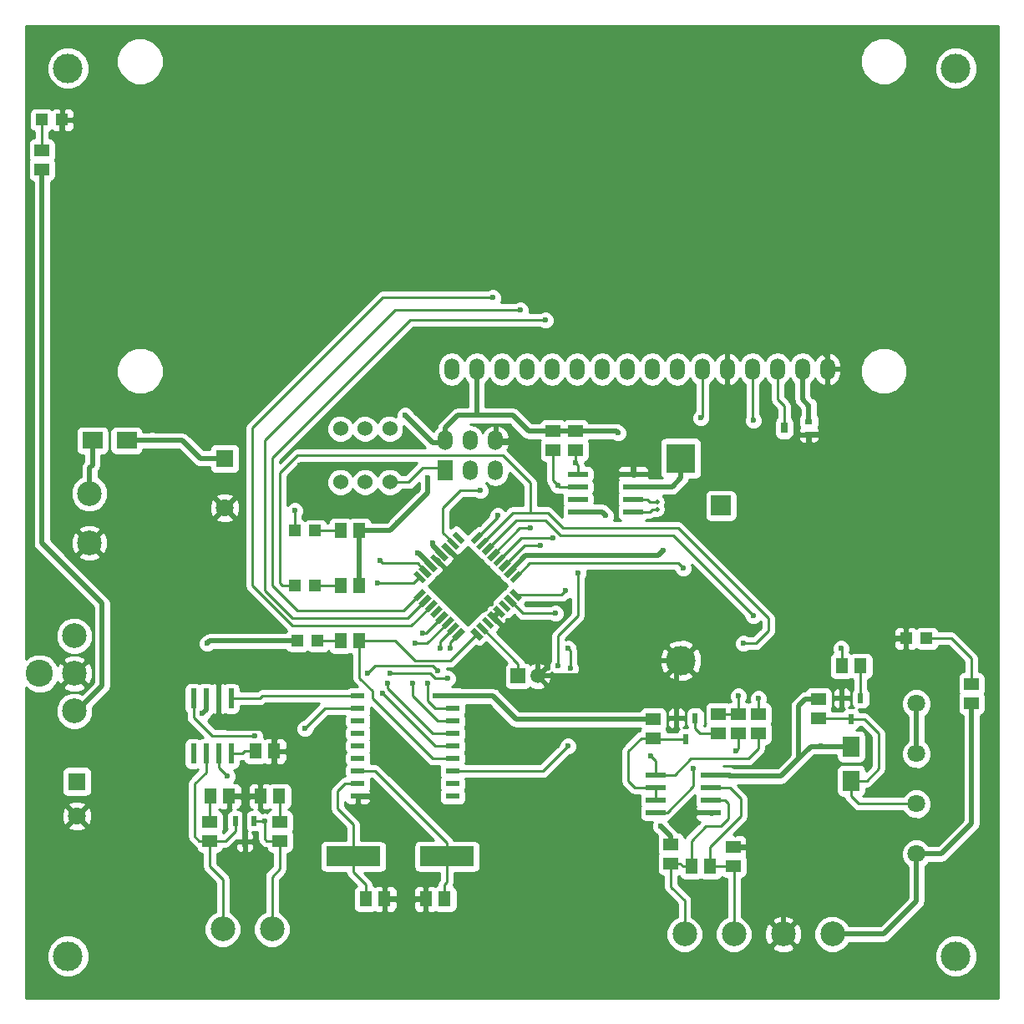
<source format=gbr>
G04 #@! TF.FileFunction,Copper,L1,Top,Signal*
%FSLAX46Y46*%
G04 Gerber Fmt 4.6, Leading zero omitted, Abs format (unit mm)*
G04 Created by KiCad (PCBNEW 4.0.6) date 07/03/17 12:13:43*
%MOMM*%
%LPD*%
G01*
G04 APERTURE LIST*
%ADD10C,0.100000*%
%ADD11C,2.999740*%
%ADD12R,2.997200X2.997200*%
%ADD13R,1.800000X1.800000*%
%ADD14C,1.800000*%
%ADD15R,1.300480X1.498600*%
%ADD16R,2.100580X1.699260*%
%ADD17R,1.699260X2.100580*%
%ADD18R,1.198880X1.198880*%
%ADD19O,1.500000X2.200000*%
%ADD20C,2.500000*%
%ADD21R,1.524000X1.998980*%
%ADD22O,1.524000X1.998980*%
%ADD23R,0.599440X1.000760*%
%ADD24R,1.498600X1.300480*%
%ADD25R,0.800100X0.599440*%
%ADD26R,0.701040X1.099820*%
%ADD27R,1.998980X0.599440*%
%ADD28C,2.499360*%
%ADD29C,2.748280*%
%ADD30C,1.524000*%
%ADD31R,0.599440X1.998980*%
%ADD32R,1.430020X0.551180*%
%ADD33O,0.500000X0.500000*%
%ADD34R,2.000000X2.000000*%
%ADD35R,5.499100X1.998980*%
%ADD36R,1.500000X1.500000*%
%ADD37C,1.500000*%
%ADD38C,0.600000*%
%ADD39C,0.500000*%
%ADD40C,0.250000*%
%ADD41C,0.254000*%
G04 APERTURE END LIST*
D10*
D11*
X87122000Y-85039200D03*
D12*
X87122000Y-64541400D03*
D13*
X40894000Y-64556000D03*
D14*
X40894000Y-69556000D03*
D13*
X25908000Y-97310000D03*
D14*
X25908000Y-100810000D03*
D15*
X46418500Y-98806000D03*
X44513500Y-98806000D03*
X63182500Y-109220000D03*
X61277500Y-109220000D03*
X39433500Y-98806000D03*
X41338500Y-98806000D03*
X55181500Y-109220000D03*
X57086500Y-109220000D03*
D16*
X30939740Y-62738000D03*
X27480260Y-62738000D03*
D17*
X104394000Y-93774260D03*
X104394000Y-97233740D03*
D18*
X22318980Y-30226000D03*
X24417020Y-30226000D03*
X112047020Y-82804000D03*
X109948980Y-82804000D03*
X50325020Y-83058000D03*
X48226980Y-83058000D03*
X50071020Y-77470000D03*
X47972980Y-77470000D03*
X50071020Y-71882000D03*
X47972980Y-71882000D03*
D19*
X102000000Y-55500000D03*
X99460000Y-55500000D03*
X96920000Y-55500000D03*
X94380000Y-55500000D03*
X91840000Y-55500000D03*
X89300000Y-55500000D03*
X86760000Y-55500000D03*
X84220000Y-55500000D03*
X81680000Y-55500000D03*
X79140000Y-55500000D03*
X76600000Y-55500000D03*
X74060000Y-55500000D03*
X71520000Y-55500000D03*
X68980000Y-55500000D03*
X66440000Y-55500000D03*
X63900000Y-55500000D03*
D20*
X102496000Y-112776000D03*
X97496000Y-112776000D03*
X87496000Y-112776000D03*
X92496000Y-112776000D03*
D21*
X63246000Y-65780920D03*
D22*
X63246000Y-62743080D03*
X65786000Y-65780920D03*
X65786000Y-62743080D03*
X68326000Y-65780920D03*
X68326000Y-62743080D03*
D20*
X40680000Y-112268000D03*
X45680000Y-112268000D03*
D23*
X105346500Y-88859360D03*
X104394000Y-90972640D03*
X103441500Y-88859360D03*
X88582500Y-90891360D03*
X87630000Y-93004640D03*
X86677500Y-90891360D03*
D24*
X76454000Y-63690500D03*
X76454000Y-61785500D03*
X74168000Y-63690500D03*
X74168000Y-61785500D03*
D15*
X103441500Y-85598000D03*
X105346500Y-85598000D03*
D24*
X101092000Y-90868500D03*
X101092000Y-88963500D03*
X22352000Y-33337500D03*
X22352000Y-35242500D03*
X116586000Y-87439500D03*
X116586000Y-89344500D03*
X46482000Y-101409500D03*
X46482000Y-103314500D03*
X39370000Y-101409500D03*
X39370000Y-103314500D03*
X90932000Y-92392500D03*
X90932000Y-90487500D03*
X84328000Y-92900500D03*
X84328000Y-90995500D03*
D15*
X52641500Y-83058000D03*
X54546500Y-83058000D03*
D24*
X94996000Y-92392500D03*
X94996000Y-90487500D03*
X92964000Y-90487500D03*
X92964000Y-92392500D03*
D15*
X52641500Y-77470000D03*
X54546500Y-77470000D03*
X52641500Y-71882000D03*
X54546500Y-71882000D03*
X45910500Y-94234000D03*
X44005500Y-94234000D03*
D24*
X86106000Y-105600500D03*
X86106000Y-103695500D03*
D15*
X90106500Y-105918000D03*
X88201500Y-105918000D03*
D24*
X92456000Y-103949500D03*
X92456000Y-105854500D03*
D14*
X110998000Y-99568000D03*
X110998000Y-94488000D03*
X110998000Y-89408000D03*
X110998000Y-104648000D03*
D25*
X100106480Y-62118240D03*
D26*
X97607120Y-61468000D03*
D25*
X100106480Y-60817760D03*
D10*
G36*
X62650235Y-73634532D02*
X63569814Y-74554111D01*
X63180071Y-74943854D01*
X62260492Y-74024275D01*
X62650235Y-73634532D01*
X62650235Y-73634532D01*
G37*
G36*
X62086275Y-74198492D02*
X63005854Y-75118071D01*
X62616111Y-75507814D01*
X61696532Y-74588235D01*
X62086275Y-74198492D01*
X62086275Y-74198492D01*
G37*
G36*
X61520519Y-74764249D02*
X62440098Y-75683828D01*
X62050355Y-76073571D01*
X61130776Y-75153992D01*
X61520519Y-74764249D01*
X61520519Y-74764249D01*
G37*
G36*
X60954763Y-75330005D02*
X61874342Y-76249584D01*
X61484599Y-76639327D01*
X60565020Y-75719748D01*
X60954763Y-75330005D01*
X60954763Y-75330005D01*
G37*
G36*
X60389007Y-75895761D02*
X61308586Y-76815340D01*
X60918843Y-77205083D01*
X59999264Y-76285504D01*
X60389007Y-75895761D01*
X60389007Y-75895761D01*
G37*
G36*
X64347504Y-71937264D02*
X65267083Y-72856843D01*
X64877340Y-73246586D01*
X63957761Y-72327007D01*
X64347504Y-71937264D01*
X64347504Y-71937264D01*
G37*
G36*
X63781748Y-72503020D02*
X64701327Y-73422599D01*
X64311584Y-73812342D01*
X63392005Y-72892763D01*
X63781748Y-72503020D01*
X63781748Y-72503020D01*
G37*
G36*
X63215992Y-73068776D02*
X64135571Y-73988355D01*
X63745828Y-74378098D01*
X62826249Y-73458519D01*
X63215992Y-73068776D01*
X63215992Y-73068776D01*
G37*
G36*
X60918843Y-77734917D02*
X61308586Y-78124660D01*
X60389007Y-79044239D01*
X59999264Y-78654496D01*
X60918843Y-77734917D01*
X60918843Y-77734917D01*
G37*
G36*
X61484599Y-78300673D02*
X61874342Y-78690416D01*
X60954763Y-79609995D01*
X60565020Y-79220252D01*
X61484599Y-78300673D01*
X61484599Y-78300673D01*
G37*
G36*
X62050355Y-78866429D02*
X62440098Y-79256172D01*
X61520519Y-80175751D01*
X61130776Y-79786008D01*
X62050355Y-78866429D01*
X62050355Y-78866429D01*
G37*
G36*
X62616111Y-79432186D02*
X63005854Y-79821929D01*
X62086275Y-80741508D01*
X61696532Y-80351765D01*
X62616111Y-79432186D01*
X62616111Y-79432186D01*
G37*
G36*
X63180071Y-79996146D02*
X63569814Y-80385889D01*
X62650235Y-81305468D01*
X62260492Y-80915725D01*
X63180071Y-79996146D01*
X63180071Y-79996146D01*
G37*
G36*
X63745828Y-80561902D02*
X64135571Y-80951645D01*
X63215992Y-81871224D01*
X62826249Y-81481481D01*
X63745828Y-80561902D01*
X63745828Y-80561902D01*
G37*
G36*
X64311584Y-81127658D02*
X64701327Y-81517401D01*
X63781748Y-82436980D01*
X63392005Y-82047237D01*
X64311584Y-81127658D01*
X64311584Y-81127658D01*
G37*
G36*
X64877340Y-81693414D02*
X65267083Y-82083157D01*
X64347504Y-83002736D01*
X63957761Y-82612993D01*
X64877340Y-81693414D01*
X64877340Y-81693414D01*
G37*
G36*
X66186660Y-81693414D02*
X67106239Y-82612993D01*
X66716496Y-83002736D01*
X65796917Y-82083157D01*
X66186660Y-81693414D01*
X66186660Y-81693414D01*
G37*
G36*
X66752416Y-81127658D02*
X67671995Y-82047237D01*
X67282252Y-82436980D01*
X66362673Y-81517401D01*
X66752416Y-81127658D01*
X66752416Y-81127658D01*
G37*
G36*
X67318172Y-80561902D02*
X68237751Y-81481481D01*
X67848008Y-81871224D01*
X66928429Y-80951645D01*
X67318172Y-80561902D01*
X67318172Y-80561902D01*
G37*
G36*
X67883929Y-79996146D02*
X68803508Y-80915725D01*
X68413765Y-81305468D01*
X67494186Y-80385889D01*
X67883929Y-79996146D01*
X67883929Y-79996146D01*
G37*
G36*
X68447889Y-79432186D02*
X69367468Y-80351765D01*
X68977725Y-80741508D01*
X68058146Y-79821929D01*
X68447889Y-79432186D01*
X68447889Y-79432186D01*
G37*
G36*
X69013645Y-78866429D02*
X69933224Y-79786008D01*
X69543481Y-80175751D01*
X68623902Y-79256172D01*
X69013645Y-78866429D01*
X69013645Y-78866429D01*
G37*
G36*
X69579401Y-78300673D02*
X70498980Y-79220252D01*
X70109237Y-79609995D01*
X69189658Y-78690416D01*
X69579401Y-78300673D01*
X69579401Y-78300673D01*
G37*
G36*
X70145157Y-77734917D02*
X71064736Y-78654496D01*
X70674993Y-79044239D01*
X69755414Y-78124660D01*
X70145157Y-77734917D01*
X70145157Y-77734917D01*
G37*
G36*
X70674993Y-75895761D02*
X71064736Y-76285504D01*
X70145157Y-77205083D01*
X69755414Y-76815340D01*
X70674993Y-75895761D01*
X70674993Y-75895761D01*
G37*
G36*
X70109237Y-75330005D02*
X70498980Y-75719748D01*
X69579401Y-76639327D01*
X69189658Y-76249584D01*
X70109237Y-75330005D01*
X70109237Y-75330005D01*
G37*
G36*
X69543481Y-74764249D02*
X69933224Y-75153992D01*
X69013645Y-76073571D01*
X68623902Y-75683828D01*
X69543481Y-74764249D01*
X69543481Y-74764249D01*
G37*
G36*
X68977725Y-74198492D02*
X69367468Y-74588235D01*
X68447889Y-75507814D01*
X68058146Y-75118071D01*
X68977725Y-74198492D01*
X68977725Y-74198492D01*
G37*
G36*
X68413765Y-73634532D02*
X68803508Y-74024275D01*
X67883929Y-74943854D01*
X67494186Y-74554111D01*
X68413765Y-73634532D01*
X68413765Y-73634532D01*
G37*
G36*
X67848008Y-73068776D02*
X68237751Y-73458519D01*
X67318172Y-74378098D01*
X66928429Y-73988355D01*
X67848008Y-73068776D01*
X67848008Y-73068776D01*
G37*
G36*
X67282252Y-72503020D02*
X67671995Y-72892763D01*
X66752416Y-73812342D01*
X66362673Y-73422599D01*
X67282252Y-72503020D01*
X67282252Y-72503020D01*
G37*
G36*
X66716496Y-71937264D02*
X67106239Y-72327007D01*
X66186660Y-73246586D01*
X65796917Y-72856843D01*
X66716496Y-71937264D01*
X66716496Y-71937264D01*
G37*
D27*
X82296000Y-69977000D03*
X82296000Y-68707000D03*
X82296000Y-67437000D03*
X82296000Y-66167000D03*
X76708000Y-66167000D03*
X76708000Y-67437000D03*
X76708000Y-68707000D03*
X76708000Y-69977000D03*
D28*
X25654000Y-82550000D03*
X25654000Y-86360000D03*
X25654000Y-90170000D03*
D29*
X22105620Y-86360000D03*
D30*
X57618000Y-66962000D03*
X55118000Y-66962000D03*
X52618000Y-66962000D03*
X57618000Y-61562000D03*
X55118000Y-61562000D03*
X52618000Y-61562000D03*
D23*
X43878500Y-101305360D03*
X42926000Y-103418640D03*
X41973500Y-101305360D03*
D31*
X41529000Y-88900000D03*
X40259000Y-88900000D03*
X38989000Y-88900000D03*
X37719000Y-88900000D03*
X37719000Y-94488000D03*
X38989000Y-94488000D03*
X40259000Y-94488000D03*
X41529000Y-94488000D03*
D32*
X54371240Y-88646000D03*
X54371240Y-89916000D03*
X54371240Y-91186000D03*
X54371240Y-92456000D03*
X54371240Y-93726000D03*
X54371240Y-94996000D03*
X54371240Y-96266000D03*
X54371240Y-97536000D03*
X54371240Y-98806000D03*
X63992760Y-98806000D03*
X63992760Y-97536000D03*
X63992760Y-96266000D03*
X63992760Y-94996000D03*
X63992760Y-93726000D03*
X63992760Y-92456000D03*
X63992760Y-91186000D03*
X63992760Y-89916000D03*
X63992760Y-88646000D03*
D27*
X84582000Y-96647000D03*
X84582000Y-97917000D03*
X84582000Y-99187000D03*
X84582000Y-100457000D03*
X90170000Y-100457000D03*
X90170000Y-99187000D03*
X90170000Y-97917000D03*
X90170000Y-96647000D03*
D33*
X84714000Y-69692000D03*
X84714000Y-68992000D03*
D34*
X91184000Y-69342000D03*
D35*
X63423800Y-104902000D03*
X53924200Y-104902000D03*
D36*
X70628000Y-86614000D03*
D37*
X72628000Y-86614000D03*
D20*
X27178000Y-68112000D03*
X27178000Y-73112000D03*
D11*
X25000000Y-25000000D03*
X25000000Y-115000000D03*
X115000000Y-25000000D03*
X115000000Y-115000000D03*
D38*
X48514000Y-65278000D03*
X53086000Y-69596000D03*
X59944000Y-57912000D03*
X50038000Y-62738000D03*
X64262000Y-70104000D03*
X70358000Y-68072000D03*
X71120000Y-62992000D03*
X79502000Y-65532000D03*
X94234000Y-103632000D03*
X87630000Y-101092000D03*
X56896000Y-98806000D03*
X32258000Y-87376000D03*
X45974000Y-90678000D03*
X64516000Y-74930000D03*
X63500000Y-75946000D03*
X85344000Y-73914000D03*
X100106480Y-59212480D03*
X59182000Y-60198000D03*
X58420000Y-71120000D03*
X61468000Y-66548000D03*
X80772000Y-61976000D03*
X79502000Y-70358000D03*
X85090000Y-101854000D03*
X101346000Y-93726000D03*
X92202000Y-96774000D03*
X39116000Y-83312000D03*
X38608000Y-90424000D03*
X62230000Y-88646000D03*
X60452000Y-74168000D03*
X61976000Y-73152000D03*
X56642000Y-74930000D03*
X56388000Y-77216000D03*
X93472000Y-83312000D03*
X92964000Y-88646000D03*
X48006000Y-69850000D03*
X75692000Y-83820000D03*
X75946000Y-85852000D03*
X84074000Y-94742000D03*
X71882000Y-71628000D03*
X44958000Y-101346000D03*
X41148000Y-96774000D03*
X76454000Y-65024000D03*
X72898000Y-73406000D03*
X74676000Y-67310000D03*
X74168000Y-72644000D03*
X74422000Y-80264000D03*
X103378000Y-83820000D03*
X94488000Y-80518000D03*
X94996000Y-88900000D03*
X68580000Y-70358000D03*
X76708000Y-76200000D03*
X74676000Y-85598000D03*
X75692000Y-93726000D03*
X61468000Y-87376000D03*
X60960000Y-82296000D03*
X59944000Y-87376000D03*
X60198000Y-83312000D03*
X55372000Y-86360000D03*
X62738000Y-83820000D03*
X62484000Y-86106000D03*
X57658000Y-86360000D03*
X63500000Y-86868000D03*
X63754000Y-83820000D03*
X57404000Y-87376000D03*
X56896000Y-88392000D03*
X49022000Y-91948000D03*
X43942000Y-92710000D03*
X33528000Y-62738000D03*
X94488000Y-60706000D03*
X75438000Y-77978000D03*
X89154000Y-60452000D03*
X87376000Y-75692000D03*
X66802000Y-67818000D03*
X73406000Y-50546000D03*
X70866000Y-49530000D03*
X68072000Y-48260000D03*
X92710000Y-94234000D03*
X88392000Y-96012000D03*
D39*
X82296000Y-66167000D02*
X82296000Y-63500000D01*
X100106480Y-63215520D02*
X100106480Y-62118240D01*
X99060000Y-64262000D02*
X100106480Y-63215520D01*
X94996000Y-64262000D02*
X99060000Y-64262000D01*
X92456000Y-61722000D02*
X94996000Y-64262000D01*
X84074000Y-61722000D02*
X92456000Y-61722000D01*
X82296000Y-63500000D02*
X84074000Y-61722000D01*
X91840000Y-55500000D02*
X91840000Y-53448000D01*
X102000000Y-54248000D02*
X102000000Y-55500000D01*
X100330000Y-52578000D02*
X102000000Y-54248000D01*
X92710000Y-52578000D02*
X100330000Y-52578000D01*
X91840000Y-53448000D02*
X92710000Y-52578000D01*
X100106480Y-62118240D02*
X101203760Y-62118240D01*
X101203760Y-62118240D02*
X102000000Y-61322000D01*
X102000000Y-61322000D02*
X102000000Y-55500000D01*
X53086000Y-69596000D02*
X51054000Y-69596000D01*
X51054000Y-69596000D02*
X48514000Y-67056000D01*
X48514000Y-67056000D02*
X48514000Y-65278000D01*
X53848000Y-57912000D02*
X59944000Y-57912000D01*
X50038000Y-61722000D02*
X53848000Y-57912000D01*
X50038000Y-62738000D02*
X50038000Y-61722000D01*
X70358000Y-68072000D02*
X69342000Y-69088000D01*
X65278000Y-69088000D02*
X64262000Y-70104000D01*
X69342000Y-69088000D02*
X65278000Y-69088000D01*
X68326000Y-62992000D02*
X71120000Y-62992000D01*
X82296000Y-66167000D02*
X80137000Y-66167000D01*
X80137000Y-66167000D02*
X79502000Y-65532000D01*
X109948980Y-82804000D02*
X105410000Y-82804000D01*
X101092000Y-83312000D02*
X101092000Y-87122000D01*
X102362000Y-82042000D02*
X101092000Y-83312000D01*
X104648000Y-82042000D02*
X102362000Y-82042000D01*
X105410000Y-82804000D02*
X104648000Y-82042000D01*
X97496000Y-112776000D02*
X97496000Y-106894000D01*
X97496000Y-106894000D02*
X94234000Y-103632000D01*
X92456000Y-103949500D02*
X93916500Y-103949500D01*
X93916500Y-103949500D02*
X94234000Y-103632000D01*
X103441500Y-88859360D02*
X103441500Y-87947500D01*
X89204800Y-87122000D02*
X87122000Y-85039200D01*
X102616000Y-87122000D02*
X101092000Y-87122000D01*
X101092000Y-87122000D02*
X89204800Y-87122000D01*
X103441500Y-87947500D02*
X102616000Y-87122000D01*
X90170000Y-100457000D02*
X88265000Y-100457000D01*
X88265000Y-100457000D02*
X87630000Y-101092000D01*
X87122000Y-85039200D02*
X79552800Y-85039200D01*
X79552800Y-85039200D02*
X77978000Y-86614000D01*
X77978000Y-86614000D02*
X72628000Y-86614000D01*
X86677500Y-90891360D02*
X86677500Y-85483700D01*
X86677500Y-85483700D02*
X87122000Y-85039200D01*
X59182000Y-109220000D02*
X59182000Y-101092000D01*
X59182000Y-101092000D02*
X56896000Y-98806000D01*
X61277500Y-109220000D02*
X59182000Y-109220000D01*
X59182000Y-109220000D02*
X57086500Y-109220000D01*
X56896000Y-98806000D02*
X54371240Y-98806000D01*
X40259000Y-88900000D02*
X40259000Y-87249000D01*
X33528000Y-86106000D02*
X32258000Y-87376000D01*
X39116000Y-86106000D02*
X33528000Y-86106000D01*
X40259000Y-87249000D02*
X39116000Y-86106000D01*
X24417020Y-30226000D02*
X24417020Y-70351020D01*
X24417020Y-70351020D02*
X27178000Y-73112000D01*
X42926000Y-103418640D02*
X42926000Y-98806000D01*
X45910500Y-94234000D02*
X45910500Y-95567500D01*
X44513500Y-96964500D02*
X44513500Y-98806000D01*
X45910500Y-95567500D02*
X44513500Y-96964500D01*
X44513500Y-98806000D02*
X42926000Y-98806000D01*
X42926000Y-98806000D02*
X41338500Y-98806000D01*
X40259000Y-88900000D02*
X40259000Y-91059000D01*
X41148000Y-91948000D02*
X45910500Y-91948000D01*
X40259000Y-91059000D02*
X41148000Y-91948000D01*
X45910500Y-94234000D02*
X45910500Y-91948000D01*
X45910500Y-91948000D02*
X45910500Y-90741500D01*
X45910500Y-90741500D02*
X45974000Y-90678000D01*
X63480910Y-73723437D02*
X64516000Y-74758527D01*
X64516000Y-74758527D02*
X64516000Y-74930000D01*
X62351193Y-74853153D02*
X63444040Y-75946000D01*
X63444040Y-75946000D02*
X63500000Y-75946000D01*
X68712807Y-80086847D02*
X68148847Y-80650807D01*
X68148847Y-80650807D02*
X72628000Y-85129960D01*
X72628000Y-85129960D02*
X72628000Y-86614000D01*
X69844319Y-75984666D02*
X71406985Y-74422000D01*
X84836000Y-74422000D02*
X85344000Y-73914000D01*
X71406985Y-74422000D02*
X84836000Y-74422000D01*
X82296000Y-67437000D02*
X86233000Y-67437000D01*
X87122000Y-66548000D02*
X87122000Y-64541400D01*
X86233000Y-67437000D02*
X87122000Y-66548000D01*
X100106480Y-60817760D02*
X100106480Y-59212480D01*
X99460000Y-58566000D02*
X99460000Y-55500000D01*
X100106480Y-59212480D02*
X99460000Y-58566000D01*
X61976000Y-62992000D02*
X63246000Y-62992000D01*
X59182000Y-60198000D02*
X61976000Y-62992000D01*
X61468000Y-68072000D02*
X58420000Y-71120000D01*
X61468000Y-66548000D02*
X61468000Y-68072000D01*
X57658000Y-71882000D02*
X54546500Y-71882000D01*
X58420000Y-71120000D02*
X57658000Y-71882000D01*
X66440000Y-55500000D02*
X66440000Y-60198000D01*
X66440000Y-60198000D02*
X66548000Y-60198000D01*
X76454000Y-61785500D02*
X74168000Y-61785500D01*
X63246000Y-62992000D02*
X63246000Y-61468000D01*
X64516000Y-60198000D02*
X66548000Y-60198000D01*
X63246000Y-61468000D02*
X64516000Y-60198000D01*
X66548000Y-60198000D02*
X70104000Y-60198000D01*
X70104000Y-60198000D02*
X71691500Y-61785500D01*
X71691500Y-61785500D02*
X74168000Y-61785500D01*
X80581500Y-61785500D02*
X76454000Y-61785500D01*
X80772000Y-61976000D02*
X80581500Y-61785500D01*
X76708000Y-69977000D02*
X79121000Y-69977000D01*
X79121000Y-69977000D02*
X79502000Y-70358000D01*
X110998000Y-94488000D02*
X110998000Y-89408000D01*
X86106000Y-103695500D02*
X86106000Y-102870000D01*
X86106000Y-102870000D02*
X85090000Y-101854000D01*
X101346000Y-93726000D02*
X101346000Y-93774260D01*
X101346000Y-93774260D02*
X101346000Y-93726000D01*
X101346000Y-93726000D02*
X101346000Y-93774260D01*
X101092000Y-88963500D02*
X99758500Y-88963500D01*
X99060000Y-89662000D02*
X99060000Y-94996000D01*
X99758500Y-88963500D02*
X99060000Y-89662000D01*
X92202000Y-96774000D02*
X97282000Y-96774000D01*
X100281740Y-93774260D02*
X101346000Y-93774260D01*
X101346000Y-93774260D02*
X104394000Y-93774260D01*
X97282000Y-96774000D02*
X99060000Y-94996000D01*
X99060000Y-94996000D02*
X100281740Y-93774260D01*
X92075000Y-96647000D02*
X90170000Y-96647000D01*
X92202000Y-96774000D02*
X92075000Y-96647000D01*
X84328000Y-90995500D02*
X70421500Y-90995500D01*
X68072000Y-88646000D02*
X63992760Y-88646000D01*
X70421500Y-90995500D02*
X68072000Y-88646000D01*
X54546500Y-71882000D02*
X54546500Y-77470000D01*
X25654000Y-90170000D02*
X25908000Y-90170000D01*
X25908000Y-90170000D02*
X28448000Y-87630000D01*
X22352000Y-73152000D02*
X22352000Y-35242500D01*
X28448000Y-79248000D02*
X22352000Y-73152000D01*
X28448000Y-87630000D02*
X28448000Y-79248000D01*
X39116000Y-83312000D02*
X39370000Y-83058000D01*
X39370000Y-83058000D02*
X48226980Y-83058000D01*
X38989000Y-88900000D02*
X38989000Y-90043000D01*
X38989000Y-90043000D02*
X38608000Y-90424000D01*
X63992760Y-88646000D02*
X62230000Y-88646000D01*
X61785437Y-75418910D02*
X60534527Y-74168000D01*
X60534527Y-74168000D02*
X60452000Y-74168000D01*
X62915153Y-74289193D02*
X61976000Y-73350040D01*
X61976000Y-73350040D02*
X61976000Y-73152000D01*
D40*
X62915153Y-74289193D02*
X62859193Y-74289193D01*
X61219681Y-75984666D02*
X60419015Y-75184000D01*
X56896000Y-75184000D02*
X56642000Y-74930000D01*
X60419015Y-75184000D02*
X56896000Y-75184000D01*
X60653925Y-76550422D02*
X59988347Y-77216000D01*
X59988347Y-77216000D02*
X56388000Y-77216000D01*
X46482000Y-101409500D02*
X46482000Y-98869500D01*
X46482000Y-98869500D02*
X46418500Y-98806000D01*
X63182500Y-109220000D02*
X63182500Y-107759500D01*
X63423800Y-107518200D02*
X63423800Y-104902000D01*
X63182500Y-107759500D02*
X63423800Y-107518200D01*
X63423800Y-104902000D02*
X63423800Y-103555800D01*
X56134000Y-96266000D02*
X54371240Y-96266000D01*
X63423800Y-103555800D02*
X56134000Y-96266000D01*
X39370000Y-101409500D02*
X39370000Y-98869500D01*
X39370000Y-98869500D02*
X39433500Y-98806000D01*
X55181500Y-109220000D02*
X55181500Y-107759500D01*
X53924200Y-106502200D02*
X53924200Y-104902000D01*
X55181500Y-107759500D02*
X53924200Y-106502200D01*
X53924200Y-104902000D02*
X53924200Y-101676200D01*
X53086000Y-97536000D02*
X54371240Y-97536000D01*
X52324000Y-98298000D02*
X53086000Y-97536000D01*
X52324000Y-100076000D02*
X52324000Y-98298000D01*
X53924200Y-101676200D02*
X52324000Y-100076000D01*
D39*
X27178000Y-68112000D02*
X27178000Y-65532000D01*
X27480260Y-65229740D02*
X27480260Y-62738000D01*
X27178000Y-65532000D02*
X27480260Y-65229740D01*
D40*
X104394000Y-90972640D02*
X105704640Y-90972640D01*
X105966260Y-97233740D02*
X104394000Y-97233740D01*
X107188000Y-96012000D02*
X105966260Y-97233740D01*
X107188000Y-92456000D02*
X107188000Y-96012000D01*
X105704640Y-90972640D02*
X107188000Y-92456000D01*
X101092000Y-90868500D02*
X104289860Y-90868500D01*
X104289860Y-90868500D02*
X104394000Y-90972640D01*
X110998000Y-99568000D02*
X105156000Y-99568000D01*
X105156000Y-99568000D02*
X104394000Y-98806000D01*
X104394000Y-98806000D02*
X104394000Y-97233740D01*
X22318980Y-30226000D02*
X22318980Y-33304480D01*
X22318980Y-33304480D02*
X22352000Y-33337500D01*
X112047020Y-82804000D02*
X114554000Y-82804000D01*
X116586000Y-84836000D02*
X116586000Y-87439500D01*
X114554000Y-82804000D02*
X116586000Y-84836000D01*
X52641500Y-83058000D02*
X50325020Y-83058000D01*
X52641500Y-77470000D02*
X50071020Y-77470000D01*
X71882000Y-67056000D02*
X71882000Y-70104000D01*
X69088000Y-64262000D02*
X71882000Y-67056000D01*
X47972980Y-77470000D02*
X46736000Y-77470000D01*
X48260000Y-64262000D02*
X69088000Y-64262000D01*
X46482000Y-66040000D02*
X48260000Y-64262000D01*
X46482000Y-77216000D02*
X46482000Y-66040000D01*
X46736000Y-77470000D02*
X46482000Y-77216000D01*
X90932000Y-90487500D02*
X92964000Y-90487500D01*
X67017334Y-73157681D02*
X70071015Y-70104000D01*
X92964000Y-88646000D02*
X92964000Y-90487500D01*
X70071015Y-70104000D02*
X71882000Y-70104000D01*
X71882000Y-70104000D02*
X73660000Y-70104000D01*
X73660000Y-70104000D02*
X75184000Y-71628000D01*
X75184000Y-71628000D02*
X86868000Y-71628000D01*
X86868000Y-71628000D02*
X96012000Y-80772000D01*
X96012000Y-80772000D02*
X96012000Y-82042000D01*
X96012000Y-82042000D02*
X94742000Y-83312000D01*
X94742000Y-83312000D02*
X93472000Y-83312000D01*
X52641500Y-71882000D02*
X50071020Y-71882000D01*
X84582000Y-96647000D02*
X84582000Y-95250000D01*
X47972980Y-69883020D02*
X47972980Y-71882000D01*
X48006000Y-69850000D02*
X47972980Y-69883020D01*
X75946000Y-84074000D02*
X75692000Y-83820000D01*
X75946000Y-85852000D02*
X75946000Y-84074000D01*
X84582000Y-95250000D02*
X84074000Y-94742000D01*
X84582000Y-96647000D02*
X86487000Y-96647000D01*
X94996000Y-93980000D02*
X94996000Y-92392500D01*
X93980000Y-94996000D02*
X94996000Y-93980000D01*
X88138000Y-94996000D02*
X93980000Y-94996000D01*
X86487000Y-96647000D02*
X88138000Y-94996000D01*
D39*
X110998000Y-104648000D02*
X113538000Y-104648000D01*
X116586000Y-101600000D02*
X116586000Y-89344500D01*
X113538000Y-104648000D02*
X116586000Y-101600000D01*
X102496000Y-112776000D02*
X107696000Y-112776000D01*
X110998000Y-109474000D02*
X110998000Y-104648000D01*
X107696000Y-112776000D02*
X110998000Y-109474000D01*
D40*
X90170000Y-99187000D02*
X91567000Y-99187000D01*
X88201500Y-103314500D02*
X88201500Y-105918000D01*
X89662000Y-101854000D02*
X88201500Y-103314500D01*
X91186000Y-101854000D02*
X89662000Y-101854000D01*
X91948000Y-101092000D02*
X91186000Y-101854000D01*
X91948000Y-99568000D02*
X91948000Y-101092000D01*
X91567000Y-99187000D02*
X91948000Y-99568000D01*
X88201500Y-105918000D02*
X87376000Y-105918000D01*
X87058500Y-105600500D02*
X86106000Y-105600500D01*
X87376000Y-105918000D02*
X87058500Y-105600500D01*
X87496000Y-112776000D02*
X87496000Y-109354000D01*
X86106000Y-107964000D02*
X86106000Y-105600500D01*
X87496000Y-109354000D02*
X86106000Y-107964000D01*
X90106500Y-105918000D02*
X90106500Y-103949500D01*
X92075000Y-97917000D02*
X90170000Y-97917000D01*
X93218000Y-99060000D02*
X92075000Y-97917000D01*
X93218000Y-100838000D02*
X93218000Y-99060000D01*
X90106500Y-103949500D02*
X93218000Y-100838000D01*
X92496000Y-112776000D02*
X92496000Y-105894500D01*
X92496000Y-105894500D02*
X92456000Y-105854500D01*
X90106500Y-105918000D02*
X92392500Y-105918000D01*
X92392500Y-105918000D02*
X92456000Y-105854500D01*
X63246000Y-65532000D02*
X60960000Y-65532000D01*
X59530000Y-66962000D02*
X57618000Y-66962000D01*
X60960000Y-65532000D02*
X59530000Y-66962000D01*
X68148847Y-74289193D02*
X70810040Y-71628000D01*
X70810040Y-71628000D02*
X71882000Y-71628000D01*
X45680000Y-112268000D02*
X45680000Y-106974000D01*
X46482000Y-106172000D02*
X46482000Y-103314500D01*
X45680000Y-106974000D02*
X46482000Y-106172000D01*
X46482000Y-103314500D02*
X45148500Y-103314500D01*
X44958000Y-103124000D02*
X44958000Y-101346000D01*
X45148500Y-103314500D02*
X44958000Y-103124000D01*
X40259000Y-94488000D02*
X40259000Y-95885000D01*
X44917360Y-101305360D02*
X43878500Y-101305360D01*
X44958000Y-101346000D02*
X44917360Y-101305360D01*
X40259000Y-95885000D02*
X41148000Y-96774000D01*
X39370000Y-103314500D02*
X38290500Y-103314500D01*
X38989000Y-96393000D02*
X38989000Y-94488000D01*
X37846000Y-97536000D02*
X38989000Y-96393000D01*
X37846000Y-102870000D02*
X37846000Y-97536000D01*
X38290500Y-103314500D02*
X37846000Y-102870000D01*
X41973500Y-101305360D02*
X41973500Y-102298500D01*
X40957500Y-103314500D02*
X39370000Y-103314500D01*
X41973500Y-102298500D02*
X40957500Y-103314500D01*
X40680000Y-112268000D02*
X40680000Y-107228000D01*
X39370000Y-105918000D02*
X39370000Y-103314500D01*
X40680000Y-107228000D02*
X39370000Y-105918000D01*
X105346500Y-88859360D02*
X105346500Y-85598000D01*
X88582500Y-90891360D02*
X88582500Y-91884500D01*
X89090500Y-92392500D02*
X90932000Y-92392500D01*
X88582500Y-91884500D02*
X89090500Y-92392500D01*
X84582000Y-99187000D02*
X84582000Y-97917000D01*
X87630000Y-93004640D02*
X84432140Y-93004640D01*
X84432140Y-93004640D02*
X84328000Y-92900500D01*
X84582000Y-97917000D02*
X82423000Y-97917000D01*
X83121500Y-92900500D02*
X84328000Y-92900500D01*
X81788000Y-94234000D02*
X83121500Y-92900500D01*
X81788000Y-97282000D02*
X81788000Y-94234000D01*
X82423000Y-97917000D02*
X81788000Y-97282000D01*
X76708000Y-66167000D02*
X76708000Y-65278000D01*
X76708000Y-65278000D02*
X76454000Y-65024000D01*
X69278563Y-75418910D02*
X71291473Y-73406000D01*
X76454000Y-65024000D02*
X76454000Y-63690500D01*
X71291473Y-73406000D02*
X72898000Y-73406000D01*
X74168000Y-63690500D02*
X74168000Y-66802000D01*
X74168000Y-66802000D02*
X74676000Y-67310000D01*
X68712807Y-74853153D02*
X70921960Y-72644000D01*
X74803000Y-67437000D02*
X76708000Y-67437000D01*
X74676000Y-67310000D02*
X74803000Y-67437000D01*
X70921960Y-72644000D02*
X74168000Y-72644000D01*
X103441500Y-85598000D02*
X103441500Y-83883500D01*
X71152985Y-80264000D02*
X69844319Y-78955334D01*
X74422000Y-80264000D02*
X71152985Y-80264000D01*
X103441500Y-83883500D02*
X103378000Y-83820000D01*
X63992760Y-94996000D02*
X61976000Y-94996000D01*
X54546500Y-86804500D02*
X54546500Y-83058000D01*
X55880000Y-88138000D02*
X54546500Y-86804500D01*
X55880000Y-88900000D02*
X55880000Y-88138000D01*
X61976000Y-94996000D02*
X55880000Y-88900000D01*
X54546500Y-83058000D02*
X58166000Y-83058000D01*
X63709653Y-85090000D02*
X66451578Y-82348075D01*
X60198000Y-85090000D02*
X63709653Y-85090000D01*
X58166000Y-83058000D02*
X60198000Y-85090000D01*
X94996000Y-90487500D02*
X94996000Y-88900000D01*
X70440527Y-70866000D02*
X67583090Y-73723437D01*
X73406000Y-70866000D02*
X70440527Y-70866000D01*
X74930000Y-72390000D02*
X73406000Y-70866000D01*
X86360000Y-72390000D02*
X74930000Y-72390000D01*
X94488000Y-80518000D02*
X86360000Y-72390000D01*
X68580000Y-70358000D02*
X68632752Y-70410752D01*
X68632752Y-70410752D02*
X68580000Y-70358000D01*
X68580000Y-70358000D02*
X68580000Y-70463503D01*
X63992760Y-96266000D02*
X73152000Y-96266000D01*
X76708000Y-80518000D02*
X76708000Y-76200000D01*
X74676000Y-82550000D02*
X76708000Y-80518000D01*
X74676000Y-85598000D02*
X74676000Y-82550000D01*
X73152000Y-96266000D02*
X75692000Y-93726000D01*
X68580000Y-70463503D02*
X66451578Y-72591925D01*
X63992760Y-89916000D02*
X62230000Y-89916000D01*
X61468000Y-89154000D02*
X61468000Y-87376000D01*
X62230000Y-89916000D02*
X61468000Y-89154000D01*
X61269960Y-82296000D02*
X62915153Y-80650807D01*
X60960000Y-82296000D02*
X61269960Y-82296000D01*
X63992760Y-91186000D02*
X62484000Y-91186000D01*
X61385473Y-83312000D02*
X63480910Y-81216563D01*
X60198000Y-83312000D02*
X61385473Y-83312000D01*
X59944000Y-88646000D02*
X59944000Y-87376000D01*
X62484000Y-91186000D02*
X59944000Y-88646000D01*
X62484000Y-86106000D02*
X61976000Y-85598000D01*
X56134000Y-85598000D02*
X55372000Y-86360000D01*
X61976000Y-85598000D02*
X56134000Y-85598000D01*
X64046666Y-81782319D02*
X62738000Y-83090985D01*
X62738000Y-83820000D02*
X62738000Y-83090985D01*
X61722000Y-86360000D02*
X57658000Y-86360000D01*
X64612422Y-82348075D02*
X63754000Y-83206497D01*
X63500000Y-86868000D02*
X62230000Y-86868000D01*
X63754000Y-83206497D02*
X63754000Y-83820000D01*
X62230000Y-86868000D02*
X61722000Y-86360000D01*
X84714000Y-69692000D02*
X84232000Y-69692000D01*
X83947000Y-69977000D02*
X82296000Y-69977000D01*
X84232000Y-69692000D02*
X83947000Y-69977000D01*
X84714000Y-68992000D02*
X83978000Y-68992000D01*
X83693000Y-68707000D02*
X82296000Y-68707000D01*
X83978000Y-68992000D02*
X83693000Y-68707000D01*
X63992760Y-92456000D02*
X61976000Y-92456000D01*
X61976000Y-92456000D02*
X57404000Y-87884000D01*
X57404000Y-87884000D02*
X57404000Y-87376000D01*
X63992760Y-93726000D02*
X62230000Y-93726000D01*
X62230000Y-93726000D02*
X56896000Y-88392000D01*
X54371240Y-88646000D02*
X44704000Y-88646000D01*
X44450000Y-88900000D02*
X41529000Y-88900000D01*
X44704000Y-88646000D02*
X44450000Y-88900000D01*
X37719000Y-88900000D02*
X37719000Y-90805000D01*
X51054000Y-89916000D02*
X54371240Y-89916000D01*
X49022000Y-91948000D02*
X51054000Y-89916000D01*
X39624000Y-92710000D02*
X43942000Y-92710000D01*
X37719000Y-90805000D02*
X39624000Y-92710000D01*
X67017334Y-81782319D02*
X70628000Y-85392985D01*
X70628000Y-85392985D02*
X70628000Y-86614000D01*
D39*
X30939740Y-62738000D02*
X33528000Y-62738000D01*
X33528000Y-62738000D02*
X36576000Y-62738000D01*
X38394000Y-64556000D02*
X40894000Y-64556000D01*
X36576000Y-62738000D02*
X38394000Y-64556000D01*
D40*
X97607120Y-61468000D02*
X97607120Y-59253120D01*
X96920000Y-58566000D02*
X96920000Y-55500000D01*
X97607120Y-59253120D02*
X96920000Y-58566000D01*
X70410075Y-78389578D02*
X75026422Y-78389578D01*
X94380000Y-60598000D02*
X94380000Y-55500000D01*
X94488000Y-60706000D02*
X94380000Y-60598000D01*
X75026422Y-78389578D02*
X75438000Y-77978000D01*
X70410075Y-76550422D02*
X71776497Y-75184000D01*
X89300000Y-60306000D02*
X89300000Y-55500000D01*
X89154000Y-60452000D02*
X89300000Y-60306000D01*
X86868000Y-75184000D02*
X87376000Y-75692000D01*
X71776497Y-75184000D02*
X86868000Y-75184000D01*
X64770000Y-67818000D02*
X66802000Y-67818000D01*
X62992000Y-72103015D02*
X62992000Y-69596000D01*
X62992000Y-69596000D02*
X64770000Y-67818000D01*
X64046666Y-73157681D02*
X62992000Y-72103015D01*
X45720000Y-64516000D02*
X56896000Y-53340000D01*
X59033503Y-80010000D02*
X60653925Y-78389578D01*
X48260000Y-80010000D02*
X45720000Y-77470000D01*
X59033503Y-80010000D02*
X48260000Y-80010000D01*
X45720000Y-77470000D02*
X45720000Y-64516000D01*
X59690000Y-50546000D02*
X56896000Y-53340000D01*
X73406000Y-50546000D02*
X59690000Y-50546000D01*
X44958000Y-62738000D02*
X56896000Y-50800000D01*
X59403015Y-80772000D02*
X61219681Y-78955334D01*
X47752000Y-80772000D02*
X44958000Y-77978000D01*
X59403015Y-80772000D02*
X47752000Y-80772000D01*
X44958000Y-77978000D02*
X44958000Y-62738000D01*
X58166000Y-49530000D02*
X56896000Y-50800000D01*
X70866000Y-49530000D02*
X58166000Y-49530000D01*
X68072000Y-48260000D02*
X56896000Y-48260000D01*
X59772527Y-81534000D02*
X61785437Y-79521090D01*
X47752000Y-81534000D02*
X43688000Y-77470000D01*
X59772527Y-81534000D02*
X47752000Y-81534000D01*
X43688000Y-77470000D02*
X43688000Y-61468000D01*
X56896000Y-48260000D02*
X43688000Y-61468000D01*
X68072000Y-48260000D02*
X67945000Y-48133000D01*
X84582000Y-100457000D02*
X85725000Y-100457000D01*
X92964000Y-93980000D02*
X92964000Y-92392500D01*
X92710000Y-94234000D02*
X92964000Y-93980000D01*
X88392000Y-97790000D02*
X88392000Y-96012000D01*
X85725000Y-100457000D02*
X88392000Y-97790000D01*
X44005500Y-94234000D02*
X42926000Y-94234000D01*
X42672000Y-94488000D02*
X41529000Y-94488000D01*
X42926000Y-94234000D02*
X42672000Y-94488000D01*
D41*
G36*
X119290000Y-119290000D02*
X20710000Y-119290000D01*
X20710000Y-115422789D01*
X22864760Y-115422789D01*
X23189090Y-116207727D01*
X23789114Y-116808800D01*
X24573485Y-117134499D01*
X25422789Y-117135240D01*
X26207727Y-116810910D01*
X26808800Y-116210886D01*
X27134499Y-115426515D01*
X27134502Y-115422789D01*
X112864760Y-115422789D01*
X113189090Y-116207727D01*
X113789114Y-116808800D01*
X114573485Y-117134499D01*
X115422789Y-117135240D01*
X116207727Y-116810910D01*
X116808800Y-116210886D01*
X117134499Y-115426515D01*
X117135240Y-114577211D01*
X116810910Y-113792273D01*
X116210886Y-113191200D01*
X115426515Y-112865501D01*
X114577211Y-112864760D01*
X113792273Y-113189090D01*
X113191200Y-113789114D01*
X112865501Y-114573485D01*
X112864760Y-115422789D01*
X27134502Y-115422789D01*
X27135240Y-114577211D01*
X26810910Y-113792273D01*
X26210886Y-113191200D01*
X25426515Y-112865501D01*
X24577211Y-112864760D01*
X23792273Y-113189090D01*
X23191200Y-113789114D01*
X22865501Y-114573485D01*
X22864760Y-115422789D01*
X20710000Y-115422789D01*
X20710000Y-101890159D01*
X25007446Y-101890159D01*
X25093852Y-102146643D01*
X25667336Y-102356458D01*
X26277460Y-102330839D01*
X26722148Y-102146643D01*
X26808554Y-101890159D01*
X25908000Y-100989605D01*
X25007446Y-101890159D01*
X20710000Y-101890159D01*
X20710000Y-100569336D01*
X24361542Y-100569336D01*
X24387161Y-101179460D01*
X24571357Y-101624148D01*
X24827841Y-101710554D01*
X25728395Y-100810000D01*
X26087605Y-100810000D01*
X26988159Y-101710554D01*
X27244643Y-101624148D01*
X27454458Y-101050664D01*
X27428839Y-100440540D01*
X27244643Y-99995852D01*
X26988159Y-99909446D01*
X26087605Y-100810000D01*
X25728395Y-100810000D01*
X24827841Y-99909446D01*
X24571357Y-99995852D01*
X24361542Y-100569336D01*
X20710000Y-100569336D01*
X20710000Y-99729841D01*
X25007446Y-99729841D01*
X25908000Y-100630395D01*
X26808554Y-99729841D01*
X26722148Y-99473357D01*
X26148664Y-99263542D01*
X25538540Y-99289161D01*
X25093852Y-99473357D01*
X25007446Y-99729841D01*
X20710000Y-99729841D01*
X20710000Y-96410000D01*
X24360560Y-96410000D01*
X24360560Y-98210000D01*
X24404838Y-98445317D01*
X24543910Y-98661441D01*
X24756110Y-98806431D01*
X25008000Y-98857440D01*
X26808000Y-98857440D01*
X27043317Y-98813162D01*
X27259441Y-98674090D01*
X27404431Y-98461890D01*
X27455440Y-98210000D01*
X27455440Y-96410000D01*
X27411162Y-96174683D01*
X27272090Y-95958559D01*
X27059890Y-95813569D01*
X26808000Y-95762560D01*
X25008000Y-95762560D01*
X24772683Y-95806838D01*
X24556559Y-95945910D01*
X24411569Y-96158110D01*
X24360560Y-96410000D01*
X20710000Y-96410000D01*
X20710000Y-87805777D01*
X20966048Y-88062273D01*
X21704224Y-88368790D01*
X22503509Y-88369488D01*
X23242219Y-88064259D01*
X23614037Y-87693089D01*
X24500517Y-87693089D01*
X24629725Y-87985859D01*
X25329883Y-88254071D01*
X26079384Y-88233928D01*
X26678275Y-87985859D01*
X26807483Y-87693089D01*
X25654000Y-86539605D01*
X24500517Y-87693089D01*
X23614037Y-87693089D01*
X23807893Y-87499572D01*
X23942061Y-87176459D01*
X24028141Y-87384275D01*
X24320911Y-87513483D01*
X25474395Y-86360000D01*
X25833605Y-86360000D01*
X26987089Y-87513483D01*
X27279859Y-87384275D01*
X27548071Y-86684117D01*
X27527928Y-85934616D01*
X27279859Y-85335725D01*
X26987089Y-85206517D01*
X25833605Y-86360000D01*
X25474395Y-86360000D01*
X24320911Y-85206517D01*
X24028141Y-85335725D01*
X23945466Y-85551546D01*
X23809879Y-85223401D01*
X23613732Y-85026911D01*
X24500517Y-85026911D01*
X25654000Y-86180395D01*
X26807483Y-85026911D01*
X26678275Y-84734141D01*
X25978117Y-84465929D01*
X25228616Y-84486072D01*
X24629725Y-84734141D01*
X24500517Y-85026911D01*
X23613732Y-85026911D01*
X23245192Y-84657727D01*
X22507016Y-84351210D01*
X21707731Y-84350512D01*
X20969021Y-84655741D01*
X20710000Y-84914310D01*
X20710000Y-82923241D01*
X23768994Y-82923241D01*
X24055314Y-83616191D01*
X24585021Y-84146822D01*
X25277469Y-84434352D01*
X26027241Y-84435006D01*
X26720191Y-84148686D01*
X27250822Y-83618979D01*
X27538352Y-82926531D01*
X27539006Y-82176759D01*
X27252686Y-81483809D01*
X26722979Y-80953178D01*
X26030531Y-80665648D01*
X25280759Y-80664994D01*
X24587809Y-80951314D01*
X24057178Y-81481021D01*
X23769648Y-82173469D01*
X23768994Y-82923241D01*
X20710000Y-82923241D01*
X20710000Y-32687260D01*
X20955260Y-32687260D01*
X20955260Y-33987740D01*
X20999538Y-34223057D01*
X21041679Y-34288546D01*
X21006269Y-34340370D01*
X20955260Y-34592260D01*
X20955260Y-35892740D01*
X20999538Y-36128057D01*
X21138610Y-36344181D01*
X21350810Y-36489171D01*
X21467000Y-36512700D01*
X21467000Y-73151995D01*
X21466999Y-73152000D01*
X21511334Y-73374883D01*
X21534367Y-73490675D01*
X21689893Y-73723437D01*
X21726210Y-73777790D01*
X27563000Y-79614579D01*
X27563000Y-87263421D01*
X26391065Y-88435355D01*
X26030531Y-88285648D01*
X25280759Y-88284994D01*
X24587809Y-88571314D01*
X24057178Y-89101021D01*
X23769648Y-89793469D01*
X23768994Y-90543241D01*
X24055314Y-91236191D01*
X24585021Y-91766822D01*
X25277469Y-92054352D01*
X26027241Y-92055006D01*
X26720191Y-91768686D01*
X27250822Y-91238979D01*
X27538352Y-90546531D01*
X27539006Y-89796759D01*
X27537198Y-89792382D01*
X29073787Y-88255792D01*
X29073790Y-88255790D01*
X29265633Y-87968675D01*
X29279191Y-87900510D01*
X36771840Y-87900510D01*
X36771840Y-89899490D01*
X36816118Y-90134807D01*
X36955190Y-90350931D01*
X36959000Y-90353534D01*
X36959000Y-90805000D01*
X37016852Y-91095839D01*
X37181599Y-91342401D01*
X38681695Y-92842497D01*
X38453963Y-92885348D01*
X38354464Y-92949374D01*
X38270610Y-92892079D01*
X38018720Y-92841070D01*
X37419280Y-92841070D01*
X37183963Y-92885348D01*
X36967839Y-93024420D01*
X36822849Y-93236620D01*
X36771840Y-93488510D01*
X36771840Y-95487490D01*
X36816118Y-95722807D01*
X36955190Y-95938931D01*
X37167390Y-96083921D01*
X37419280Y-96134930D01*
X38018720Y-96134930D01*
X38207857Y-96099341D01*
X37308599Y-96998599D01*
X37143852Y-97245161D01*
X37086000Y-97536000D01*
X37086000Y-102870000D01*
X37143852Y-103160839D01*
X37308599Y-103407401D01*
X37753099Y-103851901D01*
X37980635Y-104003935D01*
X38017538Y-104200057D01*
X38156610Y-104416181D01*
X38368810Y-104561171D01*
X38610000Y-104610013D01*
X38610000Y-105918000D01*
X38667852Y-106208839D01*
X38832599Y-106455401D01*
X39920000Y-107542802D01*
X39920000Y-110542453D01*
X39613628Y-110669043D01*
X39082907Y-111198839D01*
X38795328Y-111891405D01*
X38794674Y-112641305D01*
X39081043Y-113334372D01*
X39610839Y-113865093D01*
X40303405Y-114152672D01*
X41053305Y-114153326D01*
X41746372Y-113866957D01*
X42277093Y-113337161D01*
X42564672Y-112644595D01*
X42565326Y-111894695D01*
X42278957Y-111201628D01*
X41749161Y-110670907D01*
X41440000Y-110542532D01*
X41440000Y-107228000D01*
X41382148Y-106937161D01*
X41217401Y-106690599D01*
X40130000Y-105603198D01*
X40130000Y-104610167D01*
X40354617Y-104567902D01*
X40570741Y-104428830D01*
X40715731Y-104216630D01*
X40744513Y-104074500D01*
X40957500Y-104074500D01*
X41248339Y-104016648D01*
X41494901Y-103851901D01*
X41642412Y-103704390D01*
X41991280Y-103704390D01*
X41991280Y-104045330D01*
X42087953Y-104278719D01*
X42266582Y-104457347D01*
X42499971Y-104554020D01*
X42640250Y-104554020D01*
X42799000Y-104395270D01*
X42799000Y-103545640D01*
X43053000Y-103545640D01*
X43053000Y-104395270D01*
X43211750Y-104554020D01*
X43352029Y-104554020D01*
X43585418Y-104457347D01*
X43764047Y-104278719D01*
X43860720Y-104045330D01*
X43860720Y-103704390D01*
X43701970Y-103545640D01*
X43053000Y-103545640D01*
X42799000Y-103545640D01*
X42150030Y-103545640D01*
X41991280Y-103704390D01*
X41642412Y-103704390D01*
X42102596Y-103244206D01*
X42150030Y-103291640D01*
X42799000Y-103291640D01*
X42799000Y-102442010D01*
X42720557Y-102363567D01*
X42733500Y-102298500D01*
X42733500Y-102256894D01*
X42869651Y-102057630D01*
X42920660Y-101805740D01*
X42920660Y-100804980D01*
X42931340Y-100804980D01*
X42931340Y-101805740D01*
X42975618Y-102041057D01*
X43114690Y-102257181D01*
X43187845Y-102307165D01*
X43053000Y-102442010D01*
X43053000Y-103291640D01*
X43701970Y-103291640D01*
X43860720Y-103132890D01*
X43860720Y-102791950D01*
X43764047Y-102558561D01*
X43658665Y-102453180D01*
X44178220Y-102453180D01*
X44198000Y-102449458D01*
X44198000Y-103124000D01*
X44255852Y-103414839D01*
X44420599Y-103661401D01*
X44611099Y-103851901D01*
X44857661Y-104016648D01*
X45104257Y-104065699D01*
X45129538Y-104200057D01*
X45268610Y-104416181D01*
X45480810Y-104561171D01*
X45722000Y-104610013D01*
X45722000Y-105857198D01*
X45142599Y-106436599D01*
X44977852Y-106683161D01*
X44920000Y-106974000D01*
X44920000Y-110542453D01*
X44613628Y-110669043D01*
X44082907Y-111198839D01*
X43795328Y-111891405D01*
X43794674Y-112641305D01*
X44081043Y-113334372D01*
X44610839Y-113865093D01*
X45303405Y-114152672D01*
X46053305Y-114153326D01*
X46746372Y-113866957D01*
X47277093Y-113337161D01*
X47564672Y-112644595D01*
X47565326Y-111894695D01*
X47278957Y-111201628D01*
X46749161Y-110670907D01*
X46440000Y-110542532D01*
X46440000Y-107288802D01*
X47019401Y-106709401D01*
X47184148Y-106462840D01*
X47242000Y-106172000D01*
X47242000Y-104610167D01*
X47466617Y-104567902D01*
X47682741Y-104428830D01*
X47827731Y-104216630D01*
X47878740Y-103964740D01*
X47878740Y-102664260D01*
X47834462Y-102428943D01*
X47792321Y-102363454D01*
X47827731Y-102311630D01*
X47878740Y-102059740D01*
X47878740Y-100759260D01*
X47834462Y-100523943D01*
X47695390Y-100307819D01*
X47483190Y-100162829D01*
X47341774Y-100134192D01*
X47520181Y-100019390D01*
X47665171Y-99807190D01*
X47716180Y-99555300D01*
X47716180Y-98056700D01*
X47671902Y-97821383D01*
X47532830Y-97605259D01*
X47320630Y-97460269D01*
X47068740Y-97409260D01*
X45768260Y-97409260D01*
X45532943Y-97453538D01*
X45467922Y-97495378D01*
X45290049Y-97421700D01*
X44799250Y-97421700D01*
X44640500Y-97580450D01*
X44640500Y-98679000D01*
X44660500Y-98679000D01*
X44660500Y-98933000D01*
X44640500Y-98933000D01*
X44640500Y-100031550D01*
X44799250Y-100190300D01*
X45290049Y-100190300D01*
X45466095Y-100117379D01*
X45516370Y-100151731D01*
X45518403Y-100152143D01*
X45497383Y-100156098D01*
X45281259Y-100295170D01*
X45189362Y-100429666D01*
X45144799Y-100411162D01*
X44772833Y-100410838D01*
X44698851Y-100441407D01*
X44642310Y-100353539D01*
X44430110Y-100208549D01*
X44246652Y-100171398D01*
X44386500Y-100031550D01*
X44386500Y-98933000D01*
X43387010Y-98933000D01*
X43228260Y-99091750D01*
X43228260Y-99681610D01*
X43324933Y-99914999D01*
X43503562Y-100093627D01*
X43657861Y-100157540D01*
X43578780Y-100157540D01*
X43343463Y-100201818D01*
X43127339Y-100340890D01*
X42982349Y-100553090D01*
X42931340Y-100804980D01*
X42920660Y-100804980D01*
X42876382Y-100569663D01*
X42737310Y-100353539D01*
X42525110Y-100208549D01*
X42273220Y-100157540D01*
X42194139Y-100157540D01*
X42348438Y-100093627D01*
X42527067Y-99914999D01*
X42623740Y-99681610D01*
X42623740Y-99091750D01*
X42464990Y-98933000D01*
X41465500Y-98933000D01*
X41465500Y-100031550D01*
X41604522Y-100170572D01*
X41438463Y-100201818D01*
X41222339Y-100340890D01*
X41077349Y-100553090D01*
X41026340Y-100804980D01*
X41026340Y-101805740D01*
X41070618Y-102041057D01*
X41104103Y-102093095D01*
X40729714Y-102467484D01*
X40722462Y-102428943D01*
X40680321Y-102363454D01*
X40715731Y-102311630D01*
X40766740Y-102059740D01*
X40766740Y-100759260D01*
X40722462Y-100523943D01*
X40583390Y-100307819D01*
X40371190Y-100162829D01*
X40326374Y-100153754D01*
X40384078Y-100116622D01*
X40561951Y-100190300D01*
X41052750Y-100190300D01*
X41211500Y-100031550D01*
X41211500Y-98933000D01*
X41191500Y-98933000D01*
X41191500Y-98679000D01*
X41211500Y-98679000D01*
X41211500Y-98659000D01*
X41465500Y-98659000D01*
X41465500Y-98679000D01*
X42464990Y-98679000D01*
X42623740Y-98520250D01*
X42623740Y-97930390D01*
X43228260Y-97930390D01*
X43228260Y-98520250D01*
X43387010Y-98679000D01*
X44386500Y-98679000D01*
X44386500Y-97580450D01*
X44227750Y-97421700D01*
X43736951Y-97421700D01*
X43503562Y-97518373D01*
X43324933Y-97697001D01*
X43228260Y-97930390D01*
X42623740Y-97930390D01*
X42527067Y-97697001D01*
X42348438Y-97518373D01*
X42115049Y-97421700D01*
X41822614Y-97421700D01*
X41940192Y-97304327D01*
X42082838Y-96960799D01*
X42083162Y-96588833D01*
X41941117Y-96245057D01*
X41830793Y-96134540D01*
X42064037Y-96090652D01*
X42280161Y-95951580D01*
X42425151Y-95739380D01*
X42476160Y-95487490D01*
X42476160Y-95248000D01*
X42672000Y-95248000D01*
X42759771Y-95230541D01*
X42891170Y-95434741D01*
X43103370Y-95579731D01*
X43355260Y-95630740D01*
X44655740Y-95630740D01*
X44891057Y-95586462D01*
X44956078Y-95544622D01*
X45133951Y-95618300D01*
X45624750Y-95618300D01*
X45783500Y-95459550D01*
X45783500Y-94361000D01*
X46037500Y-94361000D01*
X46037500Y-95459550D01*
X46196250Y-95618300D01*
X46687049Y-95618300D01*
X46920438Y-95521627D01*
X47099067Y-95342999D01*
X47195740Y-95109610D01*
X47195740Y-94519750D01*
X47036990Y-94361000D01*
X46037500Y-94361000D01*
X45783500Y-94361000D01*
X45763500Y-94361000D01*
X45763500Y-94107000D01*
X45783500Y-94107000D01*
X45783500Y-93008450D01*
X46037500Y-93008450D01*
X46037500Y-94107000D01*
X47036990Y-94107000D01*
X47195740Y-93948250D01*
X47195740Y-93358390D01*
X47099067Y-93125001D01*
X46920438Y-92946373D01*
X46687049Y-92849700D01*
X46196250Y-92849700D01*
X46037500Y-93008450D01*
X45783500Y-93008450D01*
X45624750Y-92849700D01*
X45133951Y-92849700D01*
X44957905Y-92922621D01*
X44907630Y-92888269D01*
X44876851Y-92882036D01*
X44877162Y-92524833D01*
X44735117Y-92181057D01*
X44472327Y-91917808D01*
X44128799Y-91775162D01*
X43756833Y-91774838D01*
X43413057Y-91916883D01*
X43379882Y-91950000D01*
X39938802Y-91950000D01*
X39171461Y-91182659D01*
X39400192Y-90954327D01*
X39450566Y-90833013D01*
X39614787Y-90668792D01*
X39614790Y-90668790D01*
X39732369Y-90492819D01*
X39832971Y-90534490D01*
X39973250Y-90534490D01*
X40132000Y-90375740D01*
X40132000Y-89027000D01*
X40112000Y-89027000D01*
X40112000Y-88773000D01*
X40132000Y-88773000D01*
X40132000Y-87424260D01*
X39973250Y-87265510D01*
X39832971Y-87265510D01*
X39615810Y-87355461D01*
X39540610Y-87304079D01*
X39288720Y-87253070D01*
X38689280Y-87253070D01*
X38453963Y-87297348D01*
X38354464Y-87361374D01*
X38270610Y-87304079D01*
X38018720Y-87253070D01*
X37419280Y-87253070D01*
X37183963Y-87297348D01*
X36967839Y-87436420D01*
X36822849Y-87648620D01*
X36771840Y-87900510D01*
X29279191Y-87900510D01*
X29333000Y-87630000D01*
X29333000Y-83497167D01*
X38180838Y-83497167D01*
X38322883Y-83840943D01*
X38585673Y-84104192D01*
X38929201Y-84246838D01*
X39301167Y-84247162D01*
X39644943Y-84105117D01*
X39807343Y-83943000D01*
X47056708Y-83943000D01*
X47163450Y-84108881D01*
X47375650Y-84253871D01*
X47627540Y-84304880D01*
X48826420Y-84304880D01*
X49061737Y-84260602D01*
X49277861Y-84121530D01*
X49278543Y-84120533D01*
X49473690Y-84253871D01*
X49725580Y-84304880D01*
X50924460Y-84304880D01*
X51159777Y-84260602D01*
X51375901Y-84121530D01*
X51408333Y-84074064D01*
X51527170Y-84258741D01*
X51739370Y-84403731D01*
X51991260Y-84454740D01*
X53291740Y-84454740D01*
X53527057Y-84410462D01*
X53592546Y-84368321D01*
X53644370Y-84403731D01*
X53786500Y-84432513D01*
X53786500Y-86804500D01*
X53844352Y-87095339D01*
X54009099Y-87341901D01*
X54390168Y-87722970D01*
X53656230Y-87722970D01*
X53420913Y-87767248D01*
X53236367Y-87886000D01*
X44704000Y-87886000D01*
X44413160Y-87943852D01*
X44166599Y-88108599D01*
X44135198Y-88140000D01*
X42476160Y-88140000D01*
X42476160Y-87900510D01*
X42431882Y-87665193D01*
X42292810Y-87449069D01*
X42080610Y-87304079D01*
X41828720Y-87253070D01*
X41229280Y-87253070D01*
X40993963Y-87297348D01*
X40903080Y-87355830D01*
X40685029Y-87265510D01*
X40544750Y-87265510D01*
X40386000Y-87424260D01*
X40386000Y-88773000D01*
X40406000Y-88773000D01*
X40406000Y-89027000D01*
X40386000Y-89027000D01*
X40386000Y-90375740D01*
X40544750Y-90534490D01*
X40685029Y-90534490D01*
X40902190Y-90444539D01*
X40977390Y-90495921D01*
X41229280Y-90546930D01*
X41828720Y-90546930D01*
X42064037Y-90502652D01*
X42280161Y-90363580D01*
X42425151Y-90151380D01*
X42476160Y-89899490D01*
X42476160Y-89660000D01*
X44450000Y-89660000D01*
X44740839Y-89602148D01*
X44987401Y-89437401D01*
X45018802Y-89406000D01*
X50489198Y-89406000D01*
X48882320Y-91012878D01*
X48836833Y-91012838D01*
X48493057Y-91154883D01*
X48229808Y-91417673D01*
X48087162Y-91761201D01*
X48086838Y-92133167D01*
X48228883Y-92476943D01*
X48491673Y-92740192D01*
X48835201Y-92882838D01*
X49207167Y-92883162D01*
X49550943Y-92741117D01*
X49814192Y-92478327D01*
X49956838Y-92134799D01*
X49956879Y-92087923D01*
X51368802Y-90676000D01*
X53056259Y-90676000D01*
X53008790Y-90910410D01*
X53008790Y-91461590D01*
X53053068Y-91696907D01*
X53133087Y-91821260D01*
X53059799Y-91928520D01*
X53008790Y-92180410D01*
X53008790Y-92731590D01*
X53053068Y-92966907D01*
X53133087Y-93091260D01*
X53059799Y-93198520D01*
X53008790Y-93450410D01*
X53008790Y-94001590D01*
X53053068Y-94236907D01*
X53133087Y-94361260D01*
X53059799Y-94468520D01*
X53008790Y-94720410D01*
X53008790Y-95271590D01*
X53053068Y-95506907D01*
X53133087Y-95631260D01*
X53059799Y-95738520D01*
X53008790Y-95990410D01*
X53008790Y-96541590D01*
X53053068Y-96776907D01*
X53056287Y-96781910D01*
X52795161Y-96833852D01*
X52548599Y-96998599D01*
X51786599Y-97760599D01*
X51621852Y-98007161D01*
X51564000Y-98298000D01*
X51564000Y-100076000D01*
X51621852Y-100366839D01*
X51786599Y-100613401D01*
X53164200Y-101991002D01*
X53164200Y-103255070D01*
X51174650Y-103255070D01*
X50939333Y-103299348D01*
X50723209Y-103438420D01*
X50578219Y-103650620D01*
X50527210Y-103902510D01*
X50527210Y-105901490D01*
X50571488Y-106136807D01*
X50710560Y-106352931D01*
X50922760Y-106497921D01*
X51174650Y-106548930D01*
X53173495Y-106548930D01*
X53222052Y-106793039D01*
X53386799Y-107039601D01*
X54246531Y-107899333D01*
X54079819Y-108006610D01*
X53934829Y-108218810D01*
X53883820Y-108470700D01*
X53883820Y-109969300D01*
X53928098Y-110204617D01*
X54067170Y-110420741D01*
X54279370Y-110565731D01*
X54531260Y-110616740D01*
X55831740Y-110616740D01*
X56067057Y-110572462D01*
X56132078Y-110530622D01*
X56309951Y-110604300D01*
X56800750Y-110604300D01*
X56959500Y-110445550D01*
X56959500Y-109347000D01*
X57213500Y-109347000D01*
X57213500Y-110445550D01*
X57372250Y-110604300D01*
X57863049Y-110604300D01*
X58096438Y-110507627D01*
X58275067Y-110328999D01*
X58371740Y-110095610D01*
X58371740Y-109505750D01*
X59992260Y-109505750D01*
X59992260Y-110095610D01*
X60088933Y-110328999D01*
X60267562Y-110507627D01*
X60500951Y-110604300D01*
X60991750Y-110604300D01*
X61150500Y-110445550D01*
X61150500Y-109347000D01*
X60151010Y-109347000D01*
X59992260Y-109505750D01*
X58371740Y-109505750D01*
X58212990Y-109347000D01*
X57213500Y-109347000D01*
X56959500Y-109347000D01*
X56939500Y-109347000D01*
X56939500Y-109093000D01*
X56959500Y-109093000D01*
X56959500Y-107994450D01*
X57213500Y-107994450D01*
X57213500Y-109093000D01*
X58212990Y-109093000D01*
X58371740Y-108934250D01*
X58371740Y-108344390D01*
X59992260Y-108344390D01*
X59992260Y-108934250D01*
X60151010Y-109093000D01*
X61150500Y-109093000D01*
X61150500Y-107994450D01*
X60991750Y-107835700D01*
X60500951Y-107835700D01*
X60267562Y-107932373D01*
X60088933Y-108111001D01*
X59992260Y-108344390D01*
X58371740Y-108344390D01*
X58275067Y-108111001D01*
X58096438Y-107932373D01*
X57863049Y-107835700D01*
X57372250Y-107835700D01*
X57213500Y-107994450D01*
X56959500Y-107994450D01*
X56800750Y-107835700D01*
X56309951Y-107835700D01*
X56133905Y-107908621D01*
X56083630Y-107874269D01*
X55941500Y-107845487D01*
X55941500Y-107759500D01*
X55883648Y-107468661D01*
X55718901Y-107222099D01*
X55045732Y-106548930D01*
X56673750Y-106548930D01*
X56909067Y-106504652D01*
X57125191Y-106365580D01*
X57270181Y-106153380D01*
X57321190Y-105901490D01*
X57321190Y-103902510D01*
X57276912Y-103667193D01*
X57137840Y-103451069D01*
X56925640Y-103306079D01*
X56673750Y-103255070D01*
X54684200Y-103255070D01*
X54684200Y-101676200D01*
X54626348Y-101385361D01*
X54461601Y-101138799D01*
X53084000Y-99761198D01*
X53084000Y-99359439D01*
X53117903Y-99441288D01*
X53296531Y-99619917D01*
X53529920Y-99716590D01*
X54085490Y-99716590D01*
X54244240Y-99557840D01*
X54244240Y-98933000D01*
X54498240Y-98933000D01*
X54498240Y-99557840D01*
X54656990Y-99716590D01*
X55212560Y-99716590D01*
X55445949Y-99619917D01*
X55624577Y-99441288D01*
X55721250Y-99207899D01*
X55721250Y-99091750D01*
X55562500Y-98933000D01*
X54498240Y-98933000D01*
X54244240Y-98933000D01*
X54224240Y-98933000D01*
X54224240Y-98679000D01*
X54244240Y-98679000D01*
X54244240Y-98659000D01*
X54498240Y-98659000D01*
X54498240Y-98679000D01*
X55562500Y-98679000D01*
X55721250Y-98520250D01*
X55721250Y-98404101D01*
X55624577Y-98170712D01*
X55615568Y-98161703D01*
X55682681Y-98063480D01*
X55733690Y-97811590D01*
X55733690Y-97260410D01*
X55689583Y-97026000D01*
X55819198Y-97026000D01*
X62048268Y-103255070D01*
X60674250Y-103255070D01*
X60438933Y-103299348D01*
X60222809Y-103438420D01*
X60077819Y-103650620D01*
X60026810Y-103902510D01*
X60026810Y-105901490D01*
X60071088Y-106136807D01*
X60210160Y-106352931D01*
X60422360Y-106497921D01*
X60674250Y-106548930D01*
X62663800Y-106548930D01*
X62663800Y-107203398D01*
X62645099Y-107222099D01*
X62480352Y-107468661D01*
X62422500Y-107759500D01*
X62422500Y-107843913D01*
X62296943Y-107867538D01*
X62231922Y-107909378D01*
X62054049Y-107835700D01*
X61563250Y-107835700D01*
X61404500Y-107994450D01*
X61404500Y-109093000D01*
X61424500Y-109093000D01*
X61424500Y-109347000D01*
X61404500Y-109347000D01*
X61404500Y-110445550D01*
X61563250Y-110604300D01*
X62054049Y-110604300D01*
X62230095Y-110531379D01*
X62280370Y-110565731D01*
X62532260Y-110616740D01*
X63832740Y-110616740D01*
X64068057Y-110572462D01*
X64284181Y-110433390D01*
X64429171Y-110221190D01*
X64480180Y-109969300D01*
X64480180Y-108470700D01*
X64435902Y-108235383D01*
X64296830Y-108019259D01*
X64084630Y-107874269D01*
X64082633Y-107873865D01*
X64125948Y-107809039D01*
X64183800Y-107518200D01*
X64183800Y-106548930D01*
X66173350Y-106548930D01*
X66408667Y-106504652D01*
X66624791Y-106365580D01*
X66769781Y-106153380D01*
X66820790Y-105901490D01*
X66820790Y-103902510D01*
X66776512Y-103667193D01*
X66637440Y-103451069D01*
X66425240Y-103306079D01*
X66173350Y-103255070D01*
X64119339Y-103255070D01*
X63961201Y-103018399D01*
X56671401Y-95728599D01*
X56424839Y-95563852D01*
X56134000Y-95506000D01*
X55686221Y-95506000D01*
X55733690Y-95271590D01*
X55733690Y-94720410D01*
X55689412Y-94485093D01*
X55609393Y-94360740D01*
X55682681Y-94253480D01*
X55733690Y-94001590D01*
X55733690Y-93450410D01*
X55689412Y-93215093D01*
X55609393Y-93090740D01*
X55682681Y-92983480D01*
X55733690Y-92731590D01*
X55733690Y-92180410D01*
X55689412Y-91945093D01*
X55609393Y-91820740D01*
X55682681Y-91713480D01*
X55733690Y-91461590D01*
X55733690Y-90910410D01*
X55689412Y-90675093D01*
X55609393Y-90550740D01*
X55682681Y-90443480D01*
X55733690Y-90191590D01*
X55733690Y-89828492D01*
X61438599Y-95533401D01*
X61685161Y-95698148D01*
X61976000Y-95756000D01*
X62677779Y-95756000D01*
X62630310Y-95990410D01*
X62630310Y-96541590D01*
X62674588Y-96776907D01*
X62754607Y-96901260D01*
X62681319Y-97008520D01*
X62630310Y-97260410D01*
X62630310Y-97811590D01*
X62674588Y-98046907D01*
X62754607Y-98171260D01*
X62681319Y-98278520D01*
X62630310Y-98530410D01*
X62630310Y-99081590D01*
X62674588Y-99316907D01*
X62813660Y-99533031D01*
X63025860Y-99678021D01*
X63277750Y-99729030D01*
X64707770Y-99729030D01*
X64943087Y-99684752D01*
X65159211Y-99545680D01*
X65304201Y-99333480D01*
X65355210Y-99081590D01*
X65355210Y-98530410D01*
X65310932Y-98295093D01*
X65230913Y-98170740D01*
X65304201Y-98063480D01*
X65355210Y-97811590D01*
X65355210Y-97260410D01*
X65311103Y-97026000D01*
X73152000Y-97026000D01*
X73442839Y-96968148D01*
X73689401Y-96803401D01*
X75831680Y-94661122D01*
X75877167Y-94661162D01*
X76220943Y-94519117D01*
X76484192Y-94256327D01*
X76626838Y-93912799D01*
X76627162Y-93540833D01*
X76485117Y-93197057D01*
X76222327Y-92933808D01*
X75878799Y-92791162D01*
X75506833Y-92790838D01*
X75163057Y-92932883D01*
X74899808Y-93195673D01*
X74757162Y-93539201D01*
X74757121Y-93586077D01*
X72837198Y-95506000D01*
X65307741Y-95506000D01*
X65355210Y-95271590D01*
X65355210Y-94720410D01*
X65310932Y-94485093D01*
X65230913Y-94360740D01*
X65304201Y-94253480D01*
X65355210Y-94001590D01*
X65355210Y-93450410D01*
X65310932Y-93215093D01*
X65230913Y-93090740D01*
X65304201Y-92983480D01*
X65355210Y-92731590D01*
X65355210Y-92180410D01*
X65310932Y-91945093D01*
X65230913Y-91820740D01*
X65304201Y-91713480D01*
X65355210Y-91461590D01*
X65355210Y-90910410D01*
X65310932Y-90675093D01*
X65230913Y-90550740D01*
X65304201Y-90443480D01*
X65355210Y-90191590D01*
X65355210Y-89640410D01*
X65334623Y-89531000D01*
X67705420Y-89531000D01*
X69795708Y-91621287D01*
X69795710Y-91621290D01*
X70082825Y-91813133D01*
X70139016Y-91824310D01*
X70421500Y-91880501D01*
X70421505Y-91880500D01*
X82975433Y-91880500D01*
X82975538Y-91881057D01*
X83017679Y-91946546D01*
X82982269Y-91998370D01*
X82946435Y-92175323D01*
X82830661Y-92198352D01*
X82584099Y-92363099D01*
X81250599Y-93696599D01*
X81085852Y-93943161D01*
X81028000Y-94234000D01*
X81028000Y-97282000D01*
X81085852Y-97572839D01*
X81250599Y-97819401D01*
X81885599Y-98454401D01*
X82132161Y-98619148D01*
X82423000Y-98677000D01*
X82977653Y-98677000D01*
X82935070Y-98887280D01*
X82935070Y-99486720D01*
X82979348Y-99722037D01*
X83043374Y-99821536D01*
X82986079Y-99905390D01*
X82935070Y-100157280D01*
X82935070Y-100756720D01*
X82979348Y-100992037D01*
X83118420Y-101208161D01*
X83330620Y-101353151D01*
X83582510Y-101404160D01*
X84264387Y-101404160D01*
X84155162Y-101667201D01*
X84154838Y-102039167D01*
X84296883Y-102382943D01*
X84559673Y-102646192D01*
X84680986Y-102696566D01*
X84767381Y-102782961D01*
X84760269Y-102793370D01*
X84709260Y-103045260D01*
X84709260Y-104345740D01*
X84753538Y-104581057D01*
X84795679Y-104646546D01*
X84760269Y-104698370D01*
X84709260Y-104950260D01*
X84709260Y-106250740D01*
X84753538Y-106486057D01*
X84892610Y-106702181D01*
X85104810Y-106847171D01*
X85346000Y-106896013D01*
X85346000Y-107964000D01*
X85403852Y-108254839D01*
X85568599Y-108501401D01*
X86736000Y-109668802D01*
X86736000Y-111050453D01*
X86429628Y-111177043D01*
X85898907Y-111706839D01*
X85611328Y-112399405D01*
X85610674Y-113149305D01*
X85897043Y-113842372D01*
X86426839Y-114373093D01*
X87119405Y-114660672D01*
X87869305Y-114661326D01*
X88562372Y-114374957D01*
X89093093Y-113845161D01*
X89380672Y-113152595D01*
X89381326Y-112402695D01*
X89094957Y-111709628D01*
X88565161Y-111178907D01*
X88256000Y-111050532D01*
X88256000Y-109354000D01*
X88198148Y-109063161D01*
X88033401Y-108816599D01*
X86866000Y-107649198D01*
X86866000Y-106896167D01*
X86944118Y-106881468D01*
X86948098Y-106902617D01*
X87087170Y-107118741D01*
X87299370Y-107263731D01*
X87551260Y-107314740D01*
X88851740Y-107314740D01*
X89087057Y-107270462D01*
X89152546Y-107228321D01*
X89204370Y-107263731D01*
X89456260Y-107314740D01*
X90756740Y-107314740D01*
X90992057Y-107270462D01*
X91208181Y-107131390D01*
X91300752Y-106995908D01*
X91454810Y-107101171D01*
X91706700Y-107152180D01*
X91736000Y-107152180D01*
X91736000Y-111050453D01*
X91429628Y-111177043D01*
X90898907Y-111706839D01*
X90611328Y-112399405D01*
X90610674Y-113149305D01*
X90897043Y-113842372D01*
X91426839Y-114373093D01*
X92119405Y-114660672D01*
X92869305Y-114661326D01*
X93562372Y-114374957D01*
X93828472Y-114109320D01*
X96342285Y-114109320D01*
X96471533Y-114402123D01*
X97171806Y-114670388D01*
X97921435Y-114650250D01*
X98520467Y-114402123D01*
X98649715Y-114109320D01*
X97496000Y-112955605D01*
X96342285Y-114109320D01*
X93828472Y-114109320D01*
X94093093Y-113845161D01*
X94380672Y-113152595D01*
X94381283Y-112451806D01*
X95601612Y-112451806D01*
X95621750Y-113201435D01*
X95869877Y-113800467D01*
X96162680Y-113929715D01*
X97316395Y-112776000D01*
X97675605Y-112776000D01*
X98829320Y-113929715D01*
X99122123Y-113800467D01*
X99371574Y-113149305D01*
X100610674Y-113149305D01*
X100897043Y-113842372D01*
X101426839Y-114373093D01*
X102119405Y-114660672D01*
X102869305Y-114661326D01*
X103562372Y-114374957D01*
X104093093Y-113845161D01*
X104169563Y-113661000D01*
X107695995Y-113661000D01*
X107696000Y-113661001D01*
X107978484Y-113604810D01*
X108034675Y-113593633D01*
X108321790Y-113401790D01*
X111623787Y-110099792D01*
X111623790Y-110099790D01*
X111815633Y-109812675D01*
X111849018Y-109644839D01*
X111883001Y-109474000D01*
X111883000Y-109473995D01*
X111883000Y-105933468D01*
X112284169Y-105533000D01*
X113537995Y-105533000D01*
X113538000Y-105533001D01*
X113820484Y-105476810D01*
X113876675Y-105465633D01*
X114163790Y-105273790D01*
X117211787Y-102225792D01*
X117211790Y-102225790D01*
X117403633Y-101938675D01*
X117430076Y-101805740D01*
X117471001Y-101600000D01*
X117471000Y-101599995D01*
X117471000Y-90616646D01*
X117570617Y-90597902D01*
X117786741Y-90458830D01*
X117931731Y-90246630D01*
X117982740Y-89994740D01*
X117982740Y-88694260D01*
X117938462Y-88458943D01*
X117896321Y-88393454D01*
X117931731Y-88341630D01*
X117982740Y-88089740D01*
X117982740Y-86789260D01*
X117938462Y-86553943D01*
X117799390Y-86337819D01*
X117587190Y-86192829D01*
X117346000Y-86143987D01*
X117346000Y-84836000D01*
X117288148Y-84545161D01*
X117123401Y-84298599D01*
X115091401Y-82266599D01*
X114844839Y-82101852D01*
X114554000Y-82044000D01*
X113263689Y-82044000D01*
X113249622Y-81969243D01*
X113110550Y-81753119D01*
X112898350Y-81608129D01*
X112646460Y-81557120D01*
X111447580Y-81557120D01*
X111212263Y-81601398D01*
X110996139Y-81740470D01*
X110990544Y-81748659D01*
X110908118Y-81666233D01*
X110674729Y-81569560D01*
X110234730Y-81569560D01*
X110075980Y-81728310D01*
X110075980Y-82677000D01*
X110095980Y-82677000D01*
X110095980Y-82931000D01*
X110075980Y-82931000D01*
X110075980Y-83879690D01*
X110234730Y-84038440D01*
X110674729Y-84038440D01*
X110908118Y-83941767D01*
X110990331Y-83859555D01*
X111195690Y-83999871D01*
X111447580Y-84050880D01*
X112646460Y-84050880D01*
X112881777Y-84006602D01*
X113097901Y-83867530D01*
X113242891Y-83655330D01*
X113261386Y-83564000D01*
X114239198Y-83564000D01*
X115826000Y-85150802D01*
X115826000Y-86143833D01*
X115601383Y-86186098D01*
X115385259Y-86325170D01*
X115240269Y-86537370D01*
X115189260Y-86789260D01*
X115189260Y-88089740D01*
X115233538Y-88325057D01*
X115275679Y-88390546D01*
X115240269Y-88442370D01*
X115189260Y-88694260D01*
X115189260Y-89994740D01*
X115233538Y-90230057D01*
X115372610Y-90446181D01*
X115584810Y-90591171D01*
X115701000Y-90614700D01*
X115701000Y-101233421D01*
X113171420Y-103763000D01*
X112283468Y-103763000D01*
X111868643Y-103347449D01*
X111304670Y-103113267D01*
X110694009Y-103112735D01*
X110129629Y-103345932D01*
X109697449Y-103777357D01*
X109463267Y-104341330D01*
X109462735Y-104951991D01*
X109695932Y-105516371D01*
X110113000Y-105934169D01*
X110113000Y-109107421D01*
X107329420Y-111891000D01*
X104169898Y-111891000D01*
X104094957Y-111709628D01*
X103565161Y-111178907D01*
X102872595Y-110891328D01*
X102122695Y-110890674D01*
X101429628Y-111177043D01*
X100898907Y-111706839D01*
X100611328Y-112399405D01*
X100610674Y-113149305D01*
X99371574Y-113149305D01*
X99390388Y-113100194D01*
X99370250Y-112350565D01*
X99122123Y-111751533D01*
X98829320Y-111622285D01*
X97675605Y-112776000D01*
X97316395Y-112776000D01*
X96162680Y-111622285D01*
X95869877Y-111751533D01*
X95601612Y-112451806D01*
X94381283Y-112451806D01*
X94381326Y-112402695D01*
X94094957Y-111709628D01*
X93828475Y-111442680D01*
X96342285Y-111442680D01*
X97496000Y-112596395D01*
X98649715Y-111442680D01*
X98520467Y-111149877D01*
X97820194Y-110881612D01*
X97070565Y-110901750D01*
X96471533Y-111149877D01*
X96342285Y-111442680D01*
X93828475Y-111442680D01*
X93565161Y-111178907D01*
X93256000Y-111050532D01*
X93256000Y-107142640D01*
X93440617Y-107107902D01*
X93656741Y-106968830D01*
X93801731Y-106756630D01*
X93852740Y-106504740D01*
X93852740Y-105204260D01*
X93808462Y-104968943D01*
X93766622Y-104903922D01*
X93840300Y-104726049D01*
X93840300Y-104235250D01*
X93681550Y-104076500D01*
X92583000Y-104076500D01*
X92583000Y-104096500D01*
X92329000Y-104096500D01*
X92329000Y-104076500D01*
X92309000Y-104076500D01*
X92309000Y-103822500D01*
X92329000Y-103822500D01*
X92329000Y-103802500D01*
X92583000Y-103802500D01*
X92583000Y-103822500D01*
X93681550Y-103822500D01*
X93840300Y-103663750D01*
X93840300Y-103172951D01*
X93743627Y-102939562D01*
X93564999Y-102760933D01*
X93331610Y-102664260D01*
X92741750Y-102664260D01*
X92583002Y-102823008D01*
X92583002Y-102664260D01*
X92466542Y-102664260D01*
X93755401Y-101375402D01*
X93920147Y-101128840D01*
X93920148Y-101128839D01*
X93978000Y-100838000D01*
X93978000Y-99060000D01*
X93920148Y-98769161D01*
X93755401Y-98522599D01*
X92891802Y-97659000D01*
X97281995Y-97659000D01*
X97282000Y-97659001D01*
X97564484Y-97602810D01*
X97620675Y-97591633D01*
X97907790Y-97399790D01*
X97907791Y-97399789D01*
X99685787Y-95621792D01*
X99685790Y-95621790D01*
X99685791Y-95621789D01*
X100648319Y-94659260D01*
X101155401Y-94659260D01*
X101159201Y-94660838D01*
X101531167Y-94661162D01*
X101535770Y-94659260D01*
X102896930Y-94659260D01*
X102896930Y-94824550D01*
X102941208Y-95059867D01*
X103080280Y-95275991D01*
X103292480Y-95420981D01*
X103544370Y-95471990D01*
X105243630Y-95471990D01*
X105478947Y-95427712D01*
X105695071Y-95288640D01*
X105840061Y-95076440D01*
X105891070Y-94824550D01*
X105891070Y-92723970D01*
X105846792Y-92488653D01*
X105707720Y-92272529D01*
X105495520Y-92127539D01*
X105243630Y-92076530D01*
X104927188Y-92076530D01*
X104929037Y-92076182D01*
X105145161Y-91937110D01*
X105284869Y-91732640D01*
X105389838Y-91732640D01*
X106428000Y-92770802D01*
X106428000Y-95697198D01*
X105891070Y-96234128D01*
X105891070Y-96183450D01*
X105846792Y-95948133D01*
X105707720Y-95732009D01*
X105495520Y-95587019D01*
X105243630Y-95536010D01*
X103544370Y-95536010D01*
X103309053Y-95580288D01*
X103092929Y-95719360D01*
X102947939Y-95931560D01*
X102896930Y-96183450D01*
X102896930Y-98284030D01*
X102941208Y-98519347D01*
X103080280Y-98735471D01*
X103292480Y-98880461D01*
X103544370Y-98931470D01*
X103658958Y-98931470D01*
X103691852Y-99096839D01*
X103856599Y-99343401D01*
X104618599Y-100105401D01*
X104865161Y-100270148D01*
X105156000Y-100328000D01*
X109651154Y-100328000D01*
X109695932Y-100436371D01*
X110127357Y-100868551D01*
X110691330Y-101102733D01*
X111301991Y-101103265D01*
X111866371Y-100870068D01*
X112298551Y-100438643D01*
X112532733Y-99874670D01*
X112533265Y-99264009D01*
X112300068Y-98699629D01*
X111868643Y-98267449D01*
X111304670Y-98033267D01*
X110694009Y-98032735D01*
X110129629Y-98265932D01*
X109697449Y-98697357D01*
X109651506Y-98808000D01*
X105602015Y-98808000D01*
X105695071Y-98748120D01*
X105840061Y-98535920D01*
X105891070Y-98284030D01*
X105891070Y-97993740D01*
X105966260Y-97993740D01*
X106257099Y-97935888D01*
X106503661Y-97771141D01*
X107725401Y-96549401D01*
X107890148Y-96302840D01*
X107948000Y-96012000D01*
X107948000Y-92456000D01*
X107890148Y-92165161D01*
X107725401Y-91918599D01*
X106242041Y-90435239D01*
X105995479Y-90270492D01*
X105704640Y-90212640D01*
X105281243Y-90212640D01*
X105157810Y-90020819D01*
X105137849Y-90007180D01*
X105646220Y-90007180D01*
X105881537Y-89962902D01*
X106097661Y-89823830D01*
X106174077Y-89711991D01*
X109462735Y-89711991D01*
X109695932Y-90276371D01*
X110113000Y-90694169D01*
X110113000Y-93202532D01*
X109697449Y-93617357D01*
X109463267Y-94181330D01*
X109462735Y-94791991D01*
X109695932Y-95356371D01*
X110127357Y-95788551D01*
X110691330Y-96022733D01*
X111301991Y-96023265D01*
X111866371Y-95790068D01*
X112298551Y-95358643D01*
X112532733Y-94794670D01*
X112533265Y-94184009D01*
X112300068Y-93619629D01*
X111883000Y-93201831D01*
X111883000Y-90693468D01*
X112298551Y-90278643D01*
X112532733Y-89714670D01*
X112533265Y-89104009D01*
X112300068Y-88539629D01*
X111868643Y-88107449D01*
X111304670Y-87873267D01*
X110694009Y-87872735D01*
X110129629Y-88105932D01*
X109697449Y-88537357D01*
X109463267Y-89101330D01*
X109462735Y-89711991D01*
X106174077Y-89711991D01*
X106242651Y-89611630D01*
X106293660Y-89359740D01*
X106293660Y-88358980D01*
X106249382Y-88123663D01*
X106110310Y-87907539D01*
X106106500Y-87904936D01*
X106106500Y-86974087D01*
X106232057Y-86950462D01*
X106448181Y-86811390D01*
X106593171Y-86599190D01*
X106644180Y-86347300D01*
X106644180Y-84848700D01*
X106599902Y-84613383D01*
X106460830Y-84397259D01*
X106248630Y-84252269D01*
X105996740Y-84201260D01*
X104696260Y-84201260D01*
X104460943Y-84245538D01*
X104395454Y-84287679D01*
X104343630Y-84252269D01*
X104221204Y-84227477D01*
X104312838Y-84006799D01*
X104313162Y-83634833D01*
X104171117Y-83291057D01*
X103970161Y-83089750D01*
X108714540Y-83089750D01*
X108714540Y-83529750D01*
X108811213Y-83763139D01*
X108989842Y-83941767D01*
X109223231Y-84038440D01*
X109663230Y-84038440D01*
X109821980Y-83879690D01*
X109821980Y-82931000D01*
X108873290Y-82931000D01*
X108714540Y-83089750D01*
X103970161Y-83089750D01*
X103908327Y-83027808D01*
X103564799Y-82885162D01*
X103192833Y-82884838D01*
X102849057Y-83026883D01*
X102585808Y-83289673D01*
X102443162Y-83633201D01*
X102442838Y-84005167D01*
X102545053Y-84252546D01*
X102339819Y-84384610D01*
X102194829Y-84596810D01*
X102143820Y-84848700D01*
X102143820Y-86347300D01*
X102188098Y-86582617D01*
X102327170Y-86798741D01*
X102539370Y-86943731D01*
X102791260Y-86994740D01*
X104091740Y-86994740D01*
X104327057Y-86950462D01*
X104392546Y-86908321D01*
X104444370Y-86943731D01*
X104586500Y-86972513D01*
X104586500Y-87907826D01*
X104450349Y-88107090D01*
X104399340Y-88358980D01*
X104399340Y-89359740D01*
X104443618Y-89595057D01*
X104582690Y-89811181D01*
X104602651Y-89824820D01*
X104174165Y-89824820D01*
X104279547Y-89719439D01*
X104376220Y-89486050D01*
X104376220Y-89145110D01*
X104217470Y-88986360D01*
X103568500Y-88986360D01*
X103568500Y-89835990D01*
X103702372Y-89969862D01*
X103642839Y-90008170D01*
X103574286Y-90108500D01*
X102468087Y-90108500D01*
X102444462Y-89982943D01*
X102402321Y-89917454D01*
X102437731Y-89865630D01*
X102488740Y-89613740D01*
X102488740Y-89145110D01*
X102506780Y-89145110D01*
X102506780Y-89486050D01*
X102603453Y-89719439D01*
X102782082Y-89898067D01*
X103015471Y-89994740D01*
X103155750Y-89994740D01*
X103314500Y-89835990D01*
X103314500Y-88986360D01*
X102665530Y-88986360D01*
X102506780Y-89145110D01*
X102488740Y-89145110D01*
X102488740Y-88313260D01*
X102473576Y-88232670D01*
X102506780Y-88232670D01*
X102506780Y-88573610D01*
X102665530Y-88732360D01*
X103314500Y-88732360D01*
X103314500Y-87882730D01*
X103568500Y-87882730D01*
X103568500Y-88732360D01*
X104217470Y-88732360D01*
X104376220Y-88573610D01*
X104376220Y-88232670D01*
X104279547Y-87999281D01*
X104100918Y-87820653D01*
X103867529Y-87723980D01*
X103727250Y-87723980D01*
X103568500Y-87882730D01*
X103314500Y-87882730D01*
X103155750Y-87723980D01*
X103015471Y-87723980D01*
X102782082Y-87820653D01*
X102603453Y-87999281D01*
X102506780Y-88232670D01*
X102473576Y-88232670D01*
X102444462Y-88077943D01*
X102305390Y-87861819D01*
X102093190Y-87716829D01*
X101841300Y-87665820D01*
X100342700Y-87665820D01*
X100107383Y-87710098D01*
X99891259Y-87849170D01*
X99746269Y-88061370D01*
X99742141Y-88081753D01*
X99449320Y-88140000D01*
X99419825Y-88145867D01*
X99132710Y-88337710D01*
X99132708Y-88337713D01*
X98434210Y-89036210D01*
X98242367Y-89323325D01*
X98242367Y-89323326D01*
X98174999Y-89662000D01*
X98175000Y-89662005D01*
X98175000Y-94629421D01*
X96915420Y-95889000D01*
X92508822Y-95889000D01*
X92493238Y-95882529D01*
X92413675Y-95829367D01*
X92357484Y-95818190D01*
X92075000Y-95761999D01*
X92074995Y-95762000D01*
X91437700Y-95762000D01*
X91428919Y-95756000D01*
X93980000Y-95756000D01*
X94270839Y-95698148D01*
X94517401Y-95533401D01*
X95533401Y-94517401D01*
X95698148Y-94270839D01*
X95756000Y-93980000D01*
X95756000Y-93688167D01*
X95980617Y-93645902D01*
X96196741Y-93506830D01*
X96341731Y-93294630D01*
X96392740Y-93042740D01*
X96392740Y-91742260D01*
X96348462Y-91506943D01*
X96306321Y-91441454D01*
X96341731Y-91389630D01*
X96392740Y-91137740D01*
X96392740Y-89837260D01*
X96348462Y-89601943D01*
X96209390Y-89385819D01*
X95997190Y-89240829D01*
X95876986Y-89216487D01*
X95930838Y-89086799D01*
X95931162Y-88714833D01*
X95789117Y-88371057D01*
X95526327Y-88107808D01*
X95182799Y-87965162D01*
X94810833Y-87964838D01*
X94467057Y-88106883D01*
X94203808Y-88369673D01*
X94061162Y-88713201D01*
X94060838Y-89085167D01*
X94114368Y-89214720D01*
X94011383Y-89234098D01*
X93982521Y-89252670D01*
X93965190Y-89240829D01*
X93737721Y-89194765D01*
X93756192Y-89176327D01*
X93898838Y-88832799D01*
X93899162Y-88460833D01*
X93757117Y-88117057D01*
X93494327Y-87853808D01*
X93150799Y-87711162D01*
X92778833Y-87710838D01*
X92435057Y-87852883D01*
X92171808Y-88115673D01*
X92029162Y-88459201D01*
X92028838Y-88831167D01*
X92170883Y-89174943D01*
X92190315Y-89194408D01*
X91979383Y-89234098D01*
X91950521Y-89252670D01*
X91933190Y-89240829D01*
X91681300Y-89189820D01*
X90182700Y-89189820D01*
X89947383Y-89234098D01*
X89731259Y-89373170D01*
X89586269Y-89585370D01*
X89535260Y-89837260D01*
X89535260Y-91137740D01*
X89579538Y-91373057D01*
X89621679Y-91438546D01*
X89586269Y-91490370D01*
X89557487Y-91632500D01*
X89480905Y-91632500D01*
X89529660Y-91391740D01*
X89529660Y-90390980D01*
X89485382Y-90155663D01*
X89346310Y-89939539D01*
X89134110Y-89794549D01*
X88882220Y-89743540D01*
X88282780Y-89743540D01*
X88047463Y-89787818D01*
X87831339Y-89926890D01*
X87686349Y-90139090D01*
X87635340Y-90390980D01*
X87635340Y-91391740D01*
X87679618Y-91627057D01*
X87818690Y-91843181D01*
X87822500Y-91845784D01*
X87822500Y-91856820D01*
X87410165Y-91856820D01*
X87515547Y-91751439D01*
X87612220Y-91518050D01*
X87612220Y-91177110D01*
X87453470Y-91018360D01*
X86804500Y-91018360D01*
X86804500Y-91867990D01*
X86938372Y-92001862D01*
X86878839Y-92040170D01*
X86739131Y-92244640D01*
X85723683Y-92244640D01*
X85680462Y-92014943D01*
X85638321Y-91949454D01*
X85673731Y-91897630D01*
X85724740Y-91645740D01*
X85724740Y-91177110D01*
X85742780Y-91177110D01*
X85742780Y-91518050D01*
X85839453Y-91751439D01*
X86018082Y-91930067D01*
X86251471Y-92026740D01*
X86391750Y-92026740D01*
X86550500Y-91867990D01*
X86550500Y-91018360D01*
X85901530Y-91018360D01*
X85742780Y-91177110D01*
X85724740Y-91177110D01*
X85724740Y-90345260D01*
X85709576Y-90264670D01*
X85742780Y-90264670D01*
X85742780Y-90605610D01*
X85901530Y-90764360D01*
X86550500Y-90764360D01*
X86550500Y-89914730D01*
X86804500Y-89914730D01*
X86804500Y-90764360D01*
X87453470Y-90764360D01*
X87612220Y-90605610D01*
X87612220Y-90264670D01*
X87515547Y-90031281D01*
X87336918Y-89852653D01*
X87103529Y-89755980D01*
X86963250Y-89755980D01*
X86804500Y-89914730D01*
X86550500Y-89914730D01*
X86391750Y-89755980D01*
X86251471Y-89755980D01*
X86018082Y-89852653D01*
X85839453Y-90031281D01*
X85742780Y-90264670D01*
X85709576Y-90264670D01*
X85680462Y-90109943D01*
X85541390Y-89893819D01*
X85329190Y-89748829D01*
X85077300Y-89697820D01*
X83578700Y-89697820D01*
X83343383Y-89742098D01*
X83127259Y-89881170D01*
X82982269Y-90093370D01*
X82978800Y-90110500D01*
X70788079Y-90110500D01*
X68697790Y-88020210D01*
X68620662Y-87968675D01*
X68410675Y-87828367D01*
X68345692Y-87815441D01*
X68072000Y-87760999D01*
X68071995Y-87761000D01*
X64895568Y-87761000D01*
X64707770Y-87722970D01*
X63879247Y-87722970D01*
X64028943Y-87661117D01*
X64292192Y-87398327D01*
X64434838Y-87054799D01*
X64435162Y-86682833D01*
X64293117Y-86339057D01*
X64030327Y-86075808D01*
X63686799Y-85933162D01*
X63419151Y-85932929D01*
X63419162Y-85920833D01*
X63389894Y-85850000D01*
X63709653Y-85850000D01*
X64000492Y-85792148D01*
X64247054Y-85627401D01*
X66350902Y-83523553D01*
X66456390Y-83595630D01*
X66707552Y-83650114D01*
X66960123Y-83602590D01*
X67174305Y-83460545D01*
X67397532Y-83237319D01*
X69507828Y-85347615D01*
X69426559Y-85399910D01*
X69281569Y-85612110D01*
X69230560Y-85864000D01*
X69230560Y-87364000D01*
X69274838Y-87599317D01*
X69413910Y-87815441D01*
X69626110Y-87960431D01*
X69878000Y-88011440D01*
X71378000Y-88011440D01*
X71613317Y-87967162D01*
X71829441Y-87828090D01*
X71882588Y-87750307D01*
X71904077Y-87826460D01*
X72423171Y-88011201D01*
X72973448Y-87983230D01*
X73351923Y-87826460D01*
X73419912Y-87585517D01*
X72628000Y-86793605D01*
X72613858Y-86807748D01*
X72434253Y-86628143D01*
X72448395Y-86614000D01*
X72434253Y-86599858D01*
X72613858Y-86420253D01*
X72628000Y-86434395D01*
X73419912Y-85642483D01*
X73351923Y-85401540D01*
X72832829Y-85216799D01*
X72282552Y-85244770D01*
X71904077Y-85401540D01*
X71883019Y-85476165D01*
X71842090Y-85412559D01*
X71629890Y-85267569D01*
X71378000Y-85216560D01*
X71352907Y-85216560D01*
X71330148Y-85102146D01*
X71165401Y-84855584D01*
X68472334Y-82162517D01*
X68695560Y-81939290D01*
X68755815Y-81851104D01*
X68773463Y-81843794D01*
X68855593Y-81761665D01*
X68855593Y-81626581D01*
X68885129Y-81490425D01*
X68863694Y-81376508D01*
X69104034Y-81376507D01*
X69149793Y-81357553D01*
X69259705Y-81357553D01*
X69341834Y-81275423D01*
X69419553Y-81197705D01*
X69419553Y-81087793D01*
X69438507Y-81042034D01*
X69438508Y-80802298D01*
X69534537Y-80823129D01*
X69691509Y-80793593D01*
X69823665Y-80793593D01*
X69905794Y-80711463D01*
X69914115Y-80691374D01*
X70001290Y-80633560D01*
X70224517Y-80410334D01*
X70615584Y-80801401D01*
X70862145Y-80966148D01*
X71152985Y-81024000D01*
X73859537Y-81024000D01*
X73891673Y-81056192D01*
X74235201Y-81198838D01*
X74607167Y-81199162D01*
X74950943Y-81057117D01*
X75214192Y-80794327D01*
X75356838Y-80450799D01*
X75357162Y-80078833D01*
X75215117Y-79735057D01*
X74952327Y-79471808D01*
X74608799Y-79329162D01*
X74236833Y-79328838D01*
X73893057Y-79470883D01*
X73859882Y-79504000D01*
X71467787Y-79504000D01*
X71299319Y-79335532D01*
X71485272Y-79149578D01*
X75026422Y-79149578D01*
X75317261Y-79091726D01*
X75563823Y-78926979D01*
X75577680Y-78913122D01*
X75623167Y-78913162D01*
X75948000Y-78778944D01*
X75948000Y-80203198D01*
X74138599Y-82012599D01*
X73973852Y-82259161D01*
X73916000Y-82550000D01*
X73916000Y-85035537D01*
X73883808Y-85067673D01*
X73741162Y-85411201D01*
X73740838Y-85783167D01*
X73777694Y-85872366D01*
X73599517Y-85822088D01*
X72807605Y-86614000D01*
X73599517Y-87405912D01*
X73840460Y-87337923D01*
X74025201Y-86818829D01*
X73997230Y-86268552D01*
X73978070Y-86222297D01*
X74145673Y-86390192D01*
X74489201Y-86532838D01*
X74861167Y-86533162D01*
X75175276Y-86403375D01*
X75415673Y-86644192D01*
X75759201Y-86786838D01*
X76131167Y-86787162D01*
X76474943Y-86645117D01*
X76567143Y-86553077D01*
X85787728Y-86553077D01*
X85947495Y-86871832D01*
X86738217Y-87181795D01*
X87587366Y-87165567D01*
X88296505Y-86871832D01*
X88456272Y-86553077D01*
X87122000Y-85218805D01*
X85787728Y-86553077D01*
X76567143Y-86553077D01*
X76738192Y-86382327D01*
X76880838Y-86038799D01*
X76881162Y-85666833D01*
X76739117Y-85323057D01*
X76706000Y-85289882D01*
X76706000Y-84655417D01*
X84979405Y-84655417D01*
X84995633Y-85504566D01*
X85289368Y-86213705D01*
X85608123Y-86373472D01*
X86942395Y-85039200D01*
X87301605Y-85039200D01*
X88635877Y-86373472D01*
X88954632Y-86213705D01*
X89264595Y-85422983D01*
X89248367Y-84573834D01*
X88954632Y-83864695D01*
X88635877Y-83704928D01*
X87301605Y-85039200D01*
X86942395Y-85039200D01*
X85608123Y-83704928D01*
X85289368Y-83864695D01*
X84979405Y-84655417D01*
X76706000Y-84655417D01*
X76706000Y-84074000D01*
X76648148Y-83783161D01*
X76648148Y-83783160D01*
X76627060Y-83751600D01*
X76627162Y-83634833D01*
X76581914Y-83525323D01*
X85787728Y-83525323D01*
X87122000Y-84859595D01*
X88456272Y-83525323D01*
X88296505Y-83206568D01*
X87505783Y-82896605D01*
X86656634Y-82912833D01*
X85947495Y-83206568D01*
X85787728Y-83525323D01*
X76581914Y-83525323D01*
X76485117Y-83291057D01*
X76222327Y-83027808D01*
X75878799Y-82885162D01*
X75506833Y-82884838D01*
X75436000Y-82914106D01*
X75436000Y-82864802D01*
X77245401Y-81055401D01*
X77410148Y-80808839D01*
X77468000Y-80518000D01*
X77468000Y-76762463D01*
X77500192Y-76730327D01*
X77642838Y-76386799D01*
X77643162Y-76014833D01*
X77613894Y-75944000D01*
X86468453Y-75944000D01*
X86582883Y-76220943D01*
X86845673Y-76484192D01*
X87189201Y-76626838D01*
X87561167Y-76627162D01*
X87904943Y-76485117D01*
X88168192Y-76222327D01*
X88310838Y-75878799D01*
X88311162Y-75506833D01*
X88247178Y-75351980D01*
X93552878Y-80657680D01*
X93552838Y-80703167D01*
X93694883Y-81046943D01*
X93957673Y-81310192D01*
X94301201Y-81452838D01*
X94673167Y-81453162D01*
X95016943Y-81311117D01*
X95246829Y-81081631D01*
X95252000Y-81086802D01*
X95252000Y-81727198D01*
X94427198Y-82552000D01*
X94034463Y-82552000D01*
X94002327Y-82519808D01*
X93658799Y-82377162D01*
X93286833Y-82376838D01*
X92943057Y-82518883D01*
X92679808Y-82781673D01*
X92537162Y-83125201D01*
X92536838Y-83497167D01*
X92678883Y-83840943D01*
X92941673Y-84104192D01*
X93285201Y-84246838D01*
X93657167Y-84247162D01*
X94000943Y-84105117D01*
X94034118Y-84072000D01*
X94742000Y-84072000D01*
X95032839Y-84014148D01*
X95279401Y-83849401D01*
X96549401Y-82579401D01*
X96714148Y-82332840D01*
X96764789Y-82078250D01*
X108714540Y-82078250D01*
X108714540Y-82518250D01*
X108873290Y-82677000D01*
X109821980Y-82677000D01*
X109821980Y-81728310D01*
X109663230Y-81569560D01*
X109223231Y-81569560D01*
X108989842Y-81666233D01*
X108811213Y-81844861D01*
X108714540Y-82078250D01*
X96764789Y-82078250D01*
X96772000Y-82042000D01*
X96772000Y-80772000D01*
X96714148Y-80481161D01*
X96549401Y-80234599D01*
X87405401Y-71090599D01*
X87158839Y-70925852D01*
X86868000Y-70868000D01*
X83549272Y-70868000D01*
X83746931Y-70740810D01*
X83749534Y-70737000D01*
X83947000Y-70737000D01*
X84237839Y-70679148D01*
X84444882Y-70540807D01*
X84714000Y-70594338D01*
X85052675Y-70526971D01*
X85339790Y-70335128D01*
X85531633Y-70048013D01*
X85599000Y-69709338D01*
X85599000Y-69674662D01*
X85532829Y-69342000D01*
X85599000Y-69009338D01*
X85599000Y-68974662D01*
X85531633Y-68635987D01*
X85339790Y-68348872D01*
X85329506Y-68342000D01*
X89536560Y-68342000D01*
X89536560Y-70342000D01*
X89580838Y-70577317D01*
X89719910Y-70793441D01*
X89932110Y-70938431D01*
X90184000Y-70989440D01*
X92184000Y-70989440D01*
X92419317Y-70945162D01*
X92635441Y-70806090D01*
X92780431Y-70593890D01*
X92831440Y-70342000D01*
X92831440Y-68342000D01*
X92787162Y-68106683D01*
X92648090Y-67890559D01*
X92435890Y-67745569D01*
X92184000Y-67694560D01*
X90184000Y-67694560D01*
X89948683Y-67738838D01*
X89732559Y-67877910D01*
X89587569Y-68090110D01*
X89536560Y-68342000D01*
X85329506Y-68342000D01*
X85299573Y-68322000D01*
X86232995Y-68322000D01*
X86233000Y-68322001D01*
X86515484Y-68265810D01*
X86571675Y-68254633D01*
X86858790Y-68062790D01*
X87747787Y-67173792D01*
X87747790Y-67173790D01*
X87939633Y-66886675D01*
X87963804Y-66765161D01*
X87979264Y-66687440D01*
X88620600Y-66687440D01*
X88855917Y-66643162D01*
X89072041Y-66504090D01*
X89217031Y-66291890D01*
X89268040Y-66040000D01*
X89268040Y-63042800D01*
X89223762Y-62807483D01*
X89084690Y-62591359D01*
X88872490Y-62446369D01*
X88620600Y-62395360D01*
X85623400Y-62395360D01*
X85388083Y-62439638D01*
X85171959Y-62578710D01*
X85026969Y-62790910D01*
X84975960Y-63042800D01*
X84975960Y-66040000D01*
X85020238Y-66275317D01*
X85159310Y-66491441D01*
X85247941Y-66552000D01*
X83930490Y-66552000D01*
X83930490Y-66452750D01*
X83771740Y-66294000D01*
X82423000Y-66294000D01*
X82423000Y-66314000D01*
X82169000Y-66314000D01*
X82169000Y-66294000D01*
X80820260Y-66294000D01*
X80661510Y-66452750D01*
X80661510Y-66593029D01*
X80751461Y-66810190D01*
X80700079Y-66885390D01*
X80649070Y-67137280D01*
X80649070Y-67736720D01*
X80693348Y-67972037D01*
X80757374Y-68071536D01*
X80700079Y-68155390D01*
X80649070Y-68407280D01*
X80649070Y-69006720D01*
X80693348Y-69242037D01*
X80757374Y-69341536D01*
X80700079Y-69425390D01*
X80649070Y-69677280D01*
X80649070Y-70276720D01*
X80693348Y-70512037D01*
X80832420Y-70728161D01*
X81037081Y-70868000D01*
X80302633Y-70868000D01*
X80436838Y-70544799D01*
X80437162Y-70172833D01*
X80295117Y-69829057D01*
X80032327Y-69565808D01*
X79911014Y-69515434D01*
X79746790Y-69351210D01*
X79724007Y-69335987D01*
X79459675Y-69159367D01*
X79403484Y-69148190D01*
X79121000Y-69091999D01*
X79120995Y-69092000D01*
X78337660Y-69092000D01*
X78354930Y-69006720D01*
X78354930Y-68407280D01*
X78310652Y-68171963D01*
X78246626Y-68072464D01*
X78303921Y-67988610D01*
X78354930Y-67736720D01*
X78354930Y-67137280D01*
X78310652Y-66901963D01*
X78246626Y-66802464D01*
X78303921Y-66718610D01*
X78354930Y-66466720D01*
X78354930Y-65867280D01*
X78331164Y-65740971D01*
X80661510Y-65740971D01*
X80661510Y-65881250D01*
X80820260Y-66040000D01*
X82169000Y-66040000D01*
X82169000Y-65391030D01*
X82423000Y-65391030D01*
X82423000Y-66040000D01*
X83771740Y-66040000D01*
X83930490Y-65881250D01*
X83930490Y-65740971D01*
X83833817Y-65507582D01*
X83655189Y-65328953D01*
X83421800Y-65232280D01*
X82581750Y-65232280D01*
X82423000Y-65391030D01*
X82169000Y-65391030D01*
X82010250Y-65232280D01*
X81170200Y-65232280D01*
X80936811Y-65328953D01*
X80758183Y-65507582D01*
X80661510Y-65740971D01*
X78331164Y-65740971D01*
X78310652Y-65631963D01*
X78171580Y-65415839D01*
X77959380Y-65270849D01*
X77707490Y-65219840D01*
X77456431Y-65219840D01*
X77451157Y-65193325D01*
X77410148Y-64987160D01*
X77389060Y-64955600D01*
X77389062Y-64953226D01*
X77438617Y-64943902D01*
X77654741Y-64804830D01*
X77799731Y-64592630D01*
X77850740Y-64340740D01*
X77850740Y-63040260D01*
X77806462Y-62804943D01*
X77764321Y-62739454D01*
X77799731Y-62687630D01*
X77803200Y-62670500D01*
X80144151Y-62670500D01*
X80241673Y-62768192D01*
X80585201Y-62910838D01*
X80957167Y-62911162D01*
X81300943Y-62769117D01*
X81564192Y-62506327D01*
X81706838Y-62162799D01*
X81707162Y-61790833D01*
X81565117Y-61447057D01*
X81302327Y-61183808D01*
X81146543Y-61119120D01*
X81144088Y-61117480D01*
X80920175Y-60967867D01*
X80863984Y-60956690D01*
X80581500Y-60900499D01*
X80581495Y-60900500D01*
X77806567Y-60900500D01*
X77806462Y-60899943D01*
X77667390Y-60683819D01*
X77455190Y-60538829D01*
X77203300Y-60487820D01*
X75704700Y-60487820D01*
X75469383Y-60532098D01*
X75309712Y-60634844D01*
X75169190Y-60538829D01*
X74917300Y-60487820D01*
X73418700Y-60487820D01*
X73183383Y-60532098D01*
X72967259Y-60671170D01*
X72822269Y-60883370D01*
X72818800Y-60900500D01*
X72058079Y-60900500D01*
X70729790Y-59572210D01*
X70480750Y-59405808D01*
X70442675Y-59380367D01*
X70386484Y-59369190D01*
X70104000Y-59312999D01*
X70103995Y-59313000D01*
X67325000Y-59313000D01*
X67325000Y-56926372D01*
X67419343Y-56863334D01*
X67710000Y-56428335D01*
X68000657Y-56863334D01*
X68449983Y-57163564D01*
X68980000Y-57268991D01*
X69510017Y-57163564D01*
X69959343Y-56863334D01*
X70250000Y-56428335D01*
X70540657Y-56863334D01*
X70989983Y-57163564D01*
X71520000Y-57268991D01*
X72050017Y-57163564D01*
X72499343Y-56863334D01*
X72790000Y-56428335D01*
X73080657Y-56863334D01*
X73529983Y-57163564D01*
X74060000Y-57268991D01*
X74590017Y-57163564D01*
X75039343Y-56863334D01*
X75330000Y-56428335D01*
X75620657Y-56863334D01*
X76069983Y-57163564D01*
X76600000Y-57268991D01*
X77130017Y-57163564D01*
X77579343Y-56863334D01*
X77870000Y-56428335D01*
X78160657Y-56863334D01*
X78609983Y-57163564D01*
X79140000Y-57268991D01*
X79670017Y-57163564D01*
X80119343Y-56863334D01*
X80410000Y-56428335D01*
X80700657Y-56863334D01*
X81149983Y-57163564D01*
X81680000Y-57268991D01*
X82210017Y-57163564D01*
X82659343Y-56863334D01*
X82950000Y-56428335D01*
X83240657Y-56863334D01*
X83689983Y-57163564D01*
X84220000Y-57268991D01*
X84750017Y-57163564D01*
X85199343Y-56863334D01*
X85490000Y-56428335D01*
X85780657Y-56863334D01*
X86229983Y-57163564D01*
X86760000Y-57268991D01*
X87290017Y-57163564D01*
X87739343Y-56863334D01*
X88030000Y-56428335D01*
X88320657Y-56863334D01*
X88540000Y-57009894D01*
X88540000Y-59743792D01*
X88361808Y-59921673D01*
X88219162Y-60265201D01*
X88218838Y-60637167D01*
X88360883Y-60980943D01*
X88623673Y-61244192D01*
X88967201Y-61386838D01*
X89339167Y-61387162D01*
X89682943Y-61245117D01*
X89946192Y-60982327D01*
X90088838Y-60638799D01*
X90089162Y-60266833D01*
X90060000Y-60196255D01*
X90060000Y-57009894D01*
X90279343Y-56863334D01*
X90579573Y-56414008D01*
X90581496Y-56404339D01*
X90609028Y-56497349D01*
X90950460Y-56919145D01*
X91427316Y-57178173D01*
X91498815Y-57192318D01*
X91713000Y-57069656D01*
X91713000Y-55627000D01*
X91693000Y-55627000D01*
X91693000Y-55373000D01*
X91713000Y-55373000D01*
X91713000Y-53930344D01*
X91967000Y-53930344D01*
X91967000Y-55373000D01*
X91987000Y-55373000D01*
X91987000Y-55627000D01*
X91967000Y-55627000D01*
X91967000Y-57069656D01*
X92181185Y-57192318D01*
X92252684Y-57178173D01*
X92729540Y-56919145D01*
X93070972Y-56497349D01*
X93098504Y-56404339D01*
X93100427Y-56414008D01*
X93400657Y-56863334D01*
X93620000Y-57009894D01*
X93620000Y-60358238D01*
X93553162Y-60519201D01*
X93552838Y-60891167D01*
X93694883Y-61234943D01*
X93957673Y-61498192D01*
X94301201Y-61640838D01*
X94673167Y-61641162D01*
X95016943Y-61499117D01*
X95280192Y-61236327D01*
X95422838Y-60892799D01*
X95423162Y-60520833D01*
X95281117Y-60177057D01*
X95140000Y-60035694D01*
X95140000Y-57009894D01*
X95359343Y-56863334D01*
X95650000Y-56428335D01*
X95940657Y-56863334D01*
X96160000Y-57009894D01*
X96160000Y-58566000D01*
X96217852Y-58856839D01*
X96382599Y-59103401D01*
X96847120Y-59567922D01*
X96847120Y-60426999D01*
X96805159Y-60454000D01*
X96660169Y-60666200D01*
X96609160Y-60918090D01*
X96609160Y-62017910D01*
X96653438Y-62253227D01*
X96792510Y-62469351D01*
X97004710Y-62614341D01*
X97256600Y-62665350D01*
X97957640Y-62665350D01*
X98192957Y-62621072D01*
X98409081Y-62482000D01*
X98462382Y-62403990D01*
X99071430Y-62403990D01*
X99071430Y-62544269D01*
X99168103Y-62777658D01*
X99346731Y-62956287D01*
X99580120Y-63052960D01*
X99820730Y-63052960D01*
X99979480Y-62894210D01*
X99979480Y-62245240D01*
X100233480Y-62245240D01*
X100233480Y-62894210D01*
X100392230Y-63052960D01*
X100632840Y-63052960D01*
X100866229Y-62956287D01*
X101044857Y-62777658D01*
X101141530Y-62544269D01*
X101141530Y-62403990D01*
X100982780Y-62245240D01*
X100233480Y-62245240D01*
X99979480Y-62245240D01*
X99230180Y-62245240D01*
X99071430Y-62403990D01*
X98462382Y-62403990D01*
X98554071Y-62269800D01*
X98605080Y-62017910D01*
X98605080Y-60918090D01*
X98560802Y-60682773D01*
X98421730Y-60466649D01*
X98367120Y-60429336D01*
X98367120Y-59253120D01*
X98309268Y-58962281D01*
X98309268Y-58962280D01*
X98144521Y-58715719D01*
X97680000Y-58251198D01*
X97680000Y-57009894D01*
X97899343Y-56863334D01*
X98190000Y-56428335D01*
X98480657Y-56863334D01*
X98575000Y-56926372D01*
X98575000Y-58565995D01*
X98574999Y-58566000D01*
X98604781Y-58715719D01*
X98642367Y-58904675D01*
X98724311Y-59027313D01*
X98834210Y-59191790D01*
X99221480Y-59579059D01*
X99221480Y-60102992D01*
X99109999Y-60266150D01*
X99058990Y-60518040D01*
X99058990Y-61117480D01*
X99103268Y-61352797D01*
X99170166Y-61456759D01*
X99168103Y-61458822D01*
X99071430Y-61692211D01*
X99071430Y-61832490D01*
X99230180Y-61991240D01*
X99979480Y-61991240D01*
X99979480Y-61971240D01*
X100233480Y-61971240D01*
X100233480Y-61991240D01*
X100982780Y-61991240D01*
X101141530Y-61832490D01*
X101141530Y-61692211D01*
X101044857Y-61458822D01*
X101043065Y-61457030D01*
X101102961Y-61369370D01*
X101153970Y-61117480D01*
X101153970Y-60518040D01*
X101109692Y-60282723D01*
X100991480Y-60099016D01*
X100991480Y-59519302D01*
X101041318Y-59399279D01*
X101041642Y-59027313D01*
X100899597Y-58683537D01*
X100636807Y-58420288D01*
X100515493Y-58369914D01*
X100345000Y-58199420D01*
X100345000Y-56926372D01*
X100439343Y-56863334D01*
X100739573Y-56414008D01*
X100741496Y-56404339D01*
X100769028Y-56497349D01*
X101110460Y-56919145D01*
X101587316Y-57178173D01*
X101658815Y-57192318D01*
X101873000Y-57069656D01*
X101873000Y-55627000D01*
X102127000Y-55627000D01*
X102127000Y-57069656D01*
X102341185Y-57192318D01*
X102412684Y-57178173D01*
X102889540Y-56919145D01*
X103230972Y-56497349D01*
X103327182Y-56172325D01*
X105314587Y-56172325D01*
X105676916Y-57049229D01*
X106347242Y-57720726D01*
X107223513Y-58084585D01*
X108172325Y-58085413D01*
X109049229Y-57723084D01*
X109720726Y-57052758D01*
X110084585Y-56176487D01*
X110085413Y-55227675D01*
X109723084Y-54350771D01*
X109052758Y-53679274D01*
X108176487Y-53315415D01*
X107227675Y-53314587D01*
X106350771Y-53676916D01*
X105679274Y-54347242D01*
X105315415Y-55223513D01*
X105314587Y-56172325D01*
X103327182Y-56172325D01*
X103385000Y-55977000D01*
X103385000Y-55627000D01*
X102127000Y-55627000D01*
X101873000Y-55627000D01*
X101853000Y-55627000D01*
X101853000Y-55373000D01*
X101873000Y-55373000D01*
X101873000Y-53930344D01*
X102127000Y-53930344D01*
X102127000Y-55373000D01*
X103385000Y-55373000D01*
X103385000Y-55023000D01*
X103230972Y-54502651D01*
X102889540Y-54080855D01*
X102412684Y-53821827D01*
X102341185Y-53807682D01*
X102127000Y-53930344D01*
X101873000Y-53930344D01*
X101658815Y-53807682D01*
X101587316Y-53821827D01*
X101110460Y-54080855D01*
X100769028Y-54502651D01*
X100741496Y-54595661D01*
X100739573Y-54585992D01*
X100439343Y-54136666D01*
X99990017Y-53836436D01*
X99460000Y-53731009D01*
X98929983Y-53836436D01*
X98480657Y-54136666D01*
X98190000Y-54571665D01*
X97899343Y-54136666D01*
X97450017Y-53836436D01*
X96920000Y-53731009D01*
X96389983Y-53836436D01*
X95940657Y-54136666D01*
X95650000Y-54571665D01*
X95359343Y-54136666D01*
X94910017Y-53836436D01*
X94380000Y-53731009D01*
X93849983Y-53836436D01*
X93400657Y-54136666D01*
X93100427Y-54585992D01*
X93098504Y-54595661D01*
X93070972Y-54502651D01*
X92729540Y-54080855D01*
X92252684Y-53821827D01*
X92181185Y-53807682D01*
X91967000Y-53930344D01*
X91713000Y-53930344D01*
X91498815Y-53807682D01*
X91427316Y-53821827D01*
X90950460Y-54080855D01*
X90609028Y-54502651D01*
X90581496Y-54595661D01*
X90579573Y-54585992D01*
X90279343Y-54136666D01*
X89830017Y-53836436D01*
X89300000Y-53731009D01*
X88769983Y-53836436D01*
X88320657Y-54136666D01*
X88030000Y-54571665D01*
X87739343Y-54136666D01*
X87290017Y-53836436D01*
X86760000Y-53731009D01*
X86229983Y-53836436D01*
X85780657Y-54136666D01*
X85490000Y-54571665D01*
X85199343Y-54136666D01*
X84750017Y-53836436D01*
X84220000Y-53731009D01*
X83689983Y-53836436D01*
X83240657Y-54136666D01*
X82950000Y-54571665D01*
X82659343Y-54136666D01*
X82210017Y-53836436D01*
X81680000Y-53731009D01*
X81149983Y-53836436D01*
X80700657Y-54136666D01*
X80410000Y-54571665D01*
X80119343Y-54136666D01*
X79670017Y-53836436D01*
X79140000Y-53731009D01*
X78609983Y-53836436D01*
X78160657Y-54136666D01*
X77870000Y-54571665D01*
X77579343Y-54136666D01*
X77130017Y-53836436D01*
X76600000Y-53731009D01*
X76069983Y-53836436D01*
X75620657Y-54136666D01*
X75330000Y-54571665D01*
X75039343Y-54136666D01*
X74590017Y-53836436D01*
X74060000Y-53731009D01*
X73529983Y-53836436D01*
X73080657Y-54136666D01*
X72790000Y-54571665D01*
X72499343Y-54136666D01*
X72050017Y-53836436D01*
X71520000Y-53731009D01*
X70989983Y-53836436D01*
X70540657Y-54136666D01*
X70250000Y-54571665D01*
X69959343Y-54136666D01*
X69510017Y-53836436D01*
X68980000Y-53731009D01*
X68449983Y-53836436D01*
X68000657Y-54136666D01*
X67710000Y-54571665D01*
X67419343Y-54136666D01*
X66970017Y-53836436D01*
X66440000Y-53731009D01*
X65909983Y-53836436D01*
X65460657Y-54136666D01*
X65170000Y-54571665D01*
X64879343Y-54136666D01*
X64430017Y-53836436D01*
X63900000Y-53731009D01*
X63369983Y-53836436D01*
X62920657Y-54136666D01*
X62620427Y-54585992D01*
X62515000Y-55116009D01*
X62515000Y-55883991D01*
X62620427Y-56414008D01*
X62920657Y-56863334D01*
X63369983Y-57163564D01*
X63900000Y-57268991D01*
X64430017Y-57163564D01*
X64879343Y-56863334D01*
X65170000Y-56428335D01*
X65460657Y-56863334D01*
X65555000Y-56926372D01*
X65555000Y-59313000D01*
X64516005Y-59313000D01*
X64516000Y-59312999D01*
X64177325Y-59380367D01*
X63890210Y-59572210D01*
X63890208Y-59572213D01*
X62620210Y-60842210D01*
X62428367Y-61129325D01*
X62422323Y-61159710D01*
X62372691Y-61409221D01*
X62258172Y-61485740D01*
X62043139Y-61807559D01*
X60024744Y-59789164D01*
X59975117Y-59669057D01*
X59712327Y-59405808D01*
X59368799Y-59263162D01*
X58996833Y-59262838D01*
X58653057Y-59404883D01*
X58389808Y-59667673D01*
X58247162Y-60011201D01*
X58246901Y-60310493D01*
X57897100Y-60165243D01*
X57341339Y-60164758D01*
X56827697Y-60376990D01*
X56434371Y-60769630D01*
X56368100Y-60929228D01*
X56303010Y-60771697D01*
X55910370Y-60378371D01*
X55397100Y-60165243D01*
X54841339Y-60164758D01*
X54327697Y-60376990D01*
X53934371Y-60769630D01*
X53868100Y-60929228D01*
X53803010Y-60771697D01*
X53410370Y-60378371D01*
X52897100Y-60165243D01*
X52341339Y-60164758D01*
X51827697Y-60376990D01*
X51434371Y-60769630D01*
X51221243Y-61282900D01*
X51220758Y-61838661D01*
X51432990Y-62352303D01*
X51825630Y-62745629D01*
X52338900Y-62958757D01*
X52894661Y-62959242D01*
X53408303Y-62747010D01*
X53801629Y-62354370D01*
X53867900Y-62194772D01*
X53932990Y-62352303D01*
X54325630Y-62745629D01*
X54838900Y-62958757D01*
X55394661Y-62959242D01*
X55908303Y-62747010D01*
X56301629Y-62354370D01*
X56367900Y-62194772D01*
X56432990Y-62352303D01*
X56825630Y-62745629D01*
X57338900Y-62958757D01*
X57894661Y-62959242D01*
X58408303Y-62747010D01*
X58801629Y-62354370D01*
X59014757Y-61841100D01*
X59015242Y-61285339D01*
X59013470Y-61281049D01*
X61234421Y-63502000D01*
X48260000Y-63502000D01*
X47969161Y-63559852D01*
X47722599Y-63724599D01*
X46480000Y-64967198D01*
X46480000Y-64830802D01*
X60004802Y-51306000D01*
X72843537Y-51306000D01*
X72875673Y-51338192D01*
X73219201Y-51480838D01*
X73591167Y-51481162D01*
X73934943Y-51339117D01*
X74198192Y-51076327D01*
X74340838Y-50732799D01*
X74341162Y-50360833D01*
X74199117Y-50017057D01*
X73936327Y-49753808D01*
X73592799Y-49611162D01*
X73220833Y-49610838D01*
X72877057Y-49752883D01*
X72843882Y-49786000D01*
X71772103Y-49786000D01*
X71800838Y-49716799D01*
X71801162Y-49344833D01*
X71659117Y-49001057D01*
X71396327Y-48737808D01*
X71052799Y-48595162D01*
X70680833Y-48594838D01*
X70337057Y-48736883D01*
X70303882Y-48770000D01*
X68872633Y-48770000D01*
X69006838Y-48446799D01*
X69007162Y-48074833D01*
X68865117Y-47731057D01*
X68602327Y-47467808D01*
X68258799Y-47325162D01*
X67886833Y-47324838D01*
X67543057Y-47466883D01*
X67509882Y-47500000D01*
X56896000Y-47500000D01*
X56605161Y-47557852D01*
X56358599Y-47722599D01*
X43150599Y-60930599D01*
X42985852Y-61177161D01*
X42928000Y-61468000D01*
X42928000Y-77470000D01*
X42985852Y-77760839D01*
X43150599Y-78007401D01*
X47160499Y-82017301D01*
X47054115Y-82173000D01*
X39370005Y-82173000D01*
X39370000Y-82172999D01*
X39052535Y-82236148D01*
X39031325Y-82240367D01*
X38744210Y-82432210D01*
X38744208Y-82432213D01*
X38707166Y-82469255D01*
X38587057Y-82518883D01*
X38323808Y-82781673D01*
X38181162Y-83125201D01*
X38180838Y-83497167D01*
X29333000Y-83497167D01*
X29333000Y-79248005D01*
X29333001Y-79248000D01*
X29270550Y-78934043D01*
X29265633Y-78909325D01*
X29073790Y-78622210D01*
X29073787Y-78622208D01*
X24896900Y-74445320D01*
X26024285Y-74445320D01*
X26153533Y-74738123D01*
X26853806Y-75006388D01*
X27603435Y-74986250D01*
X28202467Y-74738123D01*
X28331715Y-74445320D01*
X27178000Y-73291605D01*
X26024285Y-74445320D01*
X24896900Y-74445320D01*
X23239386Y-72787806D01*
X25283612Y-72787806D01*
X25303750Y-73537435D01*
X25551877Y-74136467D01*
X25844680Y-74265715D01*
X26998395Y-73112000D01*
X27357605Y-73112000D01*
X28511320Y-74265715D01*
X28804123Y-74136467D01*
X29072388Y-73436194D01*
X29052250Y-72686565D01*
X28804123Y-72087533D01*
X28511320Y-71958285D01*
X27357605Y-73112000D01*
X26998395Y-73112000D01*
X25844680Y-71958285D01*
X25551877Y-72087533D01*
X25283612Y-72787806D01*
X23239386Y-72787806D01*
X23237000Y-72785420D01*
X23237000Y-71778680D01*
X26024285Y-71778680D01*
X27178000Y-72932395D01*
X28331715Y-71778680D01*
X28202467Y-71485877D01*
X27502194Y-71217612D01*
X26752565Y-71237750D01*
X26153533Y-71485877D01*
X26024285Y-71778680D01*
X23237000Y-71778680D01*
X23237000Y-70636159D01*
X39993446Y-70636159D01*
X40079852Y-70892643D01*
X40653336Y-71102458D01*
X41263460Y-71076839D01*
X41708148Y-70892643D01*
X41794554Y-70636159D01*
X40894000Y-69735605D01*
X39993446Y-70636159D01*
X23237000Y-70636159D01*
X23237000Y-68485305D01*
X25292674Y-68485305D01*
X25579043Y-69178372D01*
X26108839Y-69709093D01*
X26801405Y-69996672D01*
X27551305Y-69997326D01*
X28244372Y-69710957D01*
X28640683Y-69315336D01*
X39347542Y-69315336D01*
X39373161Y-69925460D01*
X39557357Y-70370148D01*
X39813841Y-70456554D01*
X40714395Y-69556000D01*
X41073605Y-69556000D01*
X41974159Y-70456554D01*
X42230643Y-70370148D01*
X42440458Y-69796664D01*
X42414839Y-69186540D01*
X42230643Y-68741852D01*
X41974159Y-68655446D01*
X41073605Y-69556000D01*
X40714395Y-69556000D01*
X39813841Y-68655446D01*
X39557357Y-68741852D01*
X39347542Y-69315336D01*
X28640683Y-69315336D01*
X28775093Y-69181161D01*
X29062672Y-68488595D01*
X29062683Y-68475841D01*
X39993446Y-68475841D01*
X40894000Y-69376395D01*
X41794554Y-68475841D01*
X41708148Y-68219357D01*
X41134664Y-68009542D01*
X40524540Y-68035161D01*
X40079852Y-68219357D01*
X39993446Y-68475841D01*
X29062683Y-68475841D01*
X29063326Y-67738695D01*
X28776957Y-67045628D01*
X28247161Y-66514907D01*
X28063000Y-66438437D01*
X28063000Y-65898579D01*
X28106047Y-65855532D01*
X28106050Y-65855530D01*
X28297893Y-65568415D01*
X28300971Y-65552943D01*
X28365261Y-65229740D01*
X28365260Y-65229735D01*
X28365260Y-64235070D01*
X28530550Y-64235070D01*
X28765867Y-64190792D01*
X28981991Y-64051720D01*
X29126981Y-63839520D01*
X29177990Y-63587630D01*
X29177990Y-61888370D01*
X29242010Y-61888370D01*
X29242010Y-63587630D01*
X29286288Y-63822947D01*
X29425360Y-64039071D01*
X29637560Y-64184061D01*
X29889450Y-64235070D01*
X31990030Y-64235070D01*
X32225347Y-64190792D01*
X32441471Y-64051720D01*
X32586461Y-63839520D01*
X32630307Y-63623000D01*
X33221178Y-63623000D01*
X33341201Y-63672838D01*
X33713167Y-63673162D01*
X33834569Y-63623000D01*
X36209420Y-63623000D01*
X37768208Y-65181787D01*
X37768210Y-65181790D01*
X38001775Y-65337852D01*
X38055325Y-65373633D01*
X38394000Y-65441001D01*
X38394005Y-65441000D01*
X39346560Y-65441000D01*
X39346560Y-65456000D01*
X39390838Y-65691317D01*
X39529910Y-65907441D01*
X39742110Y-66052431D01*
X39994000Y-66103440D01*
X41794000Y-66103440D01*
X42029317Y-66059162D01*
X42245441Y-65920090D01*
X42390431Y-65707890D01*
X42441440Y-65456000D01*
X42441440Y-63656000D01*
X42397162Y-63420683D01*
X42258090Y-63204559D01*
X42045890Y-63059569D01*
X41794000Y-63008560D01*
X39994000Y-63008560D01*
X39758683Y-63052838D01*
X39542559Y-63191910D01*
X39397569Y-63404110D01*
X39346560Y-63656000D01*
X39346560Y-63671000D01*
X38760579Y-63671000D01*
X37201790Y-62112210D01*
X37174222Y-62093790D01*
X36914675Y-61920367D01*
X36858484Y-61909190D01*
X36576000Y-61852999D01*
X36575995Y-61853000D01*
X33834822Y-61853000D01*
X33714799Y-61803162D01*
X33342833Y-61802838D01*
X33221431Y-61853000D01*
X32630815Y-61853000D01*
X32593192Y-61653053D01*
X32454120Y-61436929D01*
X32241920Y-61291939D01*
X31990030Y-61240930D01*
X29889450Y-61240930D01*
X29654133Y-61285208D01*
X29438009Y-61424280D01*
X29293019Y-61636480D01*
X29242010Y-61888370D01*
X29177990Y-61888370D01*
X29133712Y-61653053D01*
X28994640Y-61436929D01*
X28782440Y-61291939D01*
X28530550Y-61240930D01*
X26429970Y-61240930D01*
X26194653Y-61285208D01*
X25978529Y-61424280D01*
X25833539Y-61636480D01*
X25782530Y-61888370D01*
X25782530Y-63587630D01*
X25826808Y-63822947D01*
X25965880Y-64039071D01*
X26178080Y-64184061D01*
X26429970Y-64235070D01*
X26595260Y-64235070D01*
X26595260Y-64863160D01*
X26552210Y-64906210D01*
X26360367Y-65193325D01*
X26360367Y-65193326D01*
X26292999Y-65532000D01*
X26293000Y-65532005D01*
X26293000Y-66438102D01*
X26111628Y-66513043D01*
X25580907Y-67042839D01*
X25293328Y-67735405D01*
X25292674Y-68485305D01*
X23237000Y-68485305D01*
X23237000Y-56172325D01*
X29914587Y-56172325D01*
X30276916Y-57049229D01*
X30947242Y-57720726D01*
X31823513Y-58084585D01*
X32772325Y-58085413D01*
X33649229Y-57723084D01*
X34320726Y-57052758D01*
X34684585Y-56176487D01*
X34685413Y-55227675D01*
X34323084Y-54350771D01*
X33652758Y-53679274D01*
X32776487Y-53315415D01*
X31827675Y-53314587D01*
X30950771Y-53676916D01*
X30279274Y-54347242D01*
X29915415Y-55223513D01*
X29914587Y-56172325D01*
X23237000Y-56172325D01*
X23237000Y-36514646D01*
X23336617Y-36495902D01*
X23552741Y-36356830D01*
X23697731Y-36144630D01*
X23748740Y-35892740D01*
X23748740Y-34592260D01*
X23704462Y-34356943D01*
X23662321Y-34291454D01*
X23697731Y-34239630D01*
X23748740Y-33987740D01*
X23748740Y-32687260D01*
X23704462Y-32451943D01*
X23565390Y-32235819D01*
X23353190Y-32090829D01*
X23101300Y-32039820D01*
X23078980Y-32039820D01*
X23078980Y-31442669D01*
X23153737Y-31428602D01*
X23369861Y-31289530D01*
X23375456Y-31281341D01*
X23457882Y-31363767D01*
X23691271Y-31460440D01*
X24131270Y-31460440D01*
X24290020Y-31301690D01*
X24290020Y-30353000D01*
X24544020Y-30353000D01*
X24544020Y-31301690D01*
X24702770Y-31460440D01*
X25142769Y-31460440D01*
X25376158Y-31363767D01*
X25554787Y-31185139D01*
X25651460Y-30951750D01*
X25651460Y-30511750D01*
X25492710Y-30353000D01*
X24544020Y-30353000D01*
X24290020Y-30353000D01*
X24270020Y-30353000D01*
X24270020Y-30099000D01*
X24290020Y-30099000D01*
X24290020Y-29150310D01*
X24544020Y-29150310D01*
X24544020Y-30099000D01*
X25492710Y-30099000D01*
X25651460Y-29940250D01*
X25651460Y-29500250D01*
X25554787Y-29266861D01*
X25376158Y-29088233D01*
X25142769Y-28991560D01*
X24702770Y-28991560D01*
X24544020Y-29150310D01*
X24290020Y-29150310D01*
X24131270Y-28991560D01*
X23691271Y-28991560D01*
X23457882Y-29088233D01*
X23375669Y-29170445D01*
X23170310Y-29030129D01*
X22918420Y-28979120D01*
X21719540Y-28979120D01*
X21484223Y-29023398D01*
X21268099Y-29162470D01*
X21123109Y-29374670D01*
X21072100Y-29626560D01*
X21072100Y-30825440D01*
X21116378Y-31060757D01*
X21255450Y-31276881D01*
X21467650Y-31421871D01*
X21558980Y-31440366D01*
X21558980Y-32048046D01*
X21367383Y-32084098D01*
X21151259Y-32223170D01*
X21006269Y-32435370D01*
X20955260Y-32687260D01*
X20710000Y-32687260D01*
X20710000Y-25422789D01*
X22864760Y-25422789D01*
X23189090Y-26207727D01*
X23789114Y-26808800D01*
X24573485Y-27134499D01*
X25422789Y-27135240D01*
X26207727Y-26810910D01*
X26808800Y-26210886D01*
X27134499Y-25426515D01*
X27135069Y-24772325D01*
X29914587Y-24772325D01*
X30276916Y-25649229D01*
X30947242Y-26320726D01*
X31823513Y-26684585D01*
X32772325Y-26685413D01*
X33649229Y-26323084D01*
X34320726Y-25652758D01*
X34684585Y-24776487D01*
X34684588Y-24772325D01*
X105314587Y-24772325D01*
X105676916Y-25649229D01*
X106347242Y-26320726D01*
X107223513Y-26684585D01*
X108172325Y-26685413D01*
X109049229Y-26323084D01*
X109720726Y-25652758D01*
X109816217Y-25422789D01*
X112864760Y-25422789D01*
X113189090Y-26207727D01*
X113789114Y-26808800D01*
X114573485Y-27134499D01*
X115422789Y-27135240D01*
X116207727Y-26810910D01*
X116808800Y-26210886D01*
X117134499Y-25426515D01*
X117135240Y-24577211D01*
X116810910Y-23792273D01*
X116210886Y-23191200D01*
X115426515Y-22865501D01*
X114577211Y-22864760D01*
X113792273Y-23189090D01*
X113191200Y-23789114D01*
X112865501Y-24573485D01*
X112864760Y-25422789D01*
X109816217Y-25422789D01*
X110084585Y-24776487D01*
X110085413Y-23827675D01*
X109723084Y-22950771D01*
X109052758Y-22279274D01*
X108176487Y-21915415D01*
X107227675Y-21914587D01*
X106350771Y-22276916D01*
X105679274Y-22947242D01*
X105315415Y-23823513D01*
X105314587Y-24772325D01*
X34684588Y-24772325D01*
X34685413Y-23827675D01*
X34323084Y-22950771D01*
X33652758Y-22279274D01*
X32776487Y-21915415D01*
X31827675Y-21914587D01*
X30950771Y-22276916D01*
X30279274Y-22947242D01*
X29915415Y-23823513D01*
X29914587Y-24772325D01*
X27135069Y-24772325D01*
X27135240Y-24577211D01*
X26810910Y-23792273D01*
X26210886Y-23191200D01*
X25426515Y-22865501D01*
X24577211Y-22864760D01*
X23792273Y-23189090D01*
X23191200Y-23789114D01*
X22865501Y-24573485D01*
X22864760Y-25422789D01*
X20710000Y-25422789D01*
X20710000Y-20710000D01*
X119290000Y-20710000D01*
X119290000Y-119290000D01*
X119290000Y-119290000D01*
G37*
X119290000Y-119290000D02*
X20710000Y-119290000D01*
X20710000Y-115422789D01*
X22864760Y-115422789D01*
X23189090Y-116207727D01*
X23789114Y-116808800D01*
X24573485Y-117134499D01*
X25422789Y-117135240D01*
X26207727Y-116810910D01*
X26808800Y-116210886D01*
X27134499Y-115426515D01*
X27134502Y-115422789D01*
X112864760Y-115422789D01*
X113189090Y-116207727D01*
X113789114Y-116808800D01*
X114573485Y-117134499D01*
X115422789Y-117135240D01*
X116207727Y-116810910D01*
X116808800Y-116210886D01*
X117134499Y-115426515D01*
X117135240Y-114577211D01*
X116810910Y-113792273D01*
X116210886Y-113191200D01*
X115426515Y-112865501D01*
X114577211Y-112864760D01*
X113792273Y-113189090D01*
X113191200Y-113789114D01*
X112865501Y-114573485D01*
X112864760Y-115422789D01*
X27134502Y-115422789D01*
X27135240Y-114577211D01*
X26810910Y-113792273D01*
X26210886Y-113191200D01*
X25426515Y-112865501D01*
X24577211Y-112864760D01*
X23792273Y-113189090D01*
X23191200Y-113789114D01*
X22865501Y-114573485D01*
X22864760Y-115422789D01*
X20710000Y-115422789D01*
X20710000Y-101890159D01*
X25007446Y-101890159D01*
X25093852Y-102146643D01*
X25667336Y-102356458D01*
X26277460Y-102330839D01*
X26722148Y-102146643D01*
X26808554Y-101890159D01*
X25908000Y-100989605D01*
X25007446Y-101890159D01*
X20710000Y-101890159D01*
X20710000Y-100569336D01*
X24361542Y-100569336D01*
X24387161Y-101179460D01*
X24571357Y-101624148D01*
X24827841Y-101710554D01*
X25728395Y-100810000D01*
X26087605Y-100810000D01*
X26988159Y-101710554D01*
X27244643Y-101624148D01*
X27454458Y-101050664D01*
X27428839Y-100440540D01*
X27244643Y-99995852D01*
X26988159Y-99909446D01*
X26087605Y-100810000D01*
X25728395Y-100810000D01*
X24827841Y-99909446D01*
X24571357Y-99995852D01*
X24361542Y-100569336D01*
X20710000Y-100569336D01*
X20710000Y-99729841D01*
X25007446Y-99729841D01*
X25908000Y-100630395D01*
X26808554Y-99729841D01*
X26722148Y-99473357D01*
X26148664Y-99263542D01*
X25538540Y-99289161D01*
X25093852Y-99473357D01*
X25007446Y-99729841D01*
X20710000Y-99729841D01*
X20710000Y-96410000D01*
X24360560Y-96410000D01*
X24360560Y-98210000D01*
X24404838Y-98445317D01*
X24543910Y-98661441D01*
X24756110Y-98806431D01*
X25008000Y-98857440D01*
X26808000Y-98857440D01*
X27043317Y-98813162D01*
X27259441Y-98674090D01*
X27404431Y-98461890D01*
X27455440Y-98210000D01*
X27455440Y-96410000D01*
X27411162Y-96174683D01*
X27272090Y-95958559D01*
X27059890Y-95813569D01*
X26808000Y-95762560D01*
X25008000Y-95762560D01*
X24772683Y-95806838D01*
X24556559Y-95945910D01*
X24411569Y-96158110D01*
X24360560Y-96410000D01*
X20710000Y-96410000D01*
X20710000Y-87805777D01*
X20966048Y-88062273D01*
X21704224Y-88368790D01*
X22503509Y-88369488D01*
X23242219Y-88064259D01*
X23614037Y-87693089D01*
X24500517Y-87693089D01*
X24629725Y-87985859D01*
X25329883Y-88254071D01*
X26079384Y-88233928D01*
X26678275Y-87985859D01*
X26807483Y-87693089D01*
X25654000Y-86539605D01*
X24500517Y-87693089D01*
X23614037Y-87693089D01*
X23807893Y-87499572D01*
X23942061Y-87176459D01*
X24028141Y-87384275D01*
X24320911Y-87513483D01*
X25474395Y-86360000D01*
X25833605Y-86360000D01*
X26987089Y-87513483D01*
X27279859Y-87384275D01*
X27548071Y-86684117D01*
X27527928Y-85934616D01*
X27279859Y-85335725D01*
X26987089Y-85206517D01*
X25833605Y-86360000D01*
X25474395Y-86360000D01*
X24320911Y-85206517D01*
X24028141Y-85335725D01*
X23945466Y-85551546D01*
X23809879Y-85223401D01*
X23613732Y-85026911D01*
X24500517Y-85026911D01*
X25654000Y-86180395D01*
X26807483Y-85026911D01*
X26678275Y-84734141D01*
X25978117Y-84465929D01*
X25228616Y-84486072D01*
X24629725Y-84734141D01*
X24500517Y-85026911D01*
X23613732Y-85026911D01*
X23245192Y-84657727D01*
X22507016Y-84351210D01*
X21707731Y-84350512D01*
X20969021Y-84655741D01*
X20710000Y-84914310D01*
X20710000Y-82923241D01*
X23768994Y-82923241D01*
X24055314Y-83616191D01*
X24585021Y-84146822D01*
X25277469Y-84434352D01*
X26027241Y-84435006D01*
X26720191Y-84148686D01*
X27250822Y-83618979D01*
X27538352Y-82926531D01*
X27539006Y-82176759D01*
X27252686Y-81483809D01*
X26722979Y-80953178D01*
X26030531Y-80665648D01*
X25280759Y-80664994D01*
X24587809Y-80951314D01*
X24057178Y-81481021D01*
X23769648Y-82173469D01*
X23768994Y-82923241D01*
X20710000Y-82923241D01*
X20710000Y-32687260D01*
X20955260Y-32687260D01*
X20955260Y-33987740D01*
X20999538Y-34223057D01*
X21041679Y-34288546D01*
X21006269Y-34340370D01*
X20955260Y-34592260D01*
X20955260Y-35892740D01*
X20999538Y-36128057D01*
X21138610Y-36344181D01*
X21350810Y-36489171D01*
X21467000Y-36512700D01*
X21467000Y-73151995D01*
X21466999Y-73152000D01*
X21511334Y-73374883D01*
X21534367Y-73490675D01*
X21689893Y-73723437D01*
X21726210Y-73777790D01*
X27563000Y-79614579D01*
X27563000Y-87263421D01*
X26391065Y-88435355D01*
X26030531Y-88285648D01*
X25280759Y-88284994D01*
X24587809Y-88571314D01*
X24057178Y-89101021D01*
X23769648Y-89793469D01*
X23768994Y-90543241D01*
X24055314Y-91236191D01*
X24585021Y-91766822D01*
X25277469Y-92054352D01*
X26027241Y-92055006D01*
X26720191Y-91768686D01*
X27250822Y-91238979D01*
X27538352Y-90546531D01*
X27539006Y-89796759D01*
X27537198Y-89792382D01*
X29073787Y-88255792D01*
X29073790Y-88255790D01*
X29265633Y-87968675D01*
X29279191Y-87900510D01*
X36771840Y-87900510D01*
X36771840Y-89899490D01*
X36816118Y-90134807D01*
X36955190Y-90350931D01*
X36959000Y-90353534D01*
X36959000Y-90805000D01*
X37016852Y-91095839D01*
X37181599Y-91342401D01*
X38681695Y-92842497D01*
X38453963Y-92885348D01*
X38354464Y-92949374D01*
X38270610Y-92892079D01*
X38018720Y-92841070D01*
X37419280Y-92841070D01*
X37183963Y-92885348D01*
X36967839Y-93024420D01*
X36822849Y-93236620D01*
X36771840Y-93488510D01*
X36771840Y-95487490D01*
X36816118Y-95722807D01*
X36955190Y-95938931D01*
X37167390Y-96083921D01*
X37419280Y-96134930D01*
X38018720Y-96134930D01*
X38207857Y-96099341D01*
X37308599Y-96998599D01*
X37143852Y-97245161D01*
X37086000Y-97536000D01*
X37086000Y-102870000D01*
X37143852Y-103160839D01*
X37308599Y-103407401D01*
X37753099Y-103851901D01*
X37980635Y-104003935D01*
X38017538Y-104200057D01*
X38156610Y-104416181D01*
X38368810Y-104561171D01*
X38610000Y-104610013D01*
X38610000Y-105918000D01*
X38667852Y-106208839D01*
X38832599Y-106455401D01*
X39920000Y-107542802D01*
X39920000Y-110542453D01*
X39613628Y-110669043D01*
X39082907Y-111198839D01*
X38795328Y-111891405D01*
X38794674Y-112641305D01*
X39081043Y-113334372D01*
X39610839Y-113865093D01*
X40303405Y-114152672D01*
X41053305Y-114153326D01*
X41746372Y-113866957D01*
X42277093Y-113337161D01*
X42564672Y-112644595D01*
X42565326Y-111894695D01*
X42278957Y-111201628D01*
X41749161Y-110670907D01*
X41440000Y-110542532D01*
X41440000Y-107228000D01*
X41382148Y-106937161D01*
X41217401Y-106690599D01*
X40130000Y-105603198D01*
X40130000Y-104610167D01*
X40354617Y-104567902D01*
X40570741Y-104428830D01*
X40715731Y-104216630D01*
X40744513Y-104074500D01*
X40957500Y-104074500D01*
X41248339Y-104016648D01*
X41494901Y-103851901D01*
X41642412Y-103704390D01*
X41991280Y-103704390D01*
X41991280Y-104045330D01*
X42087953Y-104278719D01*
X42266582Y-104457347D01*
X42499971Y-104554020D01*
X42640250Y-104554020D01*
X42799000Y-104395270D01*
X42799000Y-103545640D01*
X43053000Y-103545640D01*
X43053000Y-104395270D01*
X43211750Y-104554020D01*
X43352029Y-104554020D01*
X43585418Y-104457347D01*
X43764047Y-104278719D01*
X43860720Y-104045330D01*
X43860720Y-103704390D01*
X43701970Y-103545640D01*
X43053000Y-103545640D01*
X42799000Y-103545640D01*
X42150030Y-103545640D01*
X41991280Y-103704390D01*
X41642412Y-103704390D01*
X42102596Y-103244206D01*
X42150030Y-103291640D01*
X42799000Y-103291640D01*
X42799000Y-102442010D01*
X42720557Y-102363567D01*
X42733500Y-102298500D01*
X42733500Y-102256894D01*
X42869651Y-102057630D01*
X42920660Y-101805740D01*
X42920660Y-100804980D01*
X42931340Y-100804980D01*
X42931340Y-101805740D01*
X42975618Y-102041057D01*
X43114690Y-102257181D01*
X43187845Y-102307165D01*
X43053000Y-102442010D01*
X43053000Y-103291640D01*
X43701970Y-103291640D01*
X43860720Y-103132890D01*
X43860720Y-102791950D01*
X43764047Y-102558561D01*
X43658665Y-102453180D01*
X44178220Y-102453180D01*
X44198000Y-102449458D01*
X44198000Y-103124000D01*
X44255852Y-103414839D01*
X44420599Y-103661401D01*
X44611099Y-103851901D01*
X44857661Y-104016648D01*
X45104257Y-104065699D01*
X45129538Y-104200057D01*
X45268610Y-104416181D01*
X45480810Y-104561171D01*
X45722000Y-104610013D01*
X45722000Y-105857198D01*
X45142599Y-106436599D01*
X44977852Y-106683161D01*
X44920000Y-106974000D01*
X44920000Y-110542453D01*
X44613628Y-110669043D01*
X44082907Y-111198839D01*
X43795328Y-111891405D01*
X43794674Y-112641305D01*
X44081043Y-113334372D01*
X44610839Y-113865093D01*
X45303405Y-114152672D01*
X46053305Y-114153326D01*
X46746372Y-113866957D01*
X47277093Y-113337161D01*
X47564672Y-112644595D01*
X47565326Y-111894695D01*
X47278957Y-111201628D01*
X46749161Y-110670907D01*
X46440000Y-110542532D01*
X46440000Y-107288802D01*
X47019401Y-106709401D01*
X47184148Y-106462840D01*
X47242000Y-106172000D01*
X47242000Y-104610167D01*
X47466617Y-104567902D01*
X47682741Y-104428830D01*
X47827731Y-104216630D01*
X47878740Y-103964740D01*
X47878740Y-102664260D01*
X47834462Y-102428943D01*
X47792321Y-102363454D01*
X47827731Y-102311630D01*
X47878740Y-102059740D01*
X47878740Y-100759260D01*
X47834462Y-100523943D01*
X47695390Y-100307819D01*
X47483190Y-100162829D01*
X47341774Y-100134192D01*
X47520181Y-100019390D01*
X47665171Y-99807190D01*
X47716180Y-99555300D01*
X47716180Y-98056700D01*
X47671902Y-97821383D01*
X47532830Y-97605259D01*
X47320630Y-97460269D01*
X47068740Y-97409260D01*
X45768260Y-97409260D01*
X45532943Y-97453538D01*
X45467922Y-97495378D01*
X45290049Y-97421700D01*
X44799250Y-97421700D01*
X44640500Y-97580450D01*
X44640500Y-98679000D01*
X44660500Y-98679000D01*
X44660500Y-98933000D01*
X44640500Y-98933000D01*
X44640500Y-100031550D01*
X44799250Y-100190300D01*
X45290049Y-100190300D01*
X45466095Y-100117379D01*
X45516370Y-100151731D01*
X45518403Y-100152143D01*
X45497383Y-100156098D01*
X45281259Y-100295170D01*
X45189362Y-100429666D01*
X45144799Y-100411162D01*
X44772833Y-100410838D01*
X44698851Y-100441407D01*
X44642310Y-100353539D01*
X44430110Y-100208549D01*
X44246652Y-100171398D01*
X44386500Y-100031550D01*
X44386500Y-98933000D01*
X43387010Y-98933000D01*
X43228260Y-99091750D01*
X43228260Y-99681610D01*
X43324933Y-99914999D01*
X43503562Y-100093627D01*
X43657861Y-100157540D01*
X43578780Y-100157540D01*
X43343463Y-100201818D01*
X43127339Y-100340890D01*
X42982349Y-100553090D01*
X42931340Y-100804980D01*
X42920660Y-100804980D01*
X42876382Y-100569663D01*
X42737310Y-100353539D01*
X42525110Y-100208549D01*
X42273220Y-100157540D01*
X42194139Y-100157540D01*
X42348438Y-100093627D01*
X42527067Y-99914999D01*
X42623740Y-99681610D01*
X42623740Y-99091750D01*
X42464990Y-98933000D01*
X41465500Y-98933000D01*
X41465500Y-100031550D01*
X41604522Y-100170572D01*
X41438463Y-100201818D01*
X41222339Y-100340890D01*
X41077349Y-100553090D01*
X41026340Y-100804980D01*
X41026340Y-101805740D01*
X41070618Y-102041057D01*
X41104103Y-102093095D01*
X40729714Y-102467484D01*
X40722462Y-102428943D01*
X40680321Y-102363454D01*
X40715731Y-102311630D01*
X40766740Y-102059740D01*
X40766740Y-100759260D01*
X40722462Y-100523943D01*
X40583390Y-100307819D01*
X40371190Y-100162829D01*
X40326374Y-100153754D01*
X40384078Y-100116622D01*
X40561951Y-100190300D01*
X41052750Y-100190300D01*
X41211500Y-100031550D01*
X41211500Y-98933000D01*
X41191500Y-98933000D01*
X41191500Y-98679000D01*
X41211500Y-98679000D01*
X41211500Y-98659000D01*
X41465500Y-98659000D01*
X41465500Y-98679000D01*
X42464990Y-98679000D01*
X42623740Y-98520250D01*
X42623740Y-97930390D01*
X43228260Y-97930390D01*
X43228260Y-98520250D01*
X43387010Y-98679000D01*
X44386500Y-98679000D01*
X44386500Y-97580450D01*
X44227750Y-97421700D01*
X43736951Y-97421700D01*
X43503562Y-97518373D01*
X43324933Y-97697001D01*
X43228260Y-97930390D01*
X42623740Y-97930390D01*
X42527067Y-97697001D01*
X42348438Y-97518373D01*
X42115049Y-97421700D01*
X41822614Y-97421700D01*
X41940192Y-97304327D01*
X42082838Y-96960799D01*
X42083162Y-96588833D01*
X41941117Y-96245057D01*
X41830793Y-96134540D01*
X42064037Y-96090652D01*
X42280161Y-95951580D01*
X42425151Y-95739380D01*
X42476160Y-95487490D01*
X42476160Y-95248000D01*
X42672000Y-95248000D01*
X42759771Y-95230541D01*
X42891170Y-95434741D01*
X43103370Y-95579731D01*
X43355260Y-95630740D01*
X44655740Y-95630740D01*
X44891057Y-95586462D01*
X44956078Y-95544622D01*
X45133951Y-95618300D01*
X45624750Y-95618300D01*
X45783500Y-95459550D01*
X45783500Y-94361000D01*
X46037500Y-94361000D01*
X46037500Y-95459550D01*
X46196250Y-95618300D01*
X46687049Y-95618300D01*
X46920438Y-95521627D01*
X47099067Y-95342999D01*
X47195740Y-95109610D01*
X47195740Y-94519750D01*
X47036990Y-94361000D01*
X46037500Y-94361000D01*
X45783500Y-94361000D01*
X45763500Y-94361000D01*
X45763500Y-94107000D01*
X45783500Y-94107000D01*
X45783500Y-93008450D01*
X46037500Y-93008450D01*
X46037500Y-94107000D01*
X47036990Y-94107000D01*
X47195740Y-93948250D01*
X47195740Y-93358390D01*
X47099067Y-93125001D01*
X46920438Y-92946373D01*
X46687049Y-92849700D01*
X46196250Y-92849700D01*
X46037500Y-93008450D01*
X45783500Y-93008450D01*
X45624750Y-92849700D01*
X45133951Y-92849700D01*
X44957905Y-92922621D01*
X44907630Y-92888269D01*
X44876851Y-92882036D01*
X44877162Y-92524833D01*
X44735117Y-92181057D01*
X44472327Y-91917808D01*
X44128799Y-91775162D01*
X43756833Y-91774838D01*
X43413057Y-91916883D01*
X43379882Y-91950000D01*
X39938802Y-91950000D01*
X39171461Y-91182659D01*
X39400192Y-90954327D01*
X39450566Y-90833013D01*
X39614787Y-90668792D01*
X39614790Y-90668790D01*
X39732369Y-90492819D01*
X39832971Y-90534490D01*
X39973250Y-90534490D01*
X40132000Y-90375740D01*
X40132000Y-89027000D01*
X40112000Y-89027000D01*
X40112000Y-88773000D01*
X40132000Y-88773000D01*
X40132000Y-87424260D01*
X39973250Y-87265510D01*
X39832971Y-87265510D01*
X39615810Y-87355461D01*
X39540610Y-87304079D01*
X39288720Y-87253070D01*
X38689280Y-87253070D01*
X38453963Y-87297348D01*
X38354464Y-87361374D01*
X38270610Y-87304079D01*
X38018720Y-87253070D01*
X37419280Y-87253070D01*
X37183963Y-87297348D01*
X36967839Y-87436420D01*
X36822849Y-87648620D01*
X36771840Y-87900510D01*
X29279191Y-87900510D01*
X29333000Y-87630000D01*
X29333000Y-83497167D01*
X38180838Y-83497167D01*
X38322883Y-83840943D01*
X38585673Y-84104192D01*
X38929201Y-84246838D01*
X39301167Y-84247162D01*
X39644943Y-84105117D01*
X39807343Y-83943000D01*
X47056708Y-83943000D01*
X47163450Y-84108881D01*
X47375650Y-84253871D01*
X47627540Y-84304880D01*
X48826420Y-84304880D01*
X49061737Y-84260602D01*
X49277861Y-84121530D01*
X49278543Y-84120533D01*
X49473690Y-84253871D01*
X49725580Y-84304880D01*
X50924460Y-84304880D01*
X51159777Y-84260602D01*
X51375901Y-84121530D01*
X51408333Y-84074064D01*
X51527170Y-84258741D01*
X51739370Y-84403731D01*
X51991260Y-84454740D01*
X53291740Y-84454740D01*
X53527057Y-84410462D01*
X53592546Y-84368321D01*
X53644370Y-84403731D01*
X53786500Y-84432513D01*
X53786500Y-86804500D01*
X53844352Y-87095339D01*
X54009099Y-87341901D01*
X54390168Y-87722970D01*
X53656230Y-87722970D01*
X53420913Y-87767248D01*
X53236367Y-87886000D01*
X44704000Y-87886000D01*
X44413160Y-87943852D01*
X44166599Y-88108599D01*
X44135198Y-88140000D01*
X42476160Y-88140000D01*
X42476160Y-87900510D01*
X42431882Y-87665193D01*
X42292810Y-87449069D01*
X42080610Y-87304079D01*
X41828720Y-87253070D01*
X41229280Y-87253070D01*
X40993963Y-87297348D01*
X40903080Y-87355830D01*
X40685029Y-87265510D01*
X40544750Y-87265510D01*
X40386000Y-87424260D01*
X40386000Y-88773000D01*
X40406000Y-88773000D01*
X40406000Y-89027000D01*
X40386000Y-89027000D01*
X40386000Y-90375740D01*
X40544750Y-90534490D01*
X40685029Y-90534490D01*
X40902190Y-90444539D01*
X40977390Y-90495921D01*
X41229280Y-90546930D01*
X41828720Y-90546930D01*
X42064037Y-90502652D01*
X42280161Y-90363580D01*
X42425151Y-90151380D01*
X42476160Y-89899490D01*
X42476160Y-89660000D01*
X44450000Y-89660000D01*
X44740839Y-89602148D01*
X44987401Y-89437401D01*
X45018802Y-89406000D01*
X50489198Y-89406000D01*
X48882320Y-91012878D01*
X48836833Y-91012838D01*
X48493057Y-91154883D01*
X48229808Y-91417673D01*
X48087162Y-91761201D01*
X48086838Y-92133167D01*
X48228883Y-92476943D01*
X48491673Y-92740192D01*
X48835201Y-92882838D01*
X49207167Y-92883162D01*
X49550943Y-92741117D01*
X49814192Y-92478327D01*
X49956838Y-92134799D01*
X49956879Y-92087923D01*
X51368802Y-90676000D01*
X53056259Y-90676000D01*
X53008790Y-90910410D01*
X53008790Y-91461590D01*
X53053068Y-91696907D01*
X53133087Y-91821260D01*
X53059799Y-91928520D01*
X53008790Y-92180410D01*
X53008790Y-92731590D01*
X53053068Y-92966907D01*
X53133087Y-93091260D01*
X53059799Y-93198520D01*
X53008790Y-93450410D01*
X53008790Y-94001590D01*
X53053068Y-94236907D01*
X53133087Y-94361260D01*
X53059799Y-94468520D01*
X53008790Y-94720410D01*
X53008790Y-95271590D01*
X53053068Y-95506907D01*
X53133087Y-95631260D01*
X53059799Y-95738520D01*
X53008790Y-95990410D01*
X53008790Y-96541590D01*
X53053068Y-96776907D01*
X53056287Y-96781910D01*
X52795161Y-96833852D01*
X52548599Y-96998599D01*
X51786599Y-97760599D01*
X51621852Y-98007161D01*
X51564000Y-98298000D01*
X51564000Y-100076000D01*
X51621852Y-100366839D01*
X51786599Y-100613401D01*
X53164200Y-101991002D01*
X53164200Y-103255070D01*
X51174650Y-103255070D01*
X50939333Y-103299348D01*
X50723209Y-103438420D01*
X50578219Y-103650620D01*
X50527210Y-103902510D01*
X50527210Y-105901490D01*
X50571488Y-106136807D01*
X50710560Y-106352931D01*
X50922760Y-106497921D01*
X51174650Y-106548930D01*
X53173495Y-106548930D01*
X53222052Y-106793039D01*
X53386799Y-107039601D01*
X54246531Y-107899333D01*
X54079819Y-108006610D01*
X53934829Y-108218810D01*
X53883820Y-108470700D01*
X53883820Y-109969300D01*
X53928098Y-110204617D01*
X54067170Y-110420741D01*
X54279370Y-110565731D01*
X54531260Y-110616740D01*
X55831740Y-110616740D01*
X56067057Y-110572462D01*
X56132078Y-110530622D01*
X56309951Y-110604300D01*
X56800750Y-110604300D01*
X56959500Y-110445550D01*
X56959500Y-109347000D01*
X57213500Y-109347000D01*
X57213500Y-110445550D01*
X57372250Y-110604300D01*
X57863049Y-110604300D01*
X58096438Y-110507627D01*
X58275067Y-110328999D01*
X58371740Y-110095610D01*
X58371740Y-109505750D01*
X59992260Y-109505750D01*
X59992260Y-110095610D01*
X60088933Y-110328999D01*
X60267562Y-110507627D01*
X60500951Y-110604300D01*
X60991750Y-110604300D01*
X61150500Y-110445550D01*
X61150500Y-109347000D01*
X60151010Y-109347000D01*
X59992260Y-109505750D01*
X58371740Y-109505750D01*
X58212990Y-109347000D01*
X57213500Y-109347000D01*
X56959500Y-109347000D01*
X56939500Y-109347000D01*
X56939500Y-109093000D01*
X56959500Y-109093000D01*
X56959500Y-107994450D01*
X57213500Y-107994450D01*
X57213500Y-109093000D01*
X58212990Y-109093000D01*
X58371740Y-108934250D01*
X58371740Y-108344390D01*
X59992260Y-108344390D01*
X59992260Y-108934250D01*
X60151010Y-109093000D01*
X61150500Y-109093000D01*
X61150500Y-107994450D01*
X60991750Y-107835700D01*
X60500951Y-107835700D01*
X60267562Y-107932373D01*
X60088933Y-108111001D01*
X59992260Y-108344390D01*
X58371740Y-108344390D01*
X58275067Y-108111001D01*
X58096438Y-107932373D01*
X57863049Y-107835700D01*
X57372250Y-107835700D01*
X57213500Y-107994450D01*
X56959500Y-107994450D01*
X56800750Y-107835700D01*
X56309951Y-107835700D01*
X56133905Y-107908621D01*
X56083630Y-107874269D01*
X55941500Y-107845487D01*
X55941500Y-107759500D01*
X55883648Y-107468661D01*
X55718901Y-107222099D01*
X55045732Y-106548930D01*
X56673750Y-106548930D01*
X56909067Y-106504652D01*
X57125191Y-106365580D01*
X57270181Y-106153380D01*
X57321190Y-105901490D01*
X57321190Y-103902510D01*
X57276912Y-103667193D01*
X57137840Y-103451069D01*
X56925640Y-103306079D01*
X56673750Y-103255070D01*
X54684200Y-103255070D01*
X54684200Y-101676200D01*
X54626348Y-101385361D01*
X54461601Y-101138799D01*
X53084000Y-99761198D01*
X53084000Y-99359439D01*
X53117903Y-99441288D01*
X53296531Y-99619917D01*
X53529920Y-99716590D01*
X54085490Y-99716590D01*
X54244240Y-99557840D01*
X54244240Y-98933000D01*
X54498240Y-98933000D01*
X54498240Y-99557840D01*
X54656990Y-99716590D01*
X55212560Y-99716590D01*
X55445949Y-99619917D01*
X55624577Y-99441288D01*
X55721250Y-99207899D01*
X55721250Y-99091750D01*
X55562500Y-98933000D01*
X54498240Y-98933000D01*
X54244240Y-98933000D01*
X54224240Y-98933000D01*
X54224240Y-98679000D01*
X54244240Y-98679000D01*
X54244240Y-98659000D01*
X54498240Y-98659000D01*
X54498240Y-98679000D01*
X55562500Y-98679000D01*
X55721250Y-98520250D01*
X55721250Y-98404101D01*
X55624577Y-98170712D01*
X55615568Y-98161703D01*
X55682681Y-98063480D01*
X55733690Y-97811590D01*
X55733690Y-97260410D01*
X55689583Y-97026000D01*
X55819198Y-97026000D01*
X62048268Y-103255070D01*
X60674250Y-103255070D01*
X60438933Y-103299348D01*
X60222809Y-103438420D01*
X60077819Y-103650620D01*
X60026810Y-103902510D01*
X60026810Y-105901490D01*
X60071088Y-106136807D01*
X60210160Y-106352931D01*
X60422360Y-106497921D01*
X60674250Y-106548930D01*
X62663800Y-106548930D01*
X62663800Y-107203398D01*
X62645099Y-107222099D01*
X62480352Y-107468661D01*
X62422500Y-107759500D01*
X62422500Y-107843913D01*
X62296943Y-107867538D01*
X62231922Y-107909378D01*
X62054049Y-107835700D01*
X61563250Y-107835700D01*
X61404500Y-107994450D01*
X61404500Y-109093000D01*
X61424500Y-109093000D01*
X61424500Y-109347000D01*
X61404500Y-109347000D01*
X61404500Y-110445550D01*
X61563250Y-110604300D01*
X62054049Y-110604300D01*
X62230095Y-110531379D01*
X62280370Y-110565731D01*
X62532260Y-110616740D01*
X63832740Y-110616740D01*
X64068057Y-110572462D01*
X64284181Y-110433390D01*
X64429171Y-110221190D01*
X64480180Y-109969300D01*
X64480180Y-108470700D01*
X64435902Y-108235383D01*
X64296830Y-108019259D01*
X64084630Y-107874269D01*
X64082633Y-107873865D01*
X64125948Y-107809039D01*
X64183800Y-107518200D01*
X64183800Y-106548930D01*
X66173350Y-106548930D01*
X66408667Y-106504652D01*
X66624791Y-106365580D01*
X66769781Y-106153380D01*
X66820790Y-105901490D01*
X66820790Y-103902510D01*
X66776512Y-103667193D01*
X66637440Y-103451069D01*
X66425240Y-103306079D01*
X66173350Y-103255070D01*
X64119339Y-103255070D01*
X63961201Y-103018399D01*
X56671401Y-95728599D01*
X56424839Y-95563852D01*
X56134000Y-95506000D01*
X55686221Y-95506000D01*
X55733690Y-95271590D01*
X55733690Y-94720410D01*
X55689412Y-94485093D01*
X55609393Y-94360740D01*
X55682681Y-94253480D01*
X55733690Y-94001590D01*
X55733690Y-93450410D01*
X55689412Y-93215093D01*
X55609393Y-93090740D01*
X55682681Y-92983480D01*
X55733690Y-92731590D01*
X55733690Y-92180410D01*
X55689412Y-91945093D01*
X55609393Y-91820740D01*
X55682681Y-91713480D01*
X55733690Y-91461590D01*
X55733690Y-90910410D01*
X55689412Y-90675093D01*
X55609393Y-90550740D01*
X55682681Y-90443480D01*
X55733690Y-90191590D01*
X55733690Y-89828492D01*
X61438599Y-95533401D01*
X61685161Y-95698148D01*
X61976000Y-95756000D01*
X62677779Y-95756000D01*
X62630310Y-95990410D01*
X62630310Y-96541590D01*
X62674588Y-96776907D01*
X62754607Y-96901260D01*
X62681319Y-97008520D01*
X62630310Y-97260410D01*
X62630310Y-97811590D01*
X62674588Y-98046907D01*
X62754607Y-98171260D01*
X62681319Y-98278520D01*
X62630310Y-98530410D01*
X62630310Y-99081590D01*
X62674588Y-99316907D01*
X62813660Y-99533031D01*
X63025860Y-99678021D01*
X63277750Y-99729030D01*
X64707770Y-99729030D01*
X64943087Y-99684752D01*
X65159211Y-99545680D01*
X65304201Y-99333480D01*
X65355210Y-99081590D01*
X65355210Y-98530410D01*
X65310932Y-98295093D01*
X65230913Y-98170740D01*
X65304201Y-98063480D01*
X65355210Y-97811590D01*
X65355210Y-97260410D01*
X65311103Y-97026000D01*
X73152000Y-97026000D01*
X73442839Y-96968148D01*
X73689401Y-96803401D01*
X75831680Y-94661122D01*
X75877167Y-94661162D01*
X76220943Y-94519117D01*
X76484192Y-94256327D01*
X76626838Y-93912799D01*
X76627162Y-93540833D01*
X76485117Y-93197057D01*
X76222327Y-92933808D01*
X75878799Y-92791162D01*
X75506833Y-92790838D01*
X75163057Y-92932883D01*
X74899808Y-93195673D01*
X74757162Y-93539201D01*
X74757121Y-93586077D01*
X72837198Y-95506000D01*
X65307741Y-95506000D01*
X65355210Y-95271590D01*
X65355210Y-94720410D01*
X65310932Y-94485093D01*
X65230913Y-94360740D01*
X65304201Y-94253480D01*
X65355210Y-94001590D01*
X65355210Y-93450410D01*
X65310932Y-93215093D01*
X65230913Y-93090740D01*
X65304201Y-92983480D01*
X65355210Y-92731590D01*
X65355210Y-92180410D01*
X65310932Y-91945093D01*
X65230913Y-91820740D01*
X65304201Y-91713480D01*
X65355210Y-91461590D01*
X65355210Y-90910410D01*
X65310932Y-90675093D01*
X65230913Y-90550740D01*
X65304201Y-90443480D01*
X65355210Y-90191590D01*
X65355210Y-89640410D01*
X65334623Y-89531000D01*
X67705420Y-89531000D01*
X69795708Y-91621287D01*
X69795710Y-91621290D01*
X70082825Y-91813133D01*
X70139016Y-91824310D01*
X70421500Y-91880501D01*
X70421505Y-91880500D01*
X82975433Y-91880500D01*
X82975538Y-91881057D01*
X83017679Y-91946546D01*
X82982269Y-91998370D01*
X82946435Y-92175323D01*
X82830661Y-92198352D01*
X82584099Y-92363099D01*
X81250599Y-93696599D01*
X81085852Y-93943161D01*
X81028000Y-94234000D01*
X81028000Y-97282000D01*
X81085852Y-97572839D01*
X81250599Y-97819401D01*
X81885599Y-98454401D01*
X82132161Y-98619148D01*
X82423000Y-98677000D01*
X82977653Y-98677000D01*
X82935070Y-98887280D01*
X82935070Y-99486720D01*
X82979348Y-99722037D01*
X83043374Y-99821536D01*
X82986079Y-99905390D01*
X82935070Y-100157280D01*
X82935070Y-100756720D01*
X82979348Y-100992037D01*
X83118420Y-101208161D01*
X83330620Y-101353151D01*
X83582510Y-101404160D01*
X84264387Y-101404160D01*
X84155162Y-101667201D01*
X84154838Y-102039167D01*
X84296883Y-102382943D01*
X84559673Y-102646192D01*
X84680986Y-102696566D01*
X84767381Y-102782961D01*
X84760269Y-102793370D01*
X84709260Y-103045260D01*
X84709260Y-104345740D01*
X84753538Y-104581057D01*
X84795679Y-104646546D01*
X84760269Y-104698370D01*
X84709260Y-104950260D01*
X84709260Y-106250740D01*
X84753538Y-106486057D01*
X84892610Y-106702181D01*
X85104810Y-106847171D01*
X85346000Y-106896013D01*
X85346000Y-107964000D01*
X85403852Y-108254839D01*
X85568599Y-108501401D01*
X86736000Y-109668802D01*
X86736000Y-111050453D01*
X86429628Y-111177043D01*
X85898907Y-111706839D01*
X85611328Y-112399405D01*
X85610674Y-113149305D01*
X85897043Y-113842372D01*
X86426839Y-114373093D01*
X87119405Y-114660672D01*
X87869305Y-114661326D01*
X88562372Y-114374957D01*
X89093093Y-113845161D01*
X89380672Y-113152595D01*
X89381326Y-112402695D01*
X89094957Y-111709628D01*
X88565161Y-111178907D01*
X88256000Y-111050532D01*
X88256000Y-109354000D01*
X88198148Y-109063161D01*
X88033401Y-108816599D01*
X86866000Y-107649198D01*
X86866000Y-106896167D01*
X86944118Y-106881468D01*
X86948098Y-106902617D01*
X87087170Y-107118741D01*
X87299370Y-107263731D01*
X87551260Y-107314740D01*
X88851740Y-107314740D01*
X89087057Y-107270462D01*
X89152546Y-107228321D01*
X89204370Y-107263731D01*
X89456260Y-107314740D01*
X90756740Y-107314740D01*
X90992057Y-107270462D01*
X91208181Y-107131390D01*
X91300752Y-106995908D01*
X91454810Y-107101171D01*
X91706700Y-107152180D01*
X91736000Y-107152180D01*
X91736000Y-111050453D01*
X91429628Y-111177043D01*
X90898907Y-111706839D01*
X90611328Y-112399405D01*
X90610674Y-113149305D01*
X90897043Y-113842372D01*
X91426839Y-114373093D01*
X92119405Y-114660672D01*
X92869305Y-114661326D01*
X93562372Y-114374957D01*
X93828472Y-114109320D01*
X96342285Y-114109320D01*
X96471533Y-114402123D01*
X97171806Y-114670388D01*
X97921435Y-114650250D01*
X98520467Y-114402123D01*
X98649715Y-114109320D01*
X97496000Y-112955605D01*
X96342285Y-114109320D01*
X93828472Y-114109320D01*
X94093093Y-113845161D01*
X94380672Y-113152595D01*
X94381283Y-112451806D01*
X95601612Y-112451806D01*
X95621750Y-113201435D01*
X95869877Y-113800467D01*
X96162680Y-113929715D01*
X97316395Y-112776000D01*
X97675605Y-112776000D01*
X98829320Y-113929715D01*
X99122123Y-113800467D01*
X99371574Y-113149305D01*
X100610674Y-113149305D01*
X100897043Y-113842372D01*
X101426839Y-114373093D01*
X102119405Y-114660672D01*
X102869305Y-114661326D01*
X103562372Y-114374957D01*
X104093093Y-113845161D01*
X104169563Y-113661000D01*
X107695995Y-113661000D01*
X107696000Y-113661001D01*
X107978484Y-113604810D01*
X108034675Y-113593633D01*
X108321790Y-113401790D01*
X111623787Y-110099792D01*
X111623790Y-110099790D01*
X111815633Y-109812675D01*
X111849018Y-109644839D01*
X111883001Y-109474000D01*
X111883000Y-109473995D01*
X111883000Y-105933468D01*
X112284169Y-105533000D01*
X113537995Y-105533000D01*
X113538000Y-105533001D01*
X113820484Y-105476810D01*
X113876675Y-105465633D01*
X114163790Y-105273790D01*
X117211787Y-102225792D01*
X117211790Y-102225790D01*
X117403633Y-101938675D01*
X117430076Y-101805740D01*
X117471001Y-101600000D01*
X117471000Y-101599995D01*
X117471000Y-90616646D01*
X117570617Y-90597902D01*
X117786741Y-90458830D01*
X117931731Y-90246630D01*
X117982740Y-89994740D01*
X117982740Y-88694260D01*
X117938462Y-88458943D01*
X117896321Y-88393454D01*
X117931731Y-88341630D01*
X117982740Y-88089740D01*
X117982740Y-86789260D01*
X117938462Y-86553943D01*
X117799390Y-86337819D01*
X117587190Y-86192829D01*
X117346000Y-86143987D01*
X117346000Y-84836000D01*
X117288148Y-84545161D01*
X117123401Y-84298599D01*
X115091401Y-82266599D01*
X114844839Y-82101852D01*
X114554000Y-82044000D01*
X113263689Y-82044000D01*
X113249622Y-81969243D01*
X113110550Y-81753119D01*
X112898350Y-81608129D01*
X112646460Y-81557120D01*
X111447580Y-81557120D01*
X111212263Y-81601398D01*
X110996139Y-81740470D01*
X110990544Y-81748659D01*
X110908118Y-81666233D01*
X110674729Y-81569560D01*
X110234730Y-81569560D01*
X110075980Y-81728310D01*
X110075980Y-82677000D01*
X110095980Y-82677000D01*
X110095980Y-82931000D01*
X110075980Y-82931000D01*
X110075980Y-83879690D01*
X110234730Y-84038440D01*
X110674729Y-84038440D01*
X110908118Y-83941767D01*
X110990331Y-83859555D01*
X111195690Y-83999871D01*
X111447580Y-84050880D01*
X112646460Y-84050880D01*
X112881777Y-84006602D01*
X113097901Y-83867530D01*
X113242891Y-83655330D01*
X113261386Y-83564000D01*
X114239198Y-83564000D01*
X115826000Y-85150802D01*
X115826000Y-86143833D01*
X115601383Y-86186098D01*
X115385259Y-86325170D01*
X115240269Y-86537370D01*
X115189260Y-86789260D01*
X115189260Y-88089740D01*
X115233538Y-88325057D01*
X115275679Y-88390546D01*
X115240269Y-88442370D01*
X115189260Y-88694260D01*
X115189260Y-89994740D01*
X115233538Y-90230057D01*
X115372610Y-90446181D01*
X115584810Y-90591171D01*
X115701000Y-90614700D01*
X115701000Y-101233421D01*
X113171420Y-103763000D01*
X112283468Y-103763000D01*
X111868643Y-103347449D01*
X111304670Y-103113267D01*
X110694009Y-103112735D01*
X110129629Y-103345932D01*
X109697449Y-103777357D01*
X109463267Y-104341330D01*
X109462735Y-104951991D01*
X109695932Y-105516371D01*
X110113000Y-105934169D01*
X110113000Y-109107421D01*
X107329420Y-111891000D01*
X104169898Y-111891000D01*
X104094957Y-111709628D01*
X103565161Y-111178907D01*
X102872595Y-110891328D01*
X102122695Y-110890674D01*
X101429628Y-111177043D01*
X100898907Y-111706839D01*
X100611328Y-112399405D01*
X100610674Y-113149305D01*
X99371574Y-113149305D01*
X99390388Y-113100194D01*
X99370250Y-112350565D01*
X99122123Y-111751533D01*
X98829320Y-111622285D01*
X97675605Y-112776000D01*
X97316395Y-112776000D01*
X96162680Y-111622285D01*
X95869877Y-111751533D01*
X95601612Y-112451806D01*
X94381283Y-112451806D01*
X94381326Y-112402695D01*
X94094957Y-111709628D01*
X93828475Y-111442680D01*
X96342285Y-111442680D01*
X97496000Y-112596395D01*
X98649715Y-111442680D01*
X98520467Y-111149877D01*
X97820194Y-110881612D01*
X97070565Y-110901750D01*
X96471533Y-111149877D01*
X96342285Y-111442680D01*
X93828475Y-111442680D01*
X93565161Y-111178907D01*
X93256000Y-111050532D01*
X93256000Y-107142640D01*
X93440617Y-107107902D01*
X93656741Y-106968830D01*
X93801731Y-106756630D01*
X93852740Y-106504740D01*
X93852740Y-105204260D01*
X93808462Y-104968943D01*
X93766622Y-104903922D01*
X93840300Y-104726049D01*
X93840300Y-104235250D01*
X93681550Y-104076500D01*
X92583000Y-104076500D01*
X92583000Y-104096500D01*
X92329000Y-104096500D01*
X92329000Y-104076500D01*
X92309000Y-104076500D01*
X92309000Y-103822500D01*
X92329000Y-103822500D01*
X92329000Y-103802500D01*
X92583000Y-103802500D01*
X92583000Y-103822500D01*
X93681550Y-103822500D01*
X93840300Y-103663750D01*
X93840300Y-103172951D01*
X93743627Y-102939562D01*
X93564999Y-102760933D01*
X93331610Y-102664260D01*
X92741750Y-102664260D01*
X92583002Y-102823008D01*
X92583002Y-102664260D01*
X92466542Y-102664260D01*
X93755401Y-101375402D01*
X93920147Y-101128840D01*
X93920148Y-101128839D01*
X93978000Y-100838000D01*
X93978000Y-99060000D01*
X93920148Y-98769161D01*
X93755401Y-98522599D01*
X92891802Y-97659000D01*
X97281995Y-97659000D01*
X97282000Y-97659001D01*
X97564484Y-97602810D01*
X97620675Y-97591633D01*
X97907790Y-97399790D01*
X97907791Y-97399789D01*
X99685787Y-95621792D01*
X99685790Y-95621790D01*
X99685791Y-95621789D01*
X100648319Y-94659260D01*
X101155401Y-94659260D01*
X101159201Y-94660838D01*
X101531167Y-94661162D01*
X101535770Y-94659260D01*
X102896930Y-94659260D01*
X102896930Y-94824550D01*
X102941208Y-95059867D01*
X103080280Y-95275991D01*
X103292480Y-95420981D01*
X103544370Y-95471990D01*
X105243630Y-95471990D01*
X105478947Y-95427712D01*
X105695071Y-95288640D01*
X105840061Y-95076440D01*
X105891070Y-94824550D01*
X105891070Y-92723970D01*
X105846792Y-92488653D01*
X105707720Y-92272529D01*
X105495520Y-92127539D01*
X105243630Y-92076530D01*
X104927188Y-92076530D01*
X104929037Y-92076182D01*
X105145161Y-91937110D01*
X105284869Y-91732640D01*
X105389838Y-91732640D01*
X106428000Y-92770802D01*
X106428000Y-95697198D01*
X105891070Y-96234128D01*
X105891070Y-96183450D01*
X105846792Y-95948133D01*
X105707720Y-95732009D01*
X105495520Y-95587019D01*
X105243630Y-95536010D01*
X103544370Y-95536010D01*
X103309053Y-95580288D01*
X103092929Y-95719360D01*
X102947939Y-95931560D01*
X102896930Y-96183450D01*
X102896930Y-98284030D01*
X102941208Y-98519347D01*
X103080280Y-98735471D01*
X103292480Y-98880461D01*
X103544370Y-98931470D01*
X103658958Y-98931470D01*
X103691852Y-99096839D01*
X103856599Y-99343401D01*
X104618599Y-100105401D01*
X104865161Y-100270148D01*
X105156000Y-100328000D01*
X109651154Y-100328000D01*
X109695932Y-100436371D01*
X110127357Y-100868551D01*
X110691330Y-101102733D01*
X111301991Y-101103265D01*
X111866371Y-100870068D01*
X112298551Y-100438643D01*
X112532733Y-99874670D01*
X112533265Y-99264009D01*
X112300068Y-98699629D01*
X111868643Y-98267449D01*
X111304670Y-98033267D01*
X110694009Y-98032735D01*
X110129629Y-98265932D01*
X109697449Y-98697357D01*
X109651506Y-98808000D01*
X105602015Y-98808000D01*
X105695071Y-98748120D01*
X105840061Y-98535920D01*
X105891070Y-98284030D01*
X105891070Y-97993740D01*
X105966260Y-97993740D01*
X106257099Y-97935888D01*
X106503661Y-97771141D01*
X107725401Y-96549401D01*
X107890148Y-96302840D01*
X107948000Y-96012000D01*
X107948000Y-92456000D01*
X107890148Y-92165161D01*
X107725401Y-91918599D01*
X106242041Y-90435239D01*
X105995479Y-90270492D01*
X105704640Y-90212640D01*
X105281243Y-90212640D01*
X105157810Y-90020819D01*
X105137849Y-90007180D01*
X105646220Y-90007180D01*
X105881537Y-89962902D01*
X106097661Y-89823830D01*
X106174077Y-89711991D01*
X109462735Y-89711991D01*
X109695932Y-90276371D01*
X110113000Y-90694169D01*
X110113000Y-93202532D01*
X109697449Y-93617357D01*
X109463267Y-94181330D01*
X109462735Y-94791991D01*
X109695932Y-95356371D01*
X110127357Y-95788551D01*
X110691330Y-96022733D01*
X111301991Y-96023265D01*
X111866371Y-95790068D01*
X112298551Y-95358643D01*
X112532733Y-94794670D01*
X112533265Y-94184009D01*
X112300068Y-93619629D01*
X111883000Y-93201831D01*
X111883000Y-90693468D01*
X112298551Y-90278643D01*
X112532733Y-89714670D01*
X112533265Y-89104009D01*
X112300068Y-88539629D01*
X111868643Y-88107449D01*
X111304670Y-87873267D01*
X110694009Y-87872735D01*
X110129629Y-88105932D01*
X109697449Y-88537357D01*
X109463267Y-89101330D01*
X109462735Y-89711991D01*
X106174077Y-89711991D01*
X106242651Y-89611630D01*
X106293660Y-89359740D01*
X106293660Y-88358980D01*
X106249382Y-88123663D01*
X106110310Y-87907539D01*
X106106500Y-87904936D01*
X106106500Y-86974087D01*
X106232057Y-86950462D01*
X106448181Y-86811390D01*
X106593171Y-86599190D01*
X106644180Y-86347300D01*
X106644180Y-84848700D01*
X106599902Y-84613383D01*
X106460830Y-84397259D01*
X106248630Y-84252269D01*
X105996740Y-84201260D01*
X104696260Y-84201260D01*
X104460943Y-84245538D01*
X104395454Y-84287679D01*
X104343630Y-84252269D01*
X104221204Y-84227477D01*
X104312838Y-84006799D01*
X104313162Y-83634833D01*
X104171117Y-83291057D01*
X103970161Y-83089750D01*
X108714540Y-83089750D01*
X108714540Y-83529750D01*
X108811213Y-83763139D01*
X108989842Y-83941767D01*
X109223231Y-84038440D01*
X109663230Y-84038440D01*
X109821980Y-83879690D01*
X109821980Y-82931000D01*
X108873290Y-82931000D01*
X108714540Y-83089750D01*
X103970161Y-83089750D01*
X103908327Y-83027808D01*
X103564799Y-82885162D01*
X103192833Y-82884838D01*
X102849057Y-83026883D01*
X102585808Y-83289673D01*
X102443162Y-83633201D01*
X102442838Y-84005167D01*
X102545053Y-84252546D01*
X102339819Y-84384610D01*
X102194829Y-84596810D01*
X102143820Y-84848700D01*
X102143820Y-86347300D01*
X102188098Y-86582617D01*
X102327170Y-86798741D01*
X102539370Y-86943731D01*
X102791260Y-86994740D01*
X104091740Y-86994740D01*
X104327057Y-86950462D01*
X104392546Y-86908321D01*
X104444370Y-86943731D01*
X104586500Y-86972513D01*
X104586500Y-87907826D01*
X104450349Y-88107090D01*
X104399340Y-88358980D01*
X104399340Y-89359740D01*
X104443618Y-89595057D01*
X104582690Y-89811181D01*
X104602651Y-89824820D01*
X104174165Y-89824820D01*
X104279547Y-89719439D01*
X104376220Y-89486050D01*
X104376220Y-89145110D01*
X104217470Y-88986360D01*
X103568500Y-88986360D01*
X103568500Y-89835990D01*
X103702372Y-89969862D01*
X103642839Y-90008170D01*
X103574286Y-90108500D01*
X102468087Y-90108500D01*
X102444462Y-89982943D01*
X102402321Y-89917454D01*
X102437731Y-89865630D01*
X102488740Y-89613740D01*
X102488740Y-89145110D01*
X102506780Y-89145110D01*
X102506780Y-89486050D01*
X102603453Y-89719439D01*
X102782082Y-89898067D01*
X103015471Y-89994740D01*
X103155750Y-89994740D01*
X103314500Y-89835990D01*
X103314500Y-88986360D01*
X102665530Y-88986360D01*
X102506780Y-89145110D01*
X102488740Y-89145110D01*
X102488740Y-88313260D01*
X102473576Y-88232670D01*
X102506780Y-88232670D01*
X102506780Y-88573610D01*
X102665530Y-88732360D01*
X103314500Y-88732360D01*
X103314500Y-87882730D01*
X103568500Y-87882730D01*
X103568500Y-88732360D01*
X104217470Y-88732360D01*
X104376220Y-88573610D01*
X104376220Y-88232670D01*
X104279547Y-87999281D01*
X104100918Y-87820653D01*
X103867529Y-87723980D01*
X103727250Y-87723980D01*
X103568500Y-87882730D01*
X103314500Y-87882730D01*
X103155750Y-87723980D01*
X103015471Y-87723980D01*
X102782082Y-87820653D01*
X102603453Y-87999281D01*
X102506780Y-88232670D01*
X102473576Y-88232670D01*
X102444462Y-88077943D01*
X102305390Y-87861819D01*
X102093190Y-87716829D01*
X101841300Y-87665820D01*
X100342700Y-87665820D01*
X100107383Y-87710098D01*
X99891259Y-87849170D01*
X99746269Y-88061370D01*
X99742141Y-88081753D01*
X99449320Y-88140000D01*
X99419825Y-88145867D01*
X99132710Y-88337710D01*
X99132708Y-88337713D01*
X98434210Y-89036210D01*
X98242367Y-89323325D01*
X98242367Y-89323326D01*
X98174999Y-89662000D01*
X98175000Y-89662005D01*
X98175000Y-94629421D01*
X96915420Y-95889000D01*
X92508822Y-95889000D01*
X92493238Y-95882529D01*
X92413675Y-95829367D01*
X92357484Y-95818190D01*
X92075000Y-95761999D01*
X92074995Y-95762000D01*
X91437700Y-95762000D01*
X91428919Y-95756000D01*
X93980000Y-95756000D01*
X94270839Y-95698148D01*
X94517401Y-95533401D01*
X95533401Y-94517401D01*
X95698148Y-94270839D01*
X95756000Y-93980000D01*
X95756000Y-93688167D01*
X95980617Y-93645902D01*
X96196741Y-93506830D01*
X96341731Y-93294630D01*
X96392740Y-93042740D01*
X96392740Y-91742260D01*
X96348462Y-91506943D01*
X96306321Y-91441454D01*
X96341731Y-91389630D01*
X96392740Y-91137740D01*
X96392740Y-89837260D01*
X96348462Y-89601943D01*
X96209390Y-89385819D01*
X95997190Y-89240829D01*
X95876986Y-89216487D01*
X95930838Y-89086799D01*
X95931162Y-88714833D01*
X95789117Y-88371057D01*
X95526327Y-88107808D01*
X95182799Y-87965162D01*
X94810833Y-87964838D01*
X94467057Y-88106883D01*
X94203808Y-88369673D01*
X94061162Y-88713201D01*
X94060838Y-89085167D01*
X94114368Y-89214720D01*
X94011383Y-89234098D01*
X93982521Y-89252670D01*
X93965190Y-89240829D01*
X93737721Y-89194765D01*
X93756192Y-89176327D01*
X93898838Y-88832799D01*
X93899162Y-88460833D01*
X93757117Y-88117057D01*
X93494327Y-87853808D01*
X93150799Y-87711162D01*
X92778833Y-87710838D01*
X92435057Y-87852883D01*
X92171808Y-88115673D01*
X92029162Y-88459201D01*
X92028838Y-88831167D01*
X92170883Y-89174943D01*
X92190315Y-89194408D01*
X91979383Y-89234098D01*
X91950521Y-89252670D01*
X91933190Y-89240829D01*
X91681300Y-89189820D01*
X90182700Y-89189820D01*
X89947383Y-89234098D01*
X89731259Y-89373170D01*
X89586269Y-89585370D01*
X89535260Y-89837260D01*
X89535260Y-91137740D01*
X89579538Y-91373057D01*
X89621679Y-91438546D01*
X89586269Y-91490370D01*
X89557487Y-91632500D01*
X89480905Y-91632500D01*
X89529660Y-91391740D01*
X89529660Y-90390980D01*
X89485382Y-90155663D01*
X89346310Y-89939539D01*
X89134110Y-89794549D01*
X88882220Y-89743540D01*
X88282780Y-89743540D01*
X88047463Y-89787818D01*
X87831339Y-89926890D01*
X87686349Y-90139090D01*
X87635340Y-90390980D01*
X87635340Y-91391740D01*
X87679618Y-91627057D01*
X87818690Y-91843181D01*
X87822500Y-91845784D01*
X87822500Y-91856820D01*
X87410165Y-91856820D01*
X87515547Y-91751439D01*
X87612220Y-91518050D01*
X87612220Y-91177110D01*
X87453470Y-91018360D01*
X86804500Y-91018360D01*
X86804500Y-91867990D01*
X86938372Y-92001862D01*
X86878839Y-92040170D01*
X86739131Y-92244640D01*
X85723683Y-92244640D01*
X85680462Y-92014943D01*
X85638321Y-91949454D01*
X85673731Y-91897630D01*
X85724740Y-91645740D01*
X85724740Y-91177110D01*
X85742780Y-91177110D01*
X85742780Y-91518050D01*
X85839453Y-91751439D01*
X86018082Y-91930067D01*
X86251471Y-92026740D01*
X86391750Y-92026740D01*
X86550500Y-91867990D01*
X86550500Y-91018360D01*
X85901530Y-91018360D01*
X85742780Y-91177110D01*
X85724740Y-91177110D01*
X85724740Y-90345260D01*
X85709576Y-90264670D01*
X85742780Y-90264670D01*
X85742780Y-90605610D01*
X85901530Y-90764360D01*
X86550500Y-90764360D01*
X86550500Y-89914730D01*
X86804500Y-89914730D01*
X86804500Y-90764360D01*
X87453470Y-90764360D01*
X87612220Y-90605610D01*
X87612220Y-90264670D01*
X87515547Y-90031281D01*
X87336918Y-89852653D01*
X87103529Y-89755980D01*
X86963250Y-89755980D01*
X86804500Y-89914730D01*
X86550500Y-89914730D01*
X86391750Y-89755980D01*
X86251471Y-89755980D01*
X86018082Y-89852653D01*
X85839453Y-90031281D01*
X85742780Y-90264670D01*
X85709576Y-90264670D01*
X85680462Y-90109943D01*
X85541390Y-89893819D01*
X85329190Y-89748829D01*
X85077300Y-89697820D01*
X83578700Y-89697820D01*
X83343383Y-89742098D01*
X83127259Y-89881170D01*
X82982269Y-90093370D01*
X82978800Y-90110500D01*
X70788079Y-90110500D01*
X68697790Y-88020210D01*
X68620662Y-87968675D01*
X68410675Y-87828367D01*
X68345692Y-87815441D01*
X68072000Y-87760999D01*
X68071995Y-87761000D01*
X64895568Y-87761000D01*
X64707770Y-87722970D01*
X63879247Y-87722970D01*
X64028943Y-87661117D01*
X64292192Y-87398327D01*
X64434838Y-87054799D01*
X64435162Y-86682833D01*
X64293117Y-86339057D01*
X64030327Y-86075808D01*
X63686799Y-85933162D01*
X63419151Y-85932929D01*
X63419162Y-85920833D01*
X63389894Y-85850000D01*
X63709653Y-85850000D01*
X64000492Y-85792148D01*
X64247054Y-85627401D01*
X66350902Y-83523553D01*
X66456390Y-83595630D01*
X66707552Y-83650114D01*
X66960123Y-83602590D01*
X67174305Y-83460545D01*
X67397532Y-83237319D01*
X69507828Y-85347615D01*
X69426559Y-85399910D01*
X69281569Y-85612110D01*
X69230560Y-85864000D01*
X69230560Y-87364000D01*
X69274838Y-87599317D01*
X69413910Y-87815441D01*
X69626110Y-87960431D01*
X69878000Y-88011440D01*
X71378000Y-88011440D01*
X71613317Y-87967162D01*
X71829441Y-87828090D01*
X71882588Y-87750307D01*
X71904077Y-87826460D01*
X72423171Y-88011201D01*
X72973448Y-87983230D01*
X73351923Y-87826460D01*
X73419912Y-87585517D01*
X72628000Y-86793605D01*
X72613858Y-86807748D01*
X72434253Y-86628143D01*
X72448395Y-86614000D01*
X72434253Y-86599858D01*
X72613858Y-86420253D01*
X72628000Y-86434395D01*
X73419912Y-85642483D01*
X73351923Y-85401540D01*
X72832829Y-85216799D01*
X72282552Y-85244770D01*
X71904077Y-85401540D01*
X71883019Y-85476165D01*
X71842090Y-85412559D01*
X71629890Y-85267569D01*
X71378000Y-85216560D01*
X71352907Y-85216560D01*
X71330148Y-85102146D01*
X71165401Y-84855584D01*
X68472334Y-82162517D01*
X68695560Y-81939290D01*
X68755815Y-81851104D01*
X68773463Y-81843794D01*
X68855593Y-81761665D01*
X68855593Y-81626581D01*
X68885129Y-81490425D01*
X68863694Y-81376508D01*
X69104034Y-81376507D01*
X69149793Y-81357553D01*
X69259705Y-81357553D01*
X69341834Y-81275423D01*
X69419553Y-81197705D01*
X69419553Y-81087793D01*
X69438507Y-81042034D01*
X69438508Y-80802298D01*
X69534537Y-80823129D01*
X69691509Y-80793593D01*
X69823665Y-80793593D01*
X69905794Y-80711463D01*
X69914115Y-80691374D01*
X70001290Y-80633560D01*
X70224517Y-80410334D01*
X70615584Y-80801401D01*
X70862145Y-80966148D01*
X71152985Y-81024000D01*
X73859537Y-81024000D01*
X73891673Y-81056192D01*
X74235201Y-81198838D01*
X74607167Y-81199162D01*
X74950943Y-81057117D01*
X75214192Y-80794327D01*
X75356838Y-80450799D01*
X75357162Y-80078833D01*
X75215117Y-79735057D01*
X74952327Y-79471808D01*
X74608799Y-79329162D01*
X74236833Y-79328838D01*
X73893057Y-79470883D01*
X73859882Y-79504000D01*
X71467787Y-79504000D01*
X71299319Y-79335532D01*
X71485272Y-79149578D01*
X75026422Y-79149578D01*
X75317261Y-79091726D01*
X75563823Y-78926979D01*
X75577680Y-78913122D01*
X75623167Y-78913162D01*
X75948000Y-78778944D01*
X75948000Y-80203198D01*
X74138599Y-82012599D01*
X73973852Y-82259161D01*
X73916000Y-82550000D01*
X73916000Y-85035537D01*
X73883808Y-85067673D01*
X73741162Y-85411201D01*
X73740838Y-85783167D01*
X73777694Y-85872366D01*
X73599517Y-85822088D01*
X72807605Y-86614000D01*
X73599517Y-87405912D01*
X73840460Y-87337923D01*
X74025201Y-86818829D01*
X73997230Y-86268552D01*
X73978070Y-86222297D01*
X74145673Y-86390192D01*
X74489201Y-86532838D01*
X74861167Y-86533162D01*
X75175276Y-86403375D01*
X75415673Y-86644192D01*
X75759201Y-86786838D01*
X76131167Y-86787162D01*
X76474943Y-86645117D01*
X76567143Y-86553077D01*
X85787728Y-86553077D01*
X85947495Y-86871832D01*
X86738217Y-87181795D01*
X87587366Y-87165567D01*
X88296505Y-86871832D01*
X88456272Y-86553077D01*
X87122000Y-85218805D01*
X85787728Y-86553077D01*
X76567143Y-86553077D01*
X76738192Y-86382327D01*
X76880838Y-86038799D01*
X76881162Y-85666833D01*
X76739117Y-85323057D01*
X76706000Y-85289882D01*
X76706000Y-84655417D01*
X84979405Y-84655417D01*
X84995633Y-85504566D01*
X85289368Y-86213705D01*
X85608123Y-86373472D01*
X86942395Y-85039200D01*
X87301605Y-85039200D01*
X88635877Y-86373472D01*
X88954632Y-86213705D01*
X89264595Y-85422983D01*
X89248367Y-84573834D01*
X88954632Y-83864695D01*
X88635877Y-83704928D01*
X87301605Y-85039200D01*
X86942395Y-85039200D01*
X85608123Y-83704928D01*
X85289368Y-83864695D01*
X84979405Y-84655417D01*
X76706000Y-84655417D01*
X76706000Y-84074000D01*
X76648148Y-83783161D01*
X76648148Y-83783160D01*
X76627060Y-83751600D01*
X76627162Y-83634833D01*
X76581914Y-83525323D01*
X85787728Y-83525323D01*
X87122000Y-84859595D01*
X88456272Y-83525323D01*
X88296505Y-83206568D01*
X87505783Y-82896605D01*
X86656634Y-82912833D01*
X85947495Y-83206568D01*
X85787728Y-83525323D01*
X76581914Y-83525323D01*
X76485117Y-83291057D01*
X76222327Y-83027808D01*
X75878799Y-82885162D01*
X75506833Y-82884838D01*
X75436000Y-82914106D01*
X75436000Y-82864802D01*
X77245401Y-81055401D01*
X77410148Y-80808839D01*
X77468000Y-80518000D01*
X77468000Y-76762463D01*
X77500192Y-76730327D01*
X77642838Y-76386799D01*
X77643162Y-76014833D01*
X77613894Y-75944000D01*
X86468453Y-75944000D01*
X86582883Y-76220943D01*
X86845673Y-76484192D01*
X87189201Y-76626838D01*
X87561167Y-76627162D01*
X87904943Y-76485117D01*
X88168192Y-76222327D01*
X88310838Y-75878799D01*
X88311162Y-75506833D01*
X88247178Y-75351980D01*
X93552878Y-80657680D01*
X93552838Y-80703167D01*
X93694883Y-81046943D01*
X93957673Y-81310192D01*
X94301201Y-81452838D01*
X94673167Y-81453162D01*
X95016943Y-81311117D01*
X95246829Y-81081631D01*
X95252000Y-81086802D01*
X95252000Y-81727198D01*
X94427198Y-82552000D01*
X94034463Y-82552000D01*
X94002327Y-82519808D01*
X93658799Y-82377162D01*
X93286833Y-82376838D01*
X92943057Y-82518883D01*
X92679808Y-82781673D01*
X92537162Y-83125201D01*
X92536838Y-83497167D01*
X92678883Y-83840943D01*
X92941673Y-84104192D01*
X93285201Y-84246838D01*
X93657167Y-84247162D01*
X94000943Y-84105117D01*
X94034118Y-84072000D01*
X94742000Y-84072000D01*
X95032839Y-84014148D01*
X95279401Y-83849401D01*
X96549401Y-82579401D01*
X96714148Y-82332840D01*
X96764789Y-82078250D01*
X108714540Y-82078250D01*
X108714540Y-82518250D01*
X108873290Y-82677000D01*
X109821980Y-82677000D01*
X109821980Y-81728310D01*
X109663230Y-81569560D01*
X109223231Y-81569560D01*
X108989842Y-81666233D01*
X108811213Y-81844861D01*
X108714540Y-82078250D01*
X96764789Y-82078250D01*
X96772000Y-82042000D01*
X96772000Y-80772000D01*
X96714148Y-80481161D01*
X96549401Y-80234599D01*
X87405401Y-71090599D01*
X87158839Y-70925852D01*
X86868000Y-70868000D01*
X83549272Y-70868000D01*
X83746931Y-70740810D01*
X83749534Y-70737000D01*
X83947000Y-70737000D01*
X84237839Y-70679148D01*
X84444882Y-70540807D01*
X84714000Y-70594338D01*
X85052675Y-70526971D01*
X85339790Y-70335128D01*
X85531633Y-70048013D01*
X85599000Y-69709338D01*
X85599000Y-69674662D01*
X85532829Y-69342000D01*
X85599000Y-69009338D01*
X85599000Y-68974662D01*
X85531633Y-68635987D01*
X85339790Y-68348872D01*
X85329506Y-68342000D01*
X89536560Y-68342000D01*
X89536560Y-70342000D01*
X89580838Y-70577317D01*
X89719910Y-70793441D01*
X89932110Y-70938431D01*
X90184000Y-70989440D01*
X92184000Y-70989440D01*
X92419317Y-70945162D01*
X92635441Y-70806090D01*
X92780431Y-70593890D01*
X92831440Y-70342000D01*
X92831440Y-68342000D01*
X92787162Y-68106683D01*
X92648090Y-67890559D01*
X92435890Y-67745569D01*
X92184000Y-67694560D01*
X90184000Y-67694560D01*
X89948683Y-67738838D01*
X89732559Y-67877910D01*
X89587569Y-68090110D01*
X89536560Y-68342000D01*
X85329506Y-68342000D01*
X85299573Y-68322000D01*
X86232995Y-68322000D01*
X86233000Y-68322001D01*
X86515484Y-68265810D01*
X86571675Y-68254633D01*
X86858790Y-68062790D01*
X87747787Y-67173792D01*
X87747790Y-67173790D01*
X87939633Y-66886675D01*
X87963804Y-66765161D01*
X87979264Y-66687440D01*
X88620600Y-66687440D01*
X88855917Y-66643162D01*
X89072041Y-66504090D01*
X89217031Y-66291890D01*
X89268040Y-66040000D01*
X89268040Y-63042800D01*
X89223762Y-62807483D01*
X89084690Y-62591359D01*
X88872490Y-62446369D01*
X88620600Y-62395360D01*
X85623400Y-62395360D01*
X85388083Y-62439638D01*
X85171959Y-62578710D01*
X85026969Y-62790910D01*
X84975960Y-63042800D01*
X84975960Y-66040000D01*
X85020238Y-66275317D01*
X85159310Y-66491441D01*
X85247941Y-66552000D01*
X83930490Y-66552000D01*
X83930490Y-66452750D01*
X83771740Y-66294000D01*
X82423000Y-66294000D01*
X82423000Y-66314000D01*
X82169000Y-66314000D01*
X82169000Y-66294000D01*
X80820260Y-66294000D01*
X80661510Y-66452750D01*
X80661510Y-66593029D01*
X80751461Y-66810190D01*
X80700079Y-66885390D01*
X80649070Y-67137280D01*
X80649070Y-67736720D01*
X80693348Y-67972037D01*
X80757374Y-68071536D01*
X80700079Y-68155390D01*
X80649070Y-68407280D01*
X80649070Y-69006720D01*
X80693348Y-69242037D01*
X80757374Y-69341536D01*
X80700079Y-69425390D01*
X80649070Y-69677280D01*
X80649070Y-70276720D01*
X80693348Y-70512037D01*
X80832420Y-70728161D01*
X81037081Y-70868000D01*
X80302633Y-70868000D01*
X80436838Y-70544799D01*
X80437162Y-70172833D01*
X80295117Y-69829057D01*
X80032327Y-69565808D01*
X79911014Y-69515434D01*
X79746790Y-69351210D01*
X79724007Y-69335987D01*
X79459675Y-69159367D01*
X79403484Y-69148190D01*
X79121000Y-69091999D01*
X79120995Y-69092000D01*
X78337660Y-69092000D01*
X78354930Y-69006720D01*
X78354930Y-68407280D01*
X78310652Y-68171963D01*
X78246626Y-68072464D01*
X78303921Y-67988610D01*
X78354930Y-67736720D01*
X78354930Y-67137280D01*
X78310652Y-66901963D01*
X78246626Y-66802464D01*
X78303921Y-66718610D01*
X78354930Y-66466720D01*
X78354930Y-65867280D01*
X78331164Y-65740971D01*
X80661510Y-65740971D01*
X80661510Y-65881250D01*
X80820260Y-66040000D01*
X82169000Y-66040000D01*
X82169000Y-65391030D01*
X82423000Y-65391030D01*
X82423000Y-66040000D01*
X83771740Y-66040000D01*
X83930490Y-65881250D01*
X83930490Y-65740971D01*
X83833817Y-65507582D01*
X83655189Y-65328953D01*
X83421800Y-65232280D01*
X82581750Y-65232280D01*
X82423000Y-65391030D01*
X82169000Y-65391030D01*
X82010250Y-65232280D01*
X81170200Y-65232280D01*
X80936811Y-65328953D01*
X80758183Y-65507582D01*
X80661510Y-65740971D01*
X78331164Y-65740971D01*
X78310652Y-65631963D01*
X78171580Y-65415839D01*
X77959380Y-65270849D01*
X77707490Y-65219840D01*
X77456431Y-65219840D01*
X77451157Y-65193325D01*
X77410148Y-64987160D01*
X77389060Y-64955600D01*
X77389062Y-64953226D01*
X77438617Y-64943902D01*
X77654741Y-64804830D01*
X77799731Y-64592630D01*
X77850740Y-64340740D01*
X77850740Y-63040260D01*
X77806462Y-62804943D01*
X77764321Y-62739454D01*
X77799731Y-62687630D01*
X77803200Y-62670500D01*
X80144151Y-62670500D01*
X80241673Y-62768192D01*
X80585201Y-62910838D01*
X80957167Y-62911162D01*
X81300943Y-62769117D01*
X81564192Y-62506327D01*
X81706838Y-62162799D01*
X81707162Y-61790833D01*
X81565117Y-61447057D01*
X81302327Y-61183808D01*
X81146543Y-61119120D01*
X81144088Y-61117480D01*
X80920175Y-60967867D01*
X80863984Y-60956690D01*
X80581500Y-60900499D01*
X80581495Y-60900500D01*
X77806567Y-60900500D01*
X77806462Y-60899943D01*
X77667390Y-60683819D01*
X77455190Y-60538829D01*
X77203300Y-60487820D01*
X75704700Y-60487820D01*
X75469383Y-60532098D01*
X75309712Y-60634844D01*
X75169190Y-60538829D01*
X74917300Y-60487820D01*
X73418700Y-60487820D01*
X73183383Y-60532098D01*
X72967259Y-60671170D01*
X72822269Y-60883370D01*
X72818800Y-60900500D01*
X72058079Y-60900500D01*
X70729790Y-59572210D01*
X70480750Y-59405808D01*
X70442675Y-59380367D01*
X70386484Y-59369190D01*
X70104000Y-59312999D01*
X70103995Y-59313000D01*
X67325000Y-59313000D01*
X67325000Y-56926372D01*
X67419343Y-56863334D01*
X67710000Y-56428335D01*
X68000657Y-56863334D01*
X68449983Y-57163564D01*
X68980000Y-57268991D01*
X69510017Y-57163564D01*
X69959343Y-56863334D01*
X70250000Y-56428335D01*
X70540657Y-56863334D01*
X70989983Y-57163564D01*
X71520000Y-57268991D01*
X72050017Y-57163564D01*
X72499343Y-56863334D01*
X72790000Y-56428335D01*
X73080657Y-56863334D01*
X73529983Y-57163564D01*
X74060000Y-57268991D01*
X74590017Y-57163564D01*
X75039343Y-56863334D01*
X75330000Y-56428335D01*
X75620657Y-56863334D01*
X76069983Y-57163564D01*
X76600000Y-57268991D01*
X77130017Y-57163564D01*
X77579343Y-56863334D01*
X77870000Y-56428335D01*
X78160657Y-56863334D01*
X78609983Y-57163564D01*
X79140000Y-57268991D01*
X79670017Y-57163564D01*
X80119343Y-56863334D01*
X80410000Y-56428335D01*
X80700657Y-56863334D01*
X81149983Y-57163564D01*
X81680000Y-57268991D01*
X82210017Y-57163564D01*
X82659343Y-56863334D01*
X82950000Y-56428335D01*
X83240657Y-56863334D01*
X83689983Y-57163564D01*
X84220000Y-57268991D01*
X84750017Y-57163564D01*
X85199343Y-56863334D01*
X85490000Y-56428335D01*
X85780657Y-56863334D01*
X86229983Y-57163564D01*
X86760000Y-57268991D01*
X87290017Y-57163564D01*
X87739343Y-56863334D01*
X88030000Y-56428335D01*
X88320657Y-56863334D01*
X88540000Y-57009894D01*
X88540000Y-59743792D01*
X88361808Y-59921673D01*
X88219162Y-60265201D01*
X88218838Y-60637167D01*
X88360883Y-60980943D01*
X88623673Y-61244192D01*
X88967201Y-61386838D01*
X89339167Y-61387162D01*
X89682943Y-61245117D01*
X89946192Y-60982327D01*
X90088838Y-60638799D01*
X90089162Y-60266833D01*
X90060000Y-60196255D01*
X90060000Y-57009894D01*
X90279343Y-56863334D01*
X90579573Y-56414008D01*
X90581496Y-56404339D01*
X90609028Y-56497349D01*
X90950460Y-56919145D01*
X91427316Y-57178173D01*
X91498815Y-57192318D01*
X91713000Y-57069656D01*
X91713000Y-55627000D01*
X91693000Y-55627000D01*
X91693000Y-55373000D01*
X91713000Y-55373000D01*
X91713000Y-53930344D01*
X91967000Y-53930344D01*
X91967000Y-55373000D01*
X91987000Y-55373000D01*
X91987000Y-55627000D01*
X91967000Y-55627000D01*
X91967000Y-57069656D01*
X92181185Y-57192318D01*
X92252684Y-57178173D01*
X92729540Y-56919145D01*
X93070972Y-56497349D01*
X93098504Y-56404339D01*
X93100427Y-56414008D01*
X93400657Y-56863334D01*
X93620000Y-57009894D01*
X93620000Y-60358238D01*
X93553162Y-60519201D01*
X93552838Y-60891167D01*
X93694883Y-61234943D01*
X93957673Y-61498192D01*
X94301201Y-61640838D01*
X94673167Y-61641162D01*
X95016943Y-61499117D01*
X95280192Y-61236327D01*
X95422838Y-60892799D01*
X95423162Y-60520833D01*
X95281117Y-60177057D01*
X95140000Y-60035694D01*
X95140000Y-57009894D01*
X95359343Y-56863334D01*
X95650000Y-56428335D01*
X95940657Y-56863334D01*
X96160000Y-57009894D01*
X96160000Y-58566000D01*
X96217852Y-58856839D01*
X96382599Y-59103401D01*
X96847120Y-59567922D01*
X96847120Y-60426999D01*
X96805159Y-60454000D01*
X96660169Y-60666200D01*
X96609160Y-60918090D01*
X96609160Y-62017910D01*
X96653438Y-62253227D01*
X96792510Y-62469351D01*
X97004710Y-62614341D01*
X97256600Y-62665350D01*
X97957640Y-62665350D01*
X98192957Y-62621072D01*
X98409081Y-62482000D01*
X98462382Y-62403990D01*
X99071430Y-62403990D01*
X99071430Y-62544269D01*
X99168103Y-62777658D01*
X99346731Y-62956287D01*
X99580120Y-63052960D01*
X99820730Y-63052960D01*
X99979480Y-62894210D01*
X99979480Y-62245240D01*
X100233480Y-62245240D01*
X100233480Y-62894210D01*
X100392230Y-63052960D01*
X100632840Y-63052960D01*
X100866229Y-62956287D01*
X101044857Y-62777658D01*
X101141530Y-62544269D01*
X101141530Y-62403990D01*
X100982780Y-62245240D01*
X100233480Y-62245240D01*
X99979480Y-62245240D01*
X99230180Y-62245240D01*
X99071430Y-62403990D01*
X98462382Y-62403990D01*
X98554071Y-62269800D01*
X98605080Y-62017910D01*
X98605080Y-60918090D01*
X98560802Y-60682773D01*
X98421730Y-60466649D01*
X98367120Y-60429336D01*
X98367120Y-59253120D01*
X98309268Y-58962281D01*
X98309268Y-58962280D01*
X98144521Y-58715719D01*
X97680000Y-58251198D01*
X97680000Y-57009894D01*
X97899343Y-56863334D01*
X98190000Y-56428335D01*
X98480657Y-56863334D01*
X98575000Y-56926372D01*
X98575000Y-58565995D01*
X98574999Y-58566000D01*
X98604781Y-58715719D01*
X98642367Y-58904675D01*
X98724311Y-59027313D01*
X98834210Y-59191790D01*
X99221480Y-59579059D01*
X99221480Y-60102992D01*
X99109999Y-60266150D01*
X99058990Y-60518040D01*
X99058990Y-61117480D01*
X99103268Y-61352797D01*
X99170166Y-61456759D01*
X99168103Y-61458822D01*
X99071430Y-61692211D01*
X99071430Y-61832490D01*
X99230180Y-61991240D01*
X99979480Y-61991240D01*
X99979480Y-61971240D01*
X100233480Y-61971240D01*
X100233480Y-61991240D01*
X100982780Y-61991240D01*
X101141530Y-61832490D01*
X101141530Y-61692211D01*
X101044857Y-61458822D01*
X101043065Y-61457030D01*
X101102961Y-61369370D01*
X101153970Y-61117480D01*
X101153970Y-60518040D01*
X101109692Y-60282723D01*
X100991480Y-60099016D01*
X100991480Y-59519302D01*
X101041318Y-59399279D01*
X101041642Y-59027313D01*
X100899597Y-58683537D01*
X100636807Y-58420288D01*
X100515493Y-58369914D01*
X100345000Y-58199420D01*
X100345000Y-56926372D01*
X100439343Y-56863334D01*
X100739573Y-56414008D01*
X100741496Y-56404339D01*
X100769028Y-56497349D01*
X101110460Y-56919145D01*
X101587316Y-57178173D01*
X101658815Y-57192318D01*
X101873000Y-57069656D01*
X101873000Y-55627000D01*
X102127000Y-55627000D01*
X102127000Y-57069656D01*
X102341185Y-57192318D01*
X102412684Y-57178173D01*
X102889540Y-56919145D01*
X103230972Y-56497349D01*
X103327182Y-56172325D01*
X105314587Y-56172325D01*
X105676916Y-57049229D01*
X106347242Y-57720726D01*
X107223513Y-58084585D01*
X108172325Y-58085413D01*
X109049229Y-57723084D01*
X109720726Y-57052758D01*
X110084585Y-56176487D01*
X110085413Y-55227675D01*
X109723084Y-54350771D01*
X109052758Y-53679274D01*
X108176487Y-53315415D01*
X107227675Y-53314587D01*
X106350771Y-53676916D01*
X105679274Y-54347242D01*
X105315415Y-55223513D01*
X105314587Y-56172325D01*
X103327182Y-56172325D01*
X103385000Y-55977000D01*
X103385000Y-55627000D01*
X102127000Y-55627000D01*
X101873000Y-55627000D01*
X101853000Y-55627000D01*
X101853000Y-55373000D01*
X101873000Y-55373000D01*
X101873000Y-53930344D01*
X102127000Y-53930344D01*
X102127000Y-55373000D01*
X103385000Y-55373000D01*
X103385000Y-55023000D01*
X103230972Y-54502651D01*
X102889540Y-54080855D01*
X102412684Y-53821827D01*
X102341185Y-53807682D01*
X102127000Y-53930344D01*
X101873000Y-53930344D01*
X101658815Y-53807682D01*
X101587316Y-53821827D01*
X101110460Y-54080855D01*
X100769028Y-54502651D01*
X100741496Y-54595661D01*
X100739573Y-54585992D01*
X100439343Y-54136666D01*
X99990017Y-53836436D01*
X99460000Y-53731009D01*
X98929983Y-53836436D01*
X98480657Y-54136666D01*
X98190000Y-54571665D01*
X97899343Y-54136666D01*
X97450017Y-53836436D01*
X96920000Y-53731009D01*
X96389983Y-53836436D01*
X95940657Y-54136666D01*
X95650000Y-54571665D01*
X95359343Y-54136666D01*
X94910017Y-53836436D01*
X94380000Y-53731009D01*
X93849983Y-53836436D01*
X93400657Y-54136666D01*
X93100427Y-54585992D01*
X93098504Y-54595661D01*
X93070972Y-54502651D01*
X92729540Y-54080855D01*
X92252684Y-53821827D01*
X92181185Y-53807682D01*
X91967000Y-53930344D01*
X91713000Y-53930344D01*
X91498815Y-53807682D01*
X91427316Y-53821827D01*
X90950460Y-54080855D01*
X90609028Y-54502651D01*
X90581496Y-54595661D01*
X90579573Y-54585992D01*
X90279343Y-54136666D01*
X89830017Y-53836436D01*
X89300000Y-53731009D01*
X88769983Y-53836436D01*
X88320657Y-54136666D01*
X88030000Y-54571665D01*
X87739343Y-54136666D01*
X87290017Y-53836436D01*
X86760000Y-53731009D01*
X86229983Y-53836436D01*
X85780657Y-54136666D01*
X85490000Y-54571665D01*
X85199343Y-54136666D01*
X84750017Y-53836436D01*
X84220000Y-53731009D01*
X83689983Y-53836436D01*
X83240657Y-54136666D01*
X82950000Y-54571665D01*
X82659343Y-54136666D01*
X82210017Y-53836436D01*
X81680000Y-53731009D01*
X81149983Y-53836436D01*
X80700657Y-54136666D01*
X80410000Y-54571665D01*
X80119343Y-54136666D01*
X79670017Y-53836436D01*
X79140000Y-53731009D01*
X78609983Y-53836436D01*
X78160657Y-54136666D01*
X77870000Y-54571665D01*
X77579343Y-54136666D01*
X77130017Y-53836436D01*
X76600000Y-53731009D01*
X76069983Y-53836436D01*
X75620657Y-54136666D01*
X75330000Y-54571665D01*
X75039343Y-54136666D01*
X74590017Y-53836436D01*
X74060000Y-53731009D01*
X73529983Y-53836436D01*
X73080657Y-54136666D01*
X72790000Y-54571665D01*
X72499343Y-54136666D01*
X72050017Y-53836436D01*
X71520000Y-53731009D01*
X70989983Y-53836436D01*
X70540657Y-54136666D01*
X70250000Y-54571665D01*
X69959343Y-54136666D01*
X69510017Y-53836436D01*
X68980000Y-53731009D01*
X68449983Y-53836436D01*
X68000657Y-54136666D01*
X67710000Y-54571665D01*
X67419343Y-54136666D01*
X66970017Y-53836436D01*
X66440000Y-53731009D01*
X65909983Y-53836436D01*
X65460657Y-54136666D01*
X65170000Y-54571665D01*
X64879343Y-54136666D01*
X64430017Y-53836436D01*
X63900000Y-53731009D01*
X63369983Y-53836436D01*
X62920657Y-54136666D01*
X62620427Y-54585992D01*
X62515000Y-55116009D01*
X62515000Y-55883991D01*
X62620427Y-56414008D01*
X62920657Y-56863334D01*
X63369983Y-57163564D01*
X63900000Y-57268991D01*
X64430017Y-57163564D01*
X64879343Y-56863334D01*
X65170000Y-56428335D01*
X65460657Y-56863334D01*
X65555000Y-56926372D01*
X65555000Y-59313000D01*
X64516005Y-59313000D01*
X64516000Y-59312999D01*
X64177325Y-59380367D01*
X63890210Y-59572210D01*
X63890208Y-59572213D01*
X62620210Y-60842210D01*
X62428367Y-61129325D01*
X62422323Y-61159710D01*
X62372691Y-61409221D01*
X62258172Y-61485740D01*
X62043139Y-61807559D01*
X60024744Y-59789164D01*
X59975117Y-59669057D01*
X59712327Y-59405808D01*
X59368799Y-59263162D01*
X58996833Y-59262838D01*
X58653057Y-59404883D01*
X58389808Y-59667673D01*
X58247162Y-60011201D01*
X58246901Y-60310493D01*
X57897100Y-60165243D01*
X57341339Y-60164758D01*
X56827697Y-60376990D01*
X56434371Y-60769630D01*
X56368100Y-60929228D01*
X56303010Y-60771697D01*
X55910370Y-60378371D01*
X55397100Y-60165243D01*
X54841339Y-60164758D01*
X54327697Y-60376990D01*
X53934371Y-60769630D01*
X53868100Y-60929228D01*
X53803010Y-60771697D01*
X53410370Y-60378371D01*
X52897100Y-60165243D01*
X52341339Y-60164758D01*
X51827697Y-60376990D01*
X51434371Y-60769630D01*
X51221243Y-61282900D01*
X51220758Y-61838661D01*
X51432990Y-62352303D01*
X51825630Y-62745629D01*
X52338900Y-62958757D01*
X52894661Y-62959242D01*
X53408303Y-62747010D01*
X53801629Y-62354370D01*
X53867900Y-62194772D01*
X53932990Y-62352303D01*
X54325630Y-62745629D01*
X54838900Y-62958757D01*
X55394661Y-62959242D01*
X55908303Y-62747010D01*
X56301629Y-62354370D01*
X56367900Y-62194772D01*
X56432990Y-62352303D01*
X56825630Y-62745629D01*
X57338900Y-62958757D01*
X57894661Y-62959242D01*
X58408303Y-62747010D01*
X58801629Y-62354370D01*
X59014757Y-61841100D01*
X59015242Y-61285339D01*
X59013470Y-61281049D01*
X61234421Y-63502000D01*
X48260000Y-63502000D01*
X47969161Y-63559852D01*
X47722599Y-63724599D01*
X46480000Y-64967198D01*
X46480000Y-64830802D01*
X60004802Y-51306000D01*
X72843537Y-51306000D01*
X72875673Y-51338192D01*
X73219201Y-51480838D01*
X73591167Y-51481162D01*
X73934943Y-51339117D01*
X74198192Y-51076327D01*
X74340838Y-50732799D01*
X74341162Y-50360833D01*
X74199117Y-50017057D01*
X73936327Y-49753808D01*
X73592799Y-49611162D01*
X73220833Y-49610838D01*
X72877057Y-49752883D01*
X72843882Y-49786000D01*
X71772103Y-49786000D01*
X71800838Y-49716799D01*
X71801162Y-49344833D01*
X71659117Y-49001057D01*
X71396327Y-48737808D01*
X71052799Y-48595162D01*
X70680833Y-48594838D01*
X70337057Y-48736883D01*
X70303882Y-48770000D01*
X68872633Y-48770000D01*
X69006838Y-48446799D01*
X69007162Y-48074833D01*
X68865117Y-47731057D01*
X68602327Y-47467808D01*
X68258799Y-47325162D01*
X67886833Y-47324838D01*
X67543057Y-47466883D01*
X67509882Y-47500000D01*
X56896000Y-47500000D01*
X56605161Y-47557852D01*
X56358599Y-47722599D01*
X43150599Y-60930599D01*
X42985852Y-61177161D01*
X42928000Y-61468000D01*
X42928000Y-77470000D01*
X42985852Y-77760839D01*
X43150599Y-78007401D01*
X47160499Y-82017301D01*
X47054115Y-82173000D01*
X39370005Y-82173000D01*
X39370000Y-82172999D01*
X39052535Y-82236148D01*
X39031325Y-82240367D01*
X38744210Y-82432210D01*
X38744208Y-82432213D01*
X38707166Y-82469255D01*
X38587057Y-82518883D01*
X38323808Y-82781673D01*
X38181162Y-83125201D01*
X38180838Y-83497167D01*
X29333000Y-83497167D01*
X29333000Y-79248005D01*
X29333001Y-79248000D01*
X29270550Y-78934043D01*
X29265633Y-78909325D01*
X29073790Y-78622210D01*
X29073787Y-78622208D01*
X24896900Y-74445320D01*
X26024285Y-74445320D01*
X26153533Y-74738123D01*
X26853806Y-75006388D01*
X27603435Y-74986250D01*
X28202467Y-74738123D01*
X28331715Y-74445320D01*
X27178000Y-73291605D01*
X26024285Y-74445320D01*
X24896900Y-74445320D01*
X23239386Y-72787806D01*
X25283612Y-72787806D01*
X25303750Y-73537435D01*
X25551877Y-74136467D01*
X25844680Y-74265715D01*
X26998395Y-73112000D01*
X27357605Y-73112000D01*
X28511320Y-74265715D01*
X28804123Y-74136467D01*
X29072388Y-73436194D01*
X29052250Y-72686565D01*
X28804123Y-72087533D01*
X28511320Y-71958285D01*
X27357605Y-73112000D01*
X26998395Y-73112000D01*
X25844680Y-71958285D01*
X25551877Y-72087533D01*
X25283612Y-72787806D01*
X23239386Y-72787806D01*
X23237000Y-72785420D01*
X23237000Y-71778680D01*
X26024285Y-71778680D01*
X27178000Y-72932395D01*
X28331715Y-71778680D01*
X28202467Y-71485877D01*
X27502194Y-71217612D01*
X26752565Y-71237750D01*
X26153533Y-71485877D01*
X26024285Y-71778680D01*
X23237000Y-71778680D01*
X23237000Y-70636159D01*
X39993446Y-70636159D01*
X40079852Y-70892643D01*
X40653336Y-71102458D01*
X41263460Y-71076839D01*
X41708148Y-70892643D01*
X41794554Y-70636159D01*
X40894000Y-69735605D01*
X39993446Y-70636159D01*
X23237000Y-70636159D01*
X23237000Y-68485305D01*
X25292674Y-68485305D01*
X25579043Y-69178372D01*
X26108839Y-69709093D01*
X26801405Y-69996672D01*
X27551305Y-69997326D01*
X28244372Y-69710957D01*
X28640683Y-69315336D01*
X39347542Y-69315336D01*
X39373161Y-69925460D01*
X39557357Y-70370148D01*
X39813841Y-70456554D01*
X40714395Y-69556000D01*
X41073605Y-69556000D01*
X41974159Y-70456554D01*
X42230643Y-70370148D01*
X42440458Y-69796664D01*
X42414839Y-69186540D01*
X42230643Y-68741852D01*
X41974159Y-68655446D01*
X41073605Y-69556000D01*
X40714395Y-69556000D01*
X39813841Y-68655446D01*
X39557357Y-68741852D01*
X39347542Y-69315336D01*
X28640683Y-69315336D01*
X28775093Y-69181161D01*
X29062672Y-68488595D01*
X29062683Y-68475841D01*
X39993446Y-68475841D01*
X40894000Y-69376395D01*
X41794554Y-68475841D01*
X41708148Y-68219357D01*
X41134664Y-68009542D01*
X40524540Y-68035161D01*
X40079852Y-68219357D01*
X39993446Y-68475841D01*
X29062683Y-68475841D01*
X29063326Y-67738695D01*
X28776957Y-67045628D01*
X28247161Y-66514907D01*
X28063000Y-66438437D01*
X28063000Y-65898579D01*
X28106047Y-65855532D01*
X28106050Y-65855530D01*
X28297893Y-65568415D01*
X28300971Y-65552943D01*
X28365261Y-65229740D01*
X28365260Y-65229735D01*
X28365260Y-64235070D01*
X28530550Y-64235070D01*
X28765867Y-64190792D01*
X28981991Y-64051720D01*
X29126981Y-63839520D01*
X29177990Y-63587630D01*
X29177990Y-61888370D01*
X29242010Y-61888370D01*
X29242010Y-63587630D01*
X29286288Y-63822947D01*
X29425360Y-64039071D01*
X29637560Y-64184061D01*
X29889450Y-64235070D01*
X31990030Y-64235070D01*
X32225347Y-64190792D01*
X32441471Y-64051720D01*
X32586461Y-63839520D01*
X32630307Y-63623000D01*
X33221178Y-63623000D01*
X33341201Y-63672838D01*
X33713167Y-63673162D01*
X33834569Y-63623000D01*
X36209420Y-63623000D01*
X37768208Y-65181787D01*
X37768210Y-65181790D01*
X38001775Y-65337852D01*
X38055325Y-65373633D01*
X38394000Y-65441001D01*
X38394005Y-65441000D01*
X39346560Y-65441000D01*
X39346560Y-65456000D01*
X39390838Y-65691317D01*
X39529910Y-65907441D01*
X39742110Y-66052431D01*
X39994000Y-66103440D01*
X41794000Y-66103440D01*
X42029317Y-66059162D01*
X42245441Y-65920090D01*
X42390431Y-65707890D01*
X42441440Y-65456000D01*
X42441440Y-63656000D01*
X42397162Y-63420683D01*
X42258090Y-63204559D01*
X42045890Y-63059569D01*
X41794000Y-63008560D01*
X39994000Y-63008560D01*
X39758683Y-63052838D01*
X39542559Y-63191910D01*
X39397569Y-63404110D01*
X39346560Y-63656000D01*
X39346560Y-63671000D01*
X38760579Y-63671000D01*
X37201790Y-62112210D01*
X37174222Y-62093790D01*
X36914675Y-61920367D01*
X36858484Y-61909190D01*
X36576000Y-61852999D01*
X36575995Y-61853000D01*
X33834822Y-61853000D01*
X33714799Y-61803162D01*
X33342833Y-61802838D01*
X33221431Y-61853000D01*
X32630815Y-61853000D01*
X32593192Y-61653053D01*
X32454120Y-61436929D01*
X32241920Y-61291939D01*
X31990030Y-61240930D01*
X29889450Y-61240930D01*
X29654133Y-61285208D01*
X29438009Y-61424280D01*
X29293019Y-61636480D01*
X29242010Y-61888370D01*
X29177990Y-61888370D01*
X29133712Y-61653053D01*
X28994640Y-61436929D01*
X28782440Y-61291939D01*
X28530550Y-61240930D01*
X26429970Y-61240930D01*
X26194653Y-61285208D01*
X25978529Y-61424280D01*
X25833539Y-61636480D01*
X25782530Y-61888370D01*
X25782530Y-63587630D01*
X25826808Y-63822947D01*
X25965880Y-64039071D01*
X26178080Y-64184061D01*
X26429970Y-64235070D01*
X26595260Y-64235070D01*
X26595260Y-64863160D01*
X26552210Y-64906210D01*
X26360367Y-65193325D01*
X26360367Y-65193326D01*
X26292999Y-65532000D01*
X26293000Y-65532005D01*
X26293000Y-66438102D01*
X26111628Y-66513043D01*
X25580907Y-67042839D01*
X25293328Y-67735405D01*
X25292674Y-68485305D01*
X23237000Y-68485305D01*
X23237000Y-56172325D01*
X29914587Y-56172325D01*
X30276916Y-57049229D01*
X30947242Y-57720726D01*
X31823513Y-58084585D01*
X32772325Y-58085413D01*
X33649229Y-57723084D01*
X34320726Y-57052758D01*
X34684585Y-56176487D01*
X34685413Y-55227675D01*
X34323084Y-54350771D01*
X33652758Y-53679274D01*
X32776487Y-53315415D01*
X31827675Y-53314587D01*
X30950771Y-53676916D01*
X30279274Y-54347242D01*
X29915415Y-55223513D01*
X29914587Y-56172325D01*
X23237000Y-56172325D01*
X23237000Y-36514646D01*
X23336617Y-36495902D01*
X23552741Y-36356830D01*
X23697731Y-36144630D01*
X23748740Y-35892740D01*
X23748740Y-34592260D01*
X23704462Y-34356943D01*
X23662321Y-34291454D01*
X23697731Y-34239630D01*
X23748740Y-33987740D01*
X23748740Y-32687260D01*
X23704462Y-32451943D01*
X23565390Y-32235819D01*
X23353190Y-32090829D01*
X23101300Y-32039820D01*
X23078980Y-32039820D01*
X23078980Y-31442669D01*
X23153737Y-31428602D01*
X23369861Y-31289530D01*
X23375456Y-31281341D01*
X23457882Y-31363767D01*
X23691271Y-31460440D01*
X24131270Y-31460440D01*
X24290020Y-31301690D01*
X24290020Y-30353000D01*
X24544020Y-30353000D01*
X24544020Y-31301690D01*
X24702770Y-31460440D01*
X25142769Y-31460440D01*
X25376158Y-31363767D01*
X25554787Y-31185139D01*
X25651460Y-30951750D01*
X25651460Y-30511750D01*
X25492710Y-30353000D01*
X24544020Y-30353000D01*
X24290020Y-30353000D01*
X24270020Y-30353000D01*
X24270020Y-30099000D01*
X24290020Y-30099000D01*
X24290020Y-29150310D01*
X24544020Y-29150310D01*
X24544020Y-30099000D01*
X25492710Y-30099000D01*
X25651460Y-29940250D01*
X25651460Y-29500250D01*
X25554787Y-29266861D01*
X25376158Y-29088233D01*
X25142769Y-28991560D01*
X24702770Y-28991560D01*
X24544020Y-29150310D01*
X24290020Y-29150310D01*
X24131270Y-28991560D01*
X23691271Y-28991560D01*
X23457882Y-29088233D01*
X23375669Y-29170445D01*
X23170310Y-29030129D01*
X22918420Y-28979120D01*
X21719540Y-28979120D01*
X21484223Y-29023398D01*
X21268099Y-29162470D01*
X21123109Y-29374670D01*
X21072100Y-29626560D01*
X21072100Y-30825440D01*
X21116378Y-31060757D01*
X21255450Y-31276881D01*
X21467650Y-31421871D01*
X21558980Y-31440366D01*
X21558980Y-32048046D01*
X21367383Y-32084098D01*
X21151259Y-32223170D01*
X21006269Y-32435370D01*
X20955260Y-32687260D01*
X20710000Y-32687260D01*
X20710000Y-25422789D01*
X22864760Y-25422789D01*
X23189090Y-26207727D01*
X23789114Y-26808800D01*
X24573485Y-27134499D01*
X25422789Y-27135240D01*
X26207727Y-26810910D01*
X26808800Y-26210886D01*
X27134499Y-25426515D01*
X27135069Y-24772325D01*
X29914587Y-24772325D01*
X30276916Y-25649229D01*
X30947242Y-26320726D01*
X31823513Y-26684585D01*
X32772325Y-26685413D01*
X33649229Y-26323084D01*
X34320726Y-25652758D01*
X34684585Y-24776487D01*
X34684588Y-24772325D01*
X105314587Y-24772325D01*
X105676916Y-25649229D01*
X106347242Y-26320726D01*
X107223513Y-26684585D01*
X108172325Y-26685413D01*
X109049229Y-26323084D01*
X109720726Y-25652758D01*
X109816217Y-25422789D01*
X112864760Y-25422789D01*
X113189090Y-26207727D01*
X113789114Y-26808800D01*
X114573485Y-27134499D01*
X115422789Y-27135240D01*
X116207727Y-26810910D01*
X116808800Y-26210886D01*
X117134499Y-25426515D01*
X117135240Y-24577211D01*
X116810910Y-23792273D01*
X116210886Y-23191200D01*
X115426515Y-22865501D01*
X114577211Y-22864760D01*
X113792273Y-23189090D01*
X113191200Y-23789114D01*
X112865501Y-24573485D01*
X112864760Y-25422789D01*
X109816217Y-25422789D01*
X110084585Y-24776487D01*
X110085413Y-23827675D01*
X109723084Y-22950771D01*
X109052758Y-22279274D01*
X108176487Y-21915415D01*
X107227675Y-21914587D01*
X106350771Y-22276916D01*
X105679274Y-22947242D01*
X105315415Y-23823513D01*
X105314587Y-24772325D01*
X34684588Y-24772325D01*
X34685413Y-23827675D01*
X34323084Y-22950771D01*
X33652758Y-22279274D01*
X32776487Y-21915415D01*
X31827675Y-21914587D01*
X30950771Y-22276916D01*
X30279274Y-22947242D01*
X29915415Y-23823513D01*
X29914587Y-24772325D01*
X27135069Y-24772325D01*
X27135240Y-24577211D01*
X26810910Y-23792273D01*
X26210886Y-23191200D01*
X25426515Y-22865501D01*
X24577211Y-22864760D01*
X23792273Y-23189090D01*
X23191200Y-23789114D01*
X22865501Y-24573485D01*
X22864760Y-25422789D01*
X20710000Y-25422789D01*
X20710000Y-20710000D01*
X119290000Y-20710000D01*
X119290000Y-119290000D01*
G36*
X88523070Y-98887280D02*
X88523070Y-99486720D01*
X88567348Y-99722037D01*
X88625830Y-99812920D01*
X88535510Y-100030971D01*
X88535510Y-100171250D01*
X88694260Y-100330000D01*
X90043000Y-100330000D01*
X90043000Y-100310000D01*
X90297000Y-100310000D01*
X90297000Y-100330000D01*
X90317000Y-100330000D01*
X90317000Y-100584000D01*
X90297000Y-100584000D01*
X90297000Y-100604000D01*
X90043000Y-100604000D01*
X90043000Y-100584000D01*
X88694260Y-100584000D01*
X88535510Y-100742750D01*
X88535510Y-100883029D01*
X88632183Y-101116418D01*
X88810811Y-101295047D01*
X89044200Y-101391720D01*
X89049478Y-101391720D01*
X87664099Y-102777099D01*
X87499352Y-103023661D01*
X87499005Y-103025408D01*
X87458462Y-102809943D01*
X87319390Y-102593819D01*
X87107190Y-102448829D01*
X86855300Y-102397820D01*
X86834428Y-102397820D01*
X86731790Y-102244210D01*
X86731787Y-102244208D01*
X85932744Y-101445164D01*
X85883117Y-101325057D01*
X85878349Y-101320281D01*
X86032931Y-101220810D01*
X86124816Y-101086332D01*
X86262401Y-100994401D01*
X88562060Y-98694742D01*
X88523070Y-98887280D01*
X88523070Y-98887280D01*
G37*
X88523070Y-98887280D02*
X88523070Y-99486720D01*
X88567348Y-99722037D01*
X88625830Y-99812920D01*
X88535510Y-100030971D01*
X88535510Y-100171250D01*
X88694260Y-100330000D01*
X90043000Y-100330000D01*
X90043000Y-100310000D01*
X90297000Y-100310000D01*
X90297000Y-100330000D01*
X90317000Y-100330000D01*
X90317000Y-100584000D01*
X90297000Y-100584000D01*
X90297000Y-100604000D01*
X90043000Y-100604000D01*
X90043000Y-100584000D01*
X88694260Y-100584000D01*
X88535510Y-100742750D01*
X88535510Y-100883029D01*
X88632183Y-101116418D01*
X88810811Y-101295047D01*
X89044200Y-101391720D01*
X89049478Y-101391720D01*
X87664099Y-102777099D01*
X87499352Y-103023661D01*
X87499005Y-103025408D01*
X87458462Y-102809943D01*
X87319390Y-102593819D01*
X87107190Y-102448829D01*
X86855300Y-102397820D01*
X86834428Y-102397820D01*
X86731790Y-102244210D01*
X86731787Y-102244208D01*
X85932744Y-101445164D01*
X85883117Y-101325057D01*
X85878349Y-101320281D01*
X86032931Y-101220810D01*
X86124816Y-101086332D01*
X86262401Y-100994401D01*
X88562060Y-98694742D01*
X88523070Y-98887280D01*
G36*
X65728851Y-73704395D02*
X65837256Y-73778465D01*
X65904864Y-73880408D01*
X66294607Y-74270151D01*
X66403012Y-74344221D01*
X66470620Y-74446164D01*
X66860363Y-74835907D01*
X66968769Y-74909978D01*
X67036377Y-75011920D01*
X67426120Y-75401663D01*
X67533418Y-75474977D01*
X67600337Y-75575880D01*
X67990080Y-75965623D01*
X68098483Y-76039692D01*
X68166093Y-76141637D01*
X68555836Y-76531380D01*
X68664241Y-76605450D01*
X68731849Y-76707393D01*
X69121592Y-77097136D01*
X69229997Y-77171206D01*
X69297605Y-77273149D01*
X69494456Y-77470000D01*
X69297605Y-77666851D01*
X69223535Y-77775256D01*
X69121592Y-77842864D01*
X68731849Y-78232607D01*
X68657779Y-78341012D01*
X68555836Y-78408620D01*
X68166093Y-78798363D01*
X68105837Y-78886551D01*
X68088191Y-78893860D01*
X68006061Y-78975989D01*
X68006061Y-79111067D01*
X67976524Y-79247228D01*
X67997959Y-79361146D01*
X67757620Y-79361147D01*
X67711861Y-79380101D01*
X67601949Y-79380101D01*
X67524231Y-79457820D01*
X67442101Y-79539949D01*
X67442101Y-79649861D01*
X67423147Y-79695620D01*
X67423146Y-79935356D01*
X67327116Y-79914524D01*
X67170139Y-79944061D01*
X67037989Y-79944061D01*
X66955860Y-80026191D01*
X66947540Y-80046277D01*
X66860363Y-80104093D01*
X66470620Y-80493836D01*
X66396550Y-80602241D01*
X66294607Y-80669849D01*
X65904864Y-81059592D01*
X65830794Y-81167997D01*
X65728851Y-81235605D01*
X65532000Y-81432456D01*
X65335149Y-81235605D01*
X65226744Y-81161535D01*
X65159136Y-81059592D01*
X64769393Y-80669849D01*
X64660988Y-80595779D01*
X64593380Y-80493836D01*
X64203637Y-80104093D01*
X64095231Y-80030022D01*
X64027623Y-79928080D01*
X63637880Y-79538337D01*
X63530582Y-79465023D01*
X63463663Y-79364120D01*
X63073920Y-78974377D01*
X62965517Y-78900308D01*
X62897907Y-78798363D01*
X62508164Y-78408620D01*
X62399759Y-78334550D01*
X62332151Y-78232607D01*
X61942408Y-77842864D01*
X61834003Y-77768794D01*
X61766395Y-77666851D01*
X61569544Y-77470000D01*
X61766395Y-77273149D01*
X61840465Y-77164744D01*
X61942408Y-77097136D01*
X62332151Y-76707393D01*
X62406221Y-76598988D01*
X62508164Y-76531380D01*
X62897907Y-76141637D01*
X62958163Y-76053449D01*
X62975809Y-76046140D01*
X63057939Y-75964011D01*
X63057939Y-75828933D01*
X63087476Y-75692772D01*
X63063997Y-75567993D01*
X63171127Y-75591232D01*
X63337649Y-75559899D01*
X63462051Y-75559899D01*
X63544180Y-75477769D01*
X63552155Y-75458516D01*
X63637880Y-75401663D01*
X64027623Y-75011920D01*
X64087878Y-74923734D01*
X64105526Y-74916424D01*
X64187656Y-74834295D01*
X64187656Y-74699211D01*
X64217192Y-74563055D01*
X64193285Y-74435998D01*
X64302640Y-74459720D01*
X64459617Y-74430183D01*
X64591768Y-74430183D01*
X64673897Y-74348053D01*
X64682217Y-74327966D01*
X64769393Y-74270151D01*
X65159136Y-73880408D01*
X65233206Y-73772003D01*
X65335149Y-73704395D01*
X65532000Y-73507544D01*
X65728851Y-73704395D01*
X65728851Y-73704395D01*
G37*
X65728851Y-73704395D02*
X65837256Y-73778465D01*
X65904864Y-73880408D01*
X66294607Y-74270151D01*
X66403012Y-74344221D01*
X66470620Y-74446164D01*
X66860363Y-74835907D01*
X66968769Y-74909978D01*
X67036377Y-75011920D01*
X67426120Y-75401663D01*
X67533418Y-75474977D01*
X67600337Y-75575880D01*
X67990080Y-75965623D01*
X68098483Y-76039692D01*
X68166093Y-76141637D01*
X68555836Y-76531380D01*
X68664241Y-76605450D01*
X68731849Y-76707393D01*
X69121592Y-77097136D01*
X69229997Y-77171206D01*
X69297605Y-77273149D01*
X69494456Y-77470000D01*
X69297605Y-77666851D01*
X69223535Y-77775256D01*
X69121592Y-77842864D01*
X68731849Y-78232607D01*
X68657779Y-78341012D01*
X68555836Y-78408620D01*
X68166093Y-78798363D01*
X68105837Y-78886551D01*
X68088191Y-78893860D01*
X68006061Y-78975989D01*
X68006061Y-79111067D01*
X67976524Y-79247228D01*
X67997959Y-79361146D01*
X67757620Y-79361147D01*
X67711861Y-79380101D01*
X67601949Y-79380101D01*
X67524231Y-79457820D01*
X67442101Y-79539949D01*
X67442101Y-79649861D01*
X67423147Y-79695620D01*
X67423146Y-79935356D01*
X67327116Y-79914524D01*
X67170139Y-79944061D01*
X67037989Y-79944061D01*
X66955860Y-80026191D01*
X66947540Y-80046277D01*
X66860363Y-80104093D01*
X66470620Y-80493836D01*
X66396550Y-80602241D01*
X66294607Y-80669849D01*
X65904864Y-81059592D01*
X65830794Y-81167997D01*
X65728851Y-81235605D01*
X65532000Y-81432456D01*
X65335149Y-81235605D01*
X65226744Y-81161535D01*
X65159136Y-81059592D01*
X64769393Y-80669849D01*
X64660988Y-80595779D01*
X64593380Y-80493836D01*
X64203637Y-80104093D01*
X64095231Y-80030022D01*
X64027623Y-79928080D01*
X63637880Y-79538337D01*
X63530582Y-79465023D01*
X63463663Y-79364120D01*
X63073920Y-78974377D01*
X62965517Y-78900308D01*
X62897907Y-78798363D01*
X62508164Y-78408620D01*
X62399759Y-78334550D01*
X62332151Y-78232607D01*
X61942408Y-77842864D01*
X61834003Y-77768794D01*
X61766395Y-77666851D01*
X61569544Y-77470000D01*
X61766395Y-77273149D01*
X61840465Y-77164744D01*
X61942408Y-77097136D01*
X62332151Y-76707393D01*
X62406221Y-76598988D01*
X62508164Y-76531380D01*
X62897907Y-76141637D01*
X62958163Y-76053449D01*
X62975809Y-76046140D01*
X63057939Y-75964011D01*
X63057939Y-75828933D01*
X63087476Y-75692772D01*
X63063997Y-75567993D01*
X63171127Y-75591232D01*
X63337649Y-75559899D01*
X63462051Y-75559899D01*
X63544180Y-75477769D01*
X63552155Y-75458516D01*
X63637880Y-75401663D01*
X64027623Y-75011920D01*
X64087878Y-74923734D01*
X64105526Y-74916424D01*
X64187656Y-74834295D01*
X64187656Y-74699211D01*
X64217192Y-74563055D01*
X64193285Y-74435998D01*
X64302640Y-74459720D01*
X64459617Y-74430183D01*
X64591768Y-74430183D01*
X64673897Y-74348053D01*
X64682217Y-74327966D01*
X64769393Y-74270151D01*
X65159136Y-73880408D01*
X65233206Y-73772003D01*
X65335149Y-73704395D01*
X65532000Y-73507544D01*
X65728851Y-73704395D01*
G36*
X71122000Y-67370802D02*
X71122000Y-69344000D01*
X70071015Y-69344000D01*
X69780176Y-69401852D01*
X69533614Y-69566599D01*
X69322181Y-69778032D01*
X69110327Y-69565808D01*
X68766799Y-69423162D01*
X68394833Y-69422838D01*
X68051057Y-69564883D01*
X67787808Y-69827673D01*
X67645162Y-70171201D01*
X67645029Y-70323672D01*
X66668009Y-71300692D01*
X66472869Y-71337410D01*
X66258687Y-71479455D01*
X65532000Y-72206142D01*
X64805313Y-71479455D01*
X64607610Y-71344370D01*
X64356448Y-71289886D01*
X64103877Y-71337410D01*
X63889695Y-71479455D01*
X63752000Y-71617150D01*
X63752000Y-69910802D01*
X65084802Y-68578000D01*
X66239537Y-68578000D01*
X66271673Y-68610192D01*
X66615201Y-68752838D01*
X66987167Y-68753162D01*
X67330943Y-68611117D01*
X67594192Y-68348327D01*
X67736838Y-68004799D01*
X67737162Y-67632833D01*
X67595117Y-67289057D01*
X67357949Y-67051474D01*
X67791391Y-67341092D01*
X68326000Y-67447432D01*
X68860609Y-67341092D01*
X69313828Y-67038260D01*
X69616660Y-66585041D01*
X69723000Y-66050432D01*
X69723000Y-65971802D01*
X71122000Y-67370802D01*
X71122000Y-67370802D01*
G37*
X71122000Y-67370802D02*
X71122000Y-69344000D01*
X70071015Y-69344000D01*
X69780176Y-69401852D01*
X69533614Y-69566599D01*
X69322181Y-69778032D01*
X69110327Y-69565808D01*
X68766799Y-69423162D01*
X68394833Y-69422838D01*
X68051057Y-69564883D01*
X67787808Y-69827673D01*
X67645162Y-70171201D01*
X67645029Y-70323672D01*
X66668009Y-71300692D01*
X66472869Y-71337410D01*
X66258687Y-71479455D01*
X65532000Y-72206142D01*
X64805313Y-71479455D01*
X64607610Y-71344370D01*
X64356448Y-71289886D01*
X64103877Y-71337410D01*
X63889695Y-71479455D01*
X63752000Y-71617150D01*
X63752000Y-69910802D01*
X65084802Y-68578000D01*
X66239537Y-68578000D01*
X66271673Y-68610192D01*
X66615201Y-68752838D01*
X66987167Y-68753162D01*
X67330943Y-68611117D01*
X67594192Y-68348327D01*
X67736838Y-68004799D01*
X67737162Y-67632833D01*
X67595117Y-67289057D01*
X67357949Y-67051474D01*
X67791391Y-67341092D01*
X68326000Y-67447432D01*
X68860609Y-67341092D01*
X69313828Y-67038260D01*
X69616660Y-66585041D01*
X69723000Y-66050432D01*
X69723000Y-65971802D01*
X71122000Y-67370802D01*
G36*
X59215198Y-66202000D02*
X58815531Y-66202000D01*
X58803010Y-66171697D01*
X58410370Y-65778371D01*
X57897100Y-65565243D01*
X57341339Y-65564758D01*
X56827697Y-65776990D01*
X56434371Y-66169630D01*
X56368100Y-66329228D01*
X56303010Y-66171697D01*
X55910370Y-65778371D01*
X55397100Y-65565243D01*
X54841339Y-65564758D01*
X54327697Y-65776990D01*
X53934371Y-66169630D01*
X53868100Y-66329228D01*
X53803010Y-66171697D01*
X53410370Y-65778371D01*
X52897100Y-65565243D01*
X52341339Y-65564758D01*
X51827697Y-65776990D01*
X51434371Y-66169630D01*
X51221243Y-66682900D01*
X51220758Y-67238661D01*
X51432990Y-67752303D01*
X51825630Y-68145629D01*
X52338900Y-68358757D01*
X52894661Y-68359242D01*
X53408303Y-68147010D01*
X53801629Y-67754370D01*
X53867900Y-67594772D01*
X53932990Y-67752303D01*
X54325630Y-68145629D01*
X54838900Y-68358757D01*
X55394661Y-68359242D01*
X55908303Y-68147010D01*
X56301629Y-67754370D01*
X56367900Y-67594772D01*
X56432990Y-67752303D01*
X56825630Y-68145629D01*
X57338900Y-68358757D01*
X57894661Y-68359242D01*
X58408303Y-68147010D01*
X58801629Y-67754370D01*
X58815070Y-67722000D01*
X59530000Y-67722000D01*
X59820839Y-67664148D01*
X60067401Y-67499401D01*
X60583000Y-66983802D01*
X60583000Y-67705421D01*
X58011164Y-70277256D01*
X57891057Y-70326883D01*
X57627808Y-70589673D01*
X57577434Y-70710987D01*
X57291420Y-70997000D01*
X55818646Y-70997000D01*
X55799902Y-70897383D01*
X55660830Y-70681259D01*
X55448630Y-70536269D01*
X55196740Y-70485260D01*
X53896260Y-70485260D01*
X53660943Y-70529538D01*
X53595454Y-70571679D01*
X53543630Y-70536269D01*
X53291740Y-70485260D01*
X51991260Y-70485260D01*
X51755943Y-70529538D01*
X51539819Y-70668610D01*
X51394829Y-70880810D01*
X51345987Y-71122000D01*
X51287689Y-71122000D01*
X51273622Y-71047243D01*
X51134550Y-70831119D01*
X50922350Y-70686129D01*
X50670460Y-70635120D01*
X49471580Y-70635120D01*
X49236263Y-70679398D01*
X49020139Y-70818470D01*
X49019457Y-70819467D01*
X48824310Y-70686129D01*
X48732980Y-70667634D01*
X48732980Y-70445425D01*
X48798192Y-70380327D01*
X48940838Y-70036799D01*
X48941162Y-69664833D01*
X48799117Y-69321057D01*
X48536327Y-69057808D01*
X48192799Y-68915162D01*
X47820833Y-68914838D01*
X47477057Y-69056883D01*
X47242000Y-69291530D01*
X47242000Y-66354802D01*
X48574802Y-65022000D01*
X60395198Y-65022000D01*
X59215198Y-66202000D01*
X59215198Y-66202000D01*
G37*
X59215198Y-66202000D02*
X58815531Y-66202000D01*
X58803010Y-66171697D01*
X58410370Y-65778371D01*
X57897100Y-65565243D01*
X57341339Y-65564758D01*
X56827697Y-65776990D01*
X56434371Y-66169630D01*
X56368100Y-66329228D01*
X56303010Y-66171697D01*
X55910370Y-65778371D01*
X55397100Y-65565243D01*
X54841339Y-65564758D01*
X54327697Y-65776990D01*
X53934371Y-66169630D01*
X53868100Y-66329228D01*
X53803010Y-66171697D01*
X53410370Y-65778371D01*
X52897100Y-65565243D01*
X52341339Y-65564758D01*
X51827697Y-65776990D01*
X51434371Y-66169630D01*
X51221243Y-66682900D01*
X51220758Y-67238661D01*
X51432990Y-67752303D01*
X51825630Y-68145629D01*
X52338900Y-68358757D01*
X52894661Y-68359242D01*
X53408303Y-68147010D01*
X53801629Y-67754370D01*
X53867900Y-67594772D01*
X53932990Y-67752303D01*
X54325630Y-68145629D01*
X54838900Y-68358757D01*
X55394661Y-68359242D01*
X55908303Y-68147010D01*
X56301629Y-67754370D01*
X56367900Y-67594772D01*
X56432990Y-67752303D01*
X56825630Y-68145629D01*
X57338900Y-68358757D01*
X57894661Y-68359242D01*
X58408303Y-68147010D01*
X58801629Y-67754370D01*
X58815070Y-67722000D01*
X59530000Y-67722000D01*
X59820839Y-67664148D01*
X60067401Y-67499401D01*
X60583000Y-66983802D01*
X60583000Y-67705421D01*
X58011164Y-70277256D01*
X57891057Y-70326883D01*
X57627808Y-70589673D01*
X57577434Y-70710987D01*
X57291420Y-70997000D01*
X55818646Y-70997000D01*
X55799902Y-70897383D01*
X55660830Y-70681259D01*
X55448630Y-70536269D01*
X55196740Y-70485260D01*
X53896260Y-70485260D01*
X53660943Y-70529538D01*
X53595454Y-70571679D01*
X53543630Y-70536269D01*
X53291740Y-70485260D01*
X51991260Y-70485260D01*
X51755943Y-70529538D01*
X51539819Y-70668610D01*
X51394829Y-70880810D01*
X51345987Y-71122000D01*
X51287689Y-71122000D01*
X51273622Y-71047243D01*
X51134550Y-70831119D01*
X50922350Y-70686129D01*
X50670460Y-70635120D01*
X49471580Y-70635120D01*
X49236263Y-70679398D01*
X49020139Y-70818470D01*
X49019457Y-70819467D01*
X48824310Y-70686129D01*
X48732980Y-70667634D01*
X48732980Y-70445425D01*
X48798192Y-70380327D01*
X48940838Y-70036799D01*
X48941162Y-69664833D01*
X48799117Y-69321057D01*
X48536327Y-69057808D01*
X48192799Y-68915162D01*
X47820833Y-68914838D01*
X47477057Y-69056883D01*
X47242000Y-69291530D01*
X47242000Y-66354802D01*
X48574802Y-65022000D01*
X60395198Y-65022000D01*
X59215198Y-66202000D01*
G36*
X71065708Y-62411287D02*
X71065710Y-62411290D01*
X71352825Y-62603133D01*
X71409016Y-62614310D01*
X71691500Y-62670501D01*
X71691505Y-62670500D01*
X72815433Y-62670500D01*
X72815538Y-62671057D01*
X72857679Y-62736546D01*
X72822269Y-62788370D01*
X72771260Y-63040260D01*
X72771260Y-64340740D01*
X72815538Y-64576057D01*
X72954610Y-64792181D01*
X73166810Y-64937171D01*
X73408000Y-64986013D01*
X73408000Y-66802000D01*
X73465852Y-67092839D01*
X73630599Y-67339401D01*
X73740878Y-67449680D01*
X73740838Y-67495167D01*
X73882883Y-67838943D01*
X74145673Y-68102192D01*
X74489201Y-68244838D01*
X74861167Y-68245162D01*
X74977728Y-68197000D01*
X75103653Y-68197000D01*
X75061070Y-68407280D01*
X75061070Y-69006720D01*
X75105348Y-69242037D01*
X75169374Y-69341536D01*
X75112079Y-69425390D01*
X75061070Y-69677280D01*
X75061070Y-70276720D01*
X75096659Y-70465857D01*
X74197401Y-69566599D01*
X73950839Y-69401852D01*
X73660000Y-69344000D01*
X72642000Y-69344000D01*
X72642000Y-67056000D01*
X72584148Y-66765161D01*
X72419401Y-66518599D01*
X69625401Y-63724599D01*
X69540529Y-63667889D01*
X69579135Y-63618907D01*
X69728027Y-63090762D01*
X69569254Y-62870080D01*
X68453000Y-62870080D01*
X68453000Y-62890080D01*
X68199000Y-62890080D01*
X68199000Y-62870080D01*
X68179000Y-62870080D01*
X68179000Y-62616080D01*
X68199000Y-62616080D01*
X68199000Y-61273870D01*
X68453000Y-61273870D01*
X68453000Y-62616080D01*
X69569254Y-62616080D01*
X69728027Y-62395398D01*
X69579135Y-61867253D01*
X69239465Y-61436290D01*
X68760728Y-61168118D01*
X68669070Y-61151370D01*
X68453000Y-61273870D01*
X68199000Y-61273870D01*
X67982930Y-61151370D01*
X67891272Y-61168118D01*
X67412535Y-61436290D01*
X67072865Y-61867253D01*
X67059774Y-61913688D01*
X66773828Y-61485740D01*
X66320609Y-61182908D01*
X65818336Y-61083000D01*
X69737420Y-61083000D01*
X71065708Y-62411287D01*
X71065708Y-62411287D01*
G37*
X71065708Y-62411287D02*
X71065710Y-62411290D01*
X71352825Y-62603133D01*
X71409016Y-62614310D01*
X71691500Y-62670501D01*
X71691505Y-62670500D01*
X72815433Y-62670500D01*
X72815538Y-62671057D01*
X72857679Y-62736546D01*
X72822269Y-62788370D01*
X72771260Y-63040260D01*
X72771260Y-64340740D01*
X72815538Y-64576057D01*
X72954610Y-64792181D01*
X73166810Y-64937171D01*
X73408000Y-64986013D01*
X73408000Y-66802000D01*
X73465852Y-67092839D01*
X73630599Y-67339401D01*
X73740878Y-67449680D01*
X73740838Y-67495167D01*
X73882883Y-67838943D01*
X74145673Y-68102192D01*
X74489201Y-68244838D01*
X74861167Y-68245162D01*
X74977728Y-68197000D01*
X75103653Y-68197000D01*
X75061070Y-68407280D01*
X75061070Y-69006720D01*
X75105348Y-69242037D01*
X75169374Y-69341536D01*
X75112079Y-69425390D01*
X75061070Y-69677280D01*
X75061070Y-70276720D01*
X75096659Y-70465857D01*
X74197401Y-69566599D01*
X73950839Y-69401852D01*
X73660000Y-69344000D01*
X72642000Y-69344000D01*
X72642000Y-67056000D01*
X72584148Y-66765161D01*
X72419401Y-66518599D01*
X69625401Y-63724599D01*
X69540529Y-63667889D01*
X69579135Y-63618907D01*
X69728027Y-63090762D01*
X69569254Y-62870080D01*
X68453000Y-62870080D01*
X68453000Y-62890080D01*
X68199000Y-62890080D01*
X68199000Y-62870080D01*
X68179000Y-62870080D01*
X68179000Y-62616080D01*
X68199000Y-62616080D01*
X68199000Y-61273870D01*
X68453000Y-61273870D01*
X68453000Y-62616080D01*
X69569254Y-62616080D01*
X69728027Y-62395398D01*
X69579135Y-61867253D01*
X69239465Y-61436290D01*
X68760728Y-61168118D01*
X68669070Y-61151370D01*
X68453000Y-61273870D01*
X68199000Y-61273870D01*
X67982930Y-61151370D01*
X67891272Y-61168118D01*
X67412535Y-61436290D01*
X67072865Y-61867253D01*
X67059774Y-61913688D01*
X66773828Y-61485740D01*
X66320609Y-61182908D01*
X65818336Y-61083000D01*
X69737420Y-61083000D01*
X71065708Y-62411287D01*
M02*

</source>
